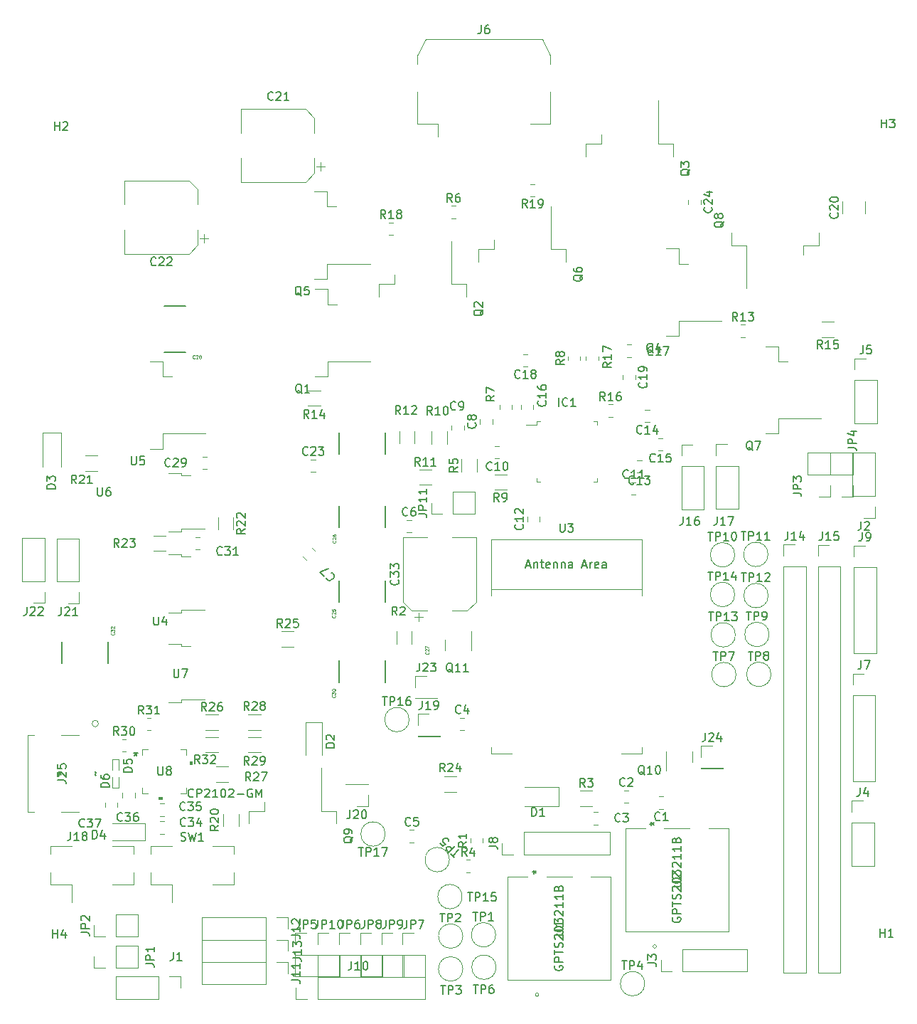
<source format=gbr>
%TF.GenerationSoftware,KiCad,Pcbnew,6.0.4-6f826c9f35~116~ubuntu20.04.1*%
%TF.CreationDate,2022-04-10T19:12:30+02:00*%
%TF.ProjectId,THEIA,54484549-412e-46b6-9963-61645f706362,rev?*%
%TF.SameCoordinates,Original*%
%TF.FileFunction,Legend,Top*%
%TF.FilePolarity,Positive*%
%FSLAX46Y46*%
G04 Gerber Fmt 4.6, Leading zero omitted, Abs format (unit mm)*
G04 Created by KiCad (PCBNEW 6.0.4-6f826c9f35~116~ubuntu20.04.1) date 2022-04-10 19:12:30*
%MOMM*%
%LPD*%
G01*
G04 APERTURE LIST*
%ADD10C,0.150000*%
%ADD11C,0.098425*%
%ADD12C,0.120000*%
%ADD13C,0.127000*%
%ADD14C,0.100000*%
G04 APERTURE END LIST*
D10*
%TO.C,U3*%
X169038095Y-102352380D02*
X169038095Y-103161904D01*
X169085714Y-103257142D01*
X169133333Y-103304761D01*
X169228571Y-103352380D01*
X169419047Y-103352380D01*
X169514285Y-103304761D01*
X169561904Y-103257142D01*
X169609523Y-103161904D01*
X169609523Y-102352380D01*
X169990476Y-102352380D02*
X170609523Y-102352380D01*
X170276190Y-102733333D01*
X170419047Y-102733333D01*
X170514285Y-102780952D01*
X170561904Y-102828571D01*
X170609523Y-102923809D01*
X170609523Y-103161904D01*
X170561904Y-103257142D01*
X170514285Y-103304761D01*
X170419047Y-103352380D01*
X170133333Y-103352380D01*
X170038095Y-103304761D01*
X169990476Y-103257142D01*
X165038095Y-107366666D02*
X165514285Y-107366666D01*
X164942857Y-107652380D02*
X165276190Y-106652380D01*
X165609523Y-107652380D01*
X165942857Y-106985714D02*
X165942857Y-107652380D01*
X165942857Y-107080952D02*
X165990476Y-107033333D01*
X166085714Y-106985714D01*
X166228571Y-106985714D01*
X166323809Y-107033333D01*
X166371428Y-107128571D01*
X166371428Y-107652380D01*
X166704761Y-106985714D02*
X167085714Y-106985714D01*
X166847619Y-106652380D02*
X166847619Y-107509523D01*
X166895238Y-107604761D01*
X166990476Y-107652380D01*
X167085714Y-107652380D01*
X167800000Y-107604761D02*
X167704761Y-107652380D01*
X167514285Y-107652380D01*
X167419047Y-107604761D01*
X167371428Y-107509523D01*
X167371428Y-107128571D01*
X167419047Y-107033333D01*
X167514285Y-106985714D01*
X167704761Y-106985714D01*
X167800000Y-107033333D01*
X167847619Y-107128571D01*
X167847619Y-107223809D01*
X167371428Y-107319047D01*
X168276190Y-106985714D02*
X168276190Y-107652380D01*
X168276190Y-107080952D02*
X168323809Y-107033333D01*
X168419047Y-106985714D01*
X168561904Y-106985714D01*
X168657142Y-107033333D01*
X168704761Y-107128571D01*
X168704761Y-107652380D01*
X169180952Y-106985714D02*
X169180952Y-107652380D01*
X169180952Y-107080952D02*
X169228571Y-107033333D01*
X169323809Y-106985714D01*
X169466666Y-106985714D01*
X169561904Y-107033333D01*
X169609523Y-107128571D01*
X169609523Y-107652380D01*
X170514285Y-107652380D02*
X170514285Y-107128571D01*
X170466666Y-107033333D01*
X170371428Y-106985714D01*
X170180952Y-106985714D01*
X170085714Y-107033333D01*
X170514285Y-107604761D02*
X170419047Y-107652380D01*
X170180952Y-107652380D01*
X170085714Y-107604761D01*
X170038095Y-107509523D01*
X170038095Y-107414285D01*
X170085714Y-107319047D01*
X170180952Y-107271428D01*
X170419047Y-107271428D01*
X170514285Y-107223809D01*
X171704761Y-107366666D02*
X172180952Y-107366666D01*
X171609523Y-107652380D02*
X171942857Y-106652380D01*
X172276190Y-107652380D01*
X172609523Y-107652380D02*
X172609523Y-106985714D01*
X172609523Y-107176190D02*
X172657142Y-107080952D01*
X172704761Y-107033333D01*
X172800000Y-106985714D01*
X172895238Y-106985714D01*
X173609523Y-107604761D02*
X173514285Y-107652380D01*
X173323809Y-107652380D01*
X173228571Y-107604761D01*
X173180952Y-107509523D01*
X173180952Y-107128571D01*
X173228571Y-107033333D01*
X173323809Y-106985714D01*
X173514285Y-106985714D01*
X173609523Y-107033333D01*
X173657142Y-107128571D01*
X173657142Y-107223809D01*
X173180952Y-107319047D01*
X174514285Y-107652380D02*
X174514285Y-107128571D01*
X174466666Y-107033333D01*
X174371428Y-106985714D01*
X174180952Y-106985714D01*
X174085714Y-107033333D01*
X174514285Y-107604761D02*
X174419047Y-107652380D01*
X174180952Y-107652380D01*
X174085714Y-107604761D01*
X174038095Y-107509523D01*
X174038095Y-107414285D01*
X174085714Y-107319047D01*
X174180952Y-107271428D01*
X174419047Y-107271428D01*
X174514285Y-107223809D01*
%TO.C,J7*%
X204898666Y-118661380D02*
X204898666Y-119375666D01*
X204851047Y-119518523D01*
X204755809Y-119613761D01*
X204612952Y-119661380D01*
X204517714Y-119661380D01*
X205279619Y-118661380D02*
X205946285Y-118661380D01*
X205517714Y-119661380D01*
%TO.C,J9*%
X205025666Y-103421380D02*
X205025666Y-104135666D01*
X204978047Y-104278523D01*
X204882809Y-104373761D01*
X204739952Y-104421380D01*
X204644714Y-104421380D01*
X205549476Y-104421380D02*
X205739952Y-104421380D01*
X205835190Y-104373761D01*
X205882809Y-104326142D01*
X205978047Y-104183285D01*
X206025666Y-103992809D01*
X206025666Y-103611857D01*
X205978047Y-103516619D01*
X205930428Y-103469000D01*
X205835190Y-103421380D01*
X205644714Y-103421380D01*
X205549476Y-103469000D01*
X205501857Y-103516619D01*
X205454238Y-103611857D01*
X205454238Y-103849952D01*
X205501857Y-103945190D01*
X205549476Y-103992809D01*
X205644714Y-104040428D01*
X205835190Y-104040428D01*
X205930428Y-103992809D01*
X205978047Y-103945190D01*
X206025666Y-103849952D01*
%TO.C,R3*%
X171994533Y-133684180D02*
X171661200Y-133207990D01*
X171423104Y-133684180D02*
X171423104Y-132684180D01*
X171804057Y-132684180D01*
X171899295Y-132731800D01*
X171946914Y-132779419D01*
X171994533Y-132874657D01*
X171994533Y-133017514D01*
X171946914Y-133112752D01*
X171899295Y-133160371D01*
X171804057Y-133207990D01*
X171423104Y-133207990D01*
X172327866Y-132684180D02*
X172946914Y-132684180D01*
X172613580Y-133065133D01*
X172756438Y-133065133D01*
X172851676Y-133112752D01*
X172899295Y-133160371D01*
X172946914Y-133255609D01*
X172946914Y-133493704D01*
X172899295Y-133588942D01*
X172851676Y-133636561D01*
X172756438Y-133684180D01*
X172470723Y-133684180D01*
X172375485Y-133636561D01*
X172327866Y-133588942D01*
%TO.C,D1*%
X165682704Y-137146380D02*
X165682704Y-136146380D01*
X165920800Y-136146380D01*
X166063657Y-136194000D01*
X166158895Y-136289238D01*
X166206514Y-136384476D01*
X166254133Y-136574952D01*
X166254133Y-136717809D01*
X166206514Y-136908285D01*
X166158895Y-137003523D01*
X166063657Y-137098761D01*
X165920800Y-137146380D01*
X165682704Y-137146380D01*
X167206514Y-137146380D02*
X166635085Y-137146380D01*
X166920800Y-137146380D02*
X166920800Y-136146380D01*
X166825561Y-136289238D01*
X166730323Y-136384476D01*
X166635085Y-136432095D01*
%TO.C,U2*%
X182408580Y-145536904D02*
X183218104Y-145536904D01*
X183313342Y-145489285D01*
X183360961Y-145441666D01*
X183408580Y-145346428D01*
X183408580Y-145155952D01*
X183360961Y-145060714D01*
X183313342Y-145013095D01*
X183218104Y-144965476D01*
X182408580Y-144965476D01*
X182503819Y-144536904D02*
X182456200Y-144489285D01*
X182408580Y-144394047D01*
X182408580Y-144155952D01*
X182456200Y-144060714D01*
X182503819Y-144013095D01*
X182599057Y-143965476D01*
X182694295Y-143965476D01*
X182837152Y-144013095D01*
X183408580Y-144584523D01*
X183408580Y-143965476D01*
X182456200Y-149227380D02*
X182408580Y-149322619D01*
X182408580Y-149465476D01*
X182456200Y-149608333D01*
X182551438Y-149703571D01*
X182646676Y-149751190D01*
X182837152Y-149798809D01*
X182980009Y-149798809D01*
X183170485Y-149751190D01*
X183265723Y-149703571D01*
X183360961Y-149608333D01*
X183408580Y-149465476D01*
X183408580Y-149370238D01*
X183360961Y-149227380D01*
X183313342Y-149179761D01*
X182980009Y-149179761D01*
X182980009Y-149370238D01*
X183408580Y-148751190D02*
X182408580Y-148751190D01*
X182408580Y-148370238D01*
X182456200Y-148275000D01*
X182503819Y-148227380D01*
X182599057Y-148179761D01*
X182741914Y-148179761D01*
X182837152Y-148227380D01*
X182884771Y-148275000D01*
X182932390Y-148370238D01*
X182932390Y-148751190D01*
X182408580Y-147894047D02*
X182408580Y-147322619D01*
X183408580Y-147608333D02*
X182408580Y-147608333D01*
X183360961Y-147036904D02*
X183408580Y-146894047D01*
X183408580Y-146655952D01*
X183360961Y-146560714D01*
X183313342Y-146513095D01*
X183218104Y-146465476D01*
X183122866Y-146465476D01*
X183027628Y-146513095D01*
X182980009Y-146560714D01*
X182932390Y-146655952D01*
X182884771Y-146846428D01*
X182837152Y-146941666D01*
X182789533Y-146989285D01*
X182694295Y-147036904D01*
X182599057Y-147036904D01*
X182503819Y-146989285D01*
X182456200Y-146941666D01*
X182408580Y-146846428D01*
X182408580Y-146608333D01*
X182456200Y-146465476D01*
X182503819Y-146084523D02*
X182456200Y-146036904D01*
X182408580Y-145941666D01*
X182408580Y-145703571D01*
X182456200Y-145608333D01*
X182503819Y-145560714D01*
X182599057Y-145513095D01*
X182694295Y-145513095D01*
X182837152Y-145560714D01*
X183408580Y-146132142D01*
X183408580Y-145513095D01*
X182408580Y-144894047D02*
X182408580Y-144798809D01*
X182456200Y-144703571D01*
X182503819Y-144655952D01*
X182599057Y-144608333D01*
X182789533Y-144560714D01*
X183027628Y-144560714D01*
X183218104Y-144608333D01*
X183313342Y-144655952D01*
X183360961Y-144703571D01*
X183408580Y-144798809D01*
X183408580Y-144894047D01*
X183360961Y-144989285D01*
X183313342Y-145036904D01*
X183218104Y-145084523D01*
X183027628Y-145132142D01*
X182789533Y-145132142D01*
X182599057Y-145084523D01*
X182503819Y-145036904D01*
X182456200Y-144989285D01*
X182408580Y-144894047D01*
X182408580Y-144227380D02*
X182408580Y-143608333D01*
X182789533Y-143941666D01*
X182789533Y-143798809D01*
X182837152Y-143703571D01*
X182884771Y-143655952D01*
X182980009Y-143608333D01*
X183218104Y-143608333D01*
X183313342Y-143655952D01*
X183360961Y-143703571D01*
X183408580Y-143798809D01*
X183408580Y-144084523D01*
X183360961Y-144179761D01*
X183313342Y-144227380D01*
X182503819Y-143227380D02*
X182456200Y-143179761D01*
X182408580Y-143084523D01*
X182408580Y-142846428D01*
X182456200Y-142751190D01*
X182503819Y-142703571D01*
X182599057Y-142655952D01*
X182694295Y-142655952D01*
X182837152Y-142703571D01*
X183408580Y-143275000D01*
X183408580Y-142655952D01*
X183408580Y-141703571D02*
X183408580Y-142275000D01*
X183408580Y-141989285D02*
X182408580Y-141989285D01*
X182551438Y-142084523D01*
X182646676Y-142179761D01*
X182694295Y-142275000D01*
X183408580Y-140751190D02*
X183408580Y-141322619D01*
X183408580Y-141036904D02*
X182408580Y-141036904D01*
X182551438Y-141132142D01*
X182646676Y-141227380D01*
X182694295Y-141322619D01*
X182884771Y-139989285D02*
X182932390Y-139846428D01*
X182980009Y-139798809D01*
X183075247Y-139751190D01*
X183218104Y-139751190D01*
X183313342Y-139798809D01*
X183360961Y-139846428D01*
X183408580Y-139941666D01*
X183408580Y-140322619D01*
X182408580Y-140322619D01*
X182408580Y-139989285D01*
X182456200Y-139894047D01*
X182503819Y-139846428D01*
X182599057Y-139798809D01*
X182694295Y-139798809D01*
X182789533Y-139846428D01*
X182837152Y-139894047D01*
X182884771Y-139989285D01*
X182884771Y-140322619D01*
X179758580Y-138069000D02*
X179996676Y-138069000D01*
X179901438Y-138307095D02*
X179996676Y-138069000D01*
X179901438Y-137830904D01*
X180187152Y-138211857D02*
X179996676Y-138069000D01*
X180187152Y-137926142D01*
%TO.C,H3*%
X207338095Y-55252380D02*
X207338095Y-54252380D01*
X207338095Y-54728571D02*
X207909523Y-54728571D01*
X207909523Y-55252380D02*
X207909523Y-54252380D01*
X208290476Y-54252380D02*
X208909523Y-54252380D01*
X208576190Y-54633333D01*
X208719047Y-54633333D01*
X208814285Y-54680952D01*
X208861904Y-54728571D01*
X208909523Y-54823809D01*
X208909523Y-55061904D01*
X208861904Y-55157142D01*
X208814285Y-55204761D01*
X208719047Y-55252380D01*
X208433333Y-55252380D01*
X208338095Y-55204761D01*
X208290476Y-55157142D01*
%TO.C,R27*%
X132173742Y-132964180D02*
X131840409Y-132487990D01*
X131602314Y-132964180D02*
X131602314Y-131964180D01*
X131983266Y-131964180D01*
X132078504Y-132011800D01*
X132126123Y-132059419D01*
X132173742Y-132154657D01*
X132173742Y-132297514D01*
X132126123Y-132392752D01*
X132078504Y-132440371D01*
X131983266Y-132487990D01*
X131602314Y-132487990D01*
X132554695Y-132059419D02*
X132602314Y-132011800D01*
X132697552Y-131964180D01*
X132935647Y-131964180D01*
X133030885Y-132011800D01*
X133078504Y-132059419D01*
X133126123Y-132154657D01*
X133126123Y-132249895D01*
X133078504Y-132392752D01*
X132507076Y-132964180D01*
X133126123Y-132964180D01*
X133459457Y-131964180D02*
X134126123Y-131964180D01*
X133697552Y-132964180D01*
%TO.C,D4*%
X113358704Y-139847580D02*
X113358704Y-138847580D01*
X113596800Y-138847580D01*
X113739657Y-138895200D01*
X113834895Y-138990438D01*
X113882514Y-139085676D01*
X113930133Y-139276152D01*
X113930133Y-139419009D01*
X113882514Y-139609485D01*
X113834895Y-139704723D01*
X113739657Y-139799961D01*
X113596800Y-139847580D01*
X113358704Y-139847580D01*
X114787276Y-139180914D02*
X114787276Y-139847580D01*
X114549180Y-138799961D02*
X114311085Y-139514247D01*
X114930133Y-139514247D01*
%TO.C,Q6*%
X171738819Y-72764638D02*
X171691200Y-72859876D01*
X171595961Y-72955114D01*
X171453104Y-73097971D01*
X171405485Y-73193209D01*
X171405485Y-73288447D01*
X171643580Y-73240828D02*
X171595961Y-73336066D01*
X171500723Y-73431304D01*
X171310247Y-73478923D01*
X170976914Y-73478923D01*
X170786438Y-73431304D01*
X170691200Y-73336066D01*
X170643580Y-73240828D01*
X170643580Y-73050352D01*
X170691200Y-72955114D01*
X170786438Y-72859876D01*
X170976914Y-72812257D01*
X171310247Y-72812257D01*
X171500723Y-72859876D01*
X171595961Y-72955114D01*
X171643580Y-73050352D01*
X171643580Y-73240828D01*
X170643580Y-71955114D02*
X170643580Y-72145590D01*
X170691200Y-72240828D01*
X170738819Y-72288447D01*
X170881676Y-72383685D01*
X171072152Y-72431304D01*
X171453104Y-72431304D01*
X171548342Y-72383685D01*
X171595961Y-72336066D01*
X171643580Y-72240828D01*
X171643580Y-72050352D01*
X171595961Y-71955114D01*
X171548342Y-71907495D01*
X171453104Y-71859876D01*
X171215009Y-71859876D01*
X171119771Y-71907495D01*
X171072152Y-71955114D01*
X171024533Y-72050352D01*
X171024533Y-72240828D01*
X171072152Y-72336066D01*
X171119771Y-72383685D01*
X171215009Y-72431304D01*
%TO.C,R21*%
X111421942Y-97581980D02*
X111088609Y-97105790D01*
X110850514Y-97581980D02*
X110850514Y-96581980D01*
X111231466Y-96581980D01*
X111326704Y-96629600D01*
X111374323Y-96677219D01*
X111421942Y-96772457D01*
X111421942Y-96915314D01*
X111374323Y-97010552D01*
X111326704Y-97058171D01*
X111231466Y-97105790D01*
X110850514Y-97105790D01*
X111802895Y-96677219D02*
X111850514Y-96629600D01*
X111945752Y-96581980D01*
X112183847Y-96581980D01*
X112279085Y-96629600D01*
X112326704Y-96677219D01*
X112374323Y-96772457D01*
X112374323Y-96867695D01*
X112326704Y-97010552D01*
X111755276Y-97581980D01*
X112374323Y-97581980D01*
X113326704Y-97581980D02*
X112755276Y-97581980D01*
X113040990Y-97581980D02*
X113040990Y-96581980D01*
X112945752Y-96724838D01*
X112850514Y-96820076D01*
X112755276Y-96867695D01*
%TO.C,D5*%
X118054380Y-131903695D02*
X117054380Y-131903695D01*
X117054380Y-131665600D01*
X117102000Y-131522742D01*
X117197238Y-131427504D01*
X117292476Y-131379885D01*
X117482952Y-131332266D01*
X117625809Y-131332266D01*
X117816285Y-131379885D01*
X117911523Y-131427504D01*
X118006761Y-131522742D01*
X118054380Y-131665600D01*
X118054380Y-131903695D01*
X117054380Y-130427504D02*
X117054380Y-130903695D01*
X117530571Y-130951314D01*
X117482952Y-130903695D01*
X117435333Y-130808457D01*
X117435333Y-130570361D01*
X117482952Y-130475123D01*
X117530571Y-130427504D01*
X117625809Y-130379885D01*
X117863904Y-130379885D01*
X117959142Y-130427504D01*
X118006761Y-130475123D01*
X118054380Y-130570361D01*
X118054380Y-130808457D01*
X118006761Y-130903695D01*
X117959142Y-130951314D01*
%TO.C,H4*%
X108638095Y-151652380D02*
X108638095Y-150652380D01*
X108638095Y-151128571D02*
X109209523Y-151128571D01*
X109209523Y-151652380D02*
X109209523Y-150652380D01*
X110114285Y-150985714D02*
X110114285Y-151652380D01*
X109876190Y-150604761D02*
X109638095Y-151319047D01*
X110257142Y-151319047D01*
%TO.C,JP6*%
X143184666Y-149522380D02*
X143184666Y-150236666D01*
X143137047Y-150379523D01*
X143041809Y-150474761D01*
X142898952Y-150522380D01*
X142803714Y-150522380D01*
X143660857Y-150522380D02*
X143660857Y-149522380D01*
X144041809Y-149522380D01*
X144137047Y-149570000D01*
X144184666Y-149617619D01*
X144232285Y-149712857D01*
X144232285Y-149855714D01*
X144184666Y-149950952D01*
X144137047Y-149998571D01*
X144041809Y-150046190D01*
X143660857Y-150046190D01*
X145089428Y-149522380D02*
X144898952Y-149522380D01*
X144803714Y-149570000D01*
X144756095Y-149617619D01*
X144660857Y-149760476D01*
X144613238Y-149950952D01*
X144613238Y-150331904D01*
X144660857Y-150427142D01*
X144708476Y-150474761D01*
X144803714Y-150522380D01*
X144994190Y-150522380D01*
X145089428Y-150474761D01*
X145137047Y-150427142D01*
X145184666Y-150331904D01*
X145184666Y-150093809D01*
X145137047Y-149998571D01*
X145089428Y-149950952D01*
X144994190Y-149903333D01*
X144803714Y-149903333D01*
X144708476Y-149950952D01*
X144660857Y-149998571D01*
X144613238Y-150093809D01*
D11*
%TO.C,C25*%
X142231007Y-113292293D02*
X142249755Y-113311041D01*
X142268502Y-113367284D01*
X142268502Y-113404779D01*
X142249755Y-113461022D01*
X142212259Y-113498517D01*
X142174764Y-113517265D01*
X142099773Y-113536013D01*
X142043530Y-113536013D01*
X141968540Y-113517265D01*
X141931044Y-113498517D01*
X141893549Y-113461022D01*
X141874801Y-113404779D01*
X141874801Y-113367284D01*
X141893549Y-113311041D01*
X141912297Y-113292293D01*
X141912297Y-113142312D02*
X141893549Y-113123564D01*
X141874801Y-113086069D01*
X141874801Y-112992330D01*
X141893549Y-112954835D01*
X141912297Y-112936087D01*
X141949792Y-112917340D01*
X141987287Y-112917340D01*
X142043530Y-112936087D01*
X142268502Y-113161059D01*
X142268502Y-112917340D01*
X141874801Y-112561134D02*
X141874801Y-112748611D01*
X142062278Y-112767358D01*
X142043530Y-112748611D01*
X142024783Y-112711115D01*
X142024783Y-112617377D01*
X142043530Y-112579882D01*
X142062278Y-112561134D01*
X142099773Y-112542386D01*
X142193512Y-112542386D01*
X142231007Y-112561134D01*
X142249755Y-112579882D01*
X142268502Y-112617377D01*
X142268502Y-112711115D01*
X142249755Y-112748611D01*
X142231007Y-112767358D01*
D10*
%TO.C,C7*%
X141797589Y-108221712D02*
X141864932Y-108221712D01*
X141999619Y-108289056D01*
X142066963Y-108356400D01*
X142134306Y-108491087D01*
X142134306Y-108625774D01*
X142100635Y-108726789D01*
X141999619Y-108895148D01*
X141898604Y-108996163D01*
X141730245Y-109097178D01*
X141629230Y-109130850D01*
X141494543Y-109130850D01*
X141359856Y-109063506D01*
X141292512Y-108996163D01*
X141225169Y-108861476D01*
X141225169Y-108794132D01*
X140922123Y-108625774D02*
X140450719Y-108154369D01*
X141460871Y-107750308D01*
%TO.C,R2*%
X149617133Y-113253780D02*
X149283800Y-112777590D01*
X149045704Y-113253780D02*
X149045704Y-112253780D01*
X149426657Y-112253780D01*
X149521895Y-112301400D01*
X149569514Y-112349019D01*
X149617133Y-112444257D01*
X149617133Y-112587114D01*
X149569514Y-112682352D01*
X149521895Y-112729971D01*
X149426657Y-112777590D01*
X149045704Y-112777590D01*
X149998085Y-112349019D02*
X150045704Y-112301400D01*
X150140942Y-112253780D01*
X150379038Y-112253780D01*
X150474276Y-112301400D01*
X150521895Y-112349019D01*
X150569514Y-112444257D01*
X150569514Y-112539495D01*
X150521895Y-112682352D01*
X149950466Y-113253780D01*
X150569514Y-113253780D01*
%TO.C,C2*%
X176744333Y-133525742D02*
X176696714Y-133573361D01*
X176553857Y-133620980D01*
X176458619Y-133620980D01*
X176315761Y-133573361D01*
X176220523Y-133478123D01*
X176172904Y-133382885D01*
X176125285Y-133192409D01*
X176125285Y-133049552D01*
X176172904Y-132859076D01*
X176220523Y-132763838D01*
X176315761Y-132668600D01*
X176458619Y-132620980D01*
X176553857Y-132620980D01*
X176696714Y-132668600D01*
X176744333Y-132716219D01*
X177125285Y-132716219D02*
X177172904Y-132668600D01*
X177268142Y-132620980D01*
X177506238Y-132620980D01*
X177601476Y-132668600D01*
X177649095Y-132716219D01*
X177696714Y-132811457D01*
X177696714Y-132906695D01*
X177649095Y-133049552D01*
X177077666Y-133620980D01*
X177696714Y-133620980D01*
%TO.C,U8*%
X121157284Y-131272647D02*
X121157284Y-132082171D01*
X121204903Y-132177409D01*
X121252522Y-132225028D01*
X121347760Y-132272647D01*
X121538236Y-132272647D01*
X121633474Y-132225028D01*
X121681093Y-132177409D01*
X121728712Y-132082171D01*
X121728712Y-131272647D01*
X122347760Y-131701219D02*
X122252522Y-131653600D01*
X122204903Y-131605981D01*
X122157284Y-131510743D01*
X122157284Y-131463124D01*
X122204903Y-131367886D01*
X122252522Y-131320267D01*
X122347760Y-131272647D01*
X122538236Y-131272647D01*
X122633474Y-131320267D01*
X122681093Y-131367886D01*
X122728712Y-131463124D01*
X122728712Y-131510743D01*
X122681093Y-131605981D01*
X122633474Y-131653600D01*
X122538236Y-131701219D01*
X122347760Y-131701219D01*
X122252522Y-131748838D01*
X122204903Y-131796457D01*
X122157284Y-131891695D01*
X122157284Y-132082171D01*
X122204903Y-132177409D01*
X122252522Y-132225028D01*
X122347760Y-132272647D01*
X122538236Y-132272647D01*
X122633474Y-132225028D01*
X122681093Y-132177409D01*
X122728712Y-132082171D01*
X122728712Y-131891695D01*
X122681093Y-131796457D01*
X122633474Y-131748838D01*
X122538236Y-131701219D01*
X118477489Y-129522647D02*
X118477489Y-129760743D01*
X118239393Y-129665505D02*
X118477489Y-129760743D01*
X118715584Y-129665505D01*
X118334631Y-129951219D02*
X118477489Y-129760743D01*
X118620346Y-129951219D01*
X118477489Y-129522647D02*
X118477489Y-129760743D01*
X118239393Y-129665505D02*
X118477489Y-129760743D01*
X118715584Y-129665505D01*
X118334631Y-129951219D02*
X118477489Y-129760743D01*
X118620346Y-129951219D01*
%TO.C,J13*%
X137221092Y-154036286D02*
X137935378Y-154036286D01*
X138078235Y-154083905D01*
X138173473Y-154179143D01*
X138221092Y-154322001D01*
X138221092Y-154417239D01*
X138221092Y-153036286D02*
X138221092Y-153607715D01*
X138221092Y-153322001D02*
X137221092Y-153322001D01*
X137363950Y-153417239D01*
X137459188Y-153512477D01*
X137506807Y-153607715D01*
X137221092Y-152702953D02*
X137221092Y-152083905D01*
X137602045Y-152417239D01*
X137602045Y-152274382D01*
X137649664Y-152179143D01*
X137697283Y-152131524D01*
X137792521Y-152083905D01*
X138030616Y-152083905D01*
X138125854Y-152131524D01*
X138173473Y-152179143D01*
X138221092Y-152274382D01*
X138221092Y-152560096D01*
X138173473Y-152655334D01*
X138125854Y-152702953D01*
%TO.C,J10*%
X144190476Y-154452380D02*
X144190476Y-155166666D01*
X144142857Y-155309523D01*
X144047619Y-155404761D01*
X143904761Y-155452380D01*
X143809523Y-155452380D01*
X145190476Y-155452380D02*
X144619047Y-155452380D01*
X144904761Y-155452380D02*
X144904761Y-154452380D01*
X144809523Y-154595238D01*
X144714285Y-154690476D01*
X144619047Y-154738095D01*
X145809523Y-154452380D02*
X145904761Y-154452380D01*
X146000000Y-154500000D01*
X146047619Y-154547619D01*
X146095238Y-154642857D01*
X146142857Y-154833333D01*
X146142857Y-155071428D01*
X146095238Y-155261904D01*
X146047619Y-155357142D01*
X146000000Y-155404761D01*
X145904761Y-155452380D01*
X145809523Y-155452380D01*
X145714285Y-155404761D01*
X145666666Y-155357142D01*
X145619047Y-155261904D01*
X145571428Y-155071428D01*
X145571428Y-154833333D01*
X145619047Y-154642857D01*
X145666666Y-154547619D01*
X145714285Y-154500000D01*
X145809523Y-154452380D01*
%TO.C,R13*%
X190161942Y-78228180D02*
X189828609Y-77751990D01*
X189590514Y-78228180D02*
X189590514Y-77228180D01*
X189971466Y-77228180D01*
X190066704Y-77275800D01*
X190114323Y-77323419D01*
X190161942Y-77418657D01*
X190161942Y-77561514D01*
X190114323Y-77656752D01*
X190066704Y-77704371D01*
X189971466Y-77751990D01*
X189590514Y-77751990D01*
X191114323Y-78228180D02*
X190542895Y-78228180D01*
X190828609Y-78228180D02*
X190828609Y-77228180D01*
X190733371Y-77371038D01*
X190638133Y-77466276D01*
X190542895Y-77513895D01*
X191447657Y-77228180D02*
X192066704Y-77228180D01*
X191733371Y-77609133D01*
X191876228Y-77609133D01*
X191971466Y-77656752D01*
X192019085Y-77704371D01*
X192066704Y-77799609D01*
X192066704Y-78037704D01*
X192019085Y-78132942D01*
X191971466Y-78180561D01*
X191876228Y-78228180D01*
X191590514Y-78228180D01*
X191495276Y-78180561D01*
X191447657Y-78132942D01*
%TO.C,C20*%
X202069942Y-65412857D02*
X202117561Y-65460476D01*
X202165180Y-65603333D01*
X202165180Y-65698571D01*
X202117561Y-65841428D01*
X202022323Y-65936666D01*
X201927085Y-65984285D01*
X201736609Y-66031904D01*
X201593752Y-66031904D01*
X201403276Y-65984285D01*
X201308038Y-65936666D01*
X201212800Y-65841428D01*
X201165180Y-65698571D01*
X201165180Y-65603333D01*
X201212800Y-65460476D01*
X201260419Y-65412857D01*
X201260419Y-65031904D02*
X201212800Y-64984285D01*
X201165180Y-64889047D01*
X201165180Y-64650952D01*
X201212800Y-64555714D01*
X201260419Y-64508095D01*
X201355657Y-64460476D01*
X201450895Y-64460476D01*
X201593752Y-64508095D01*
X202165180Y-65079523D01*
X202165180Y-64460476D01*
X201165180Y-63841428D02*
X201165180Y-63746190D01*
X201212800Y-63650952D01*
X201260419Y-63603333D01*
X201355657Y-63555714D01*
X201546133Y-63508095D01*
X201784228Y-63508095D01*
X201974704Y-63555714D01*
X202069942Y-63603333D01*
X202117561Y-63650952D01*
X202165180Y-63746190D01*
X202165180Y-63841428D01*
X202117561Y-63936666D01*
X202069942Y-63984285D01*
X201974704Y-64031904D01*
X201784228Y-64079523D01*
X201546133Y-64079523D01*
X201355657Y-64031904D01*
X201260419Y-63984285D01*
X201212800Y-63936666D01*
X201165180Y-63841428D01*
%TO.C,C24*%
X187076142Y-64727057D02*
X187123761Y-64774676D01*
X187171380Y-64917533D01*
X187171380Y-65012771D01*
X187123761Y-65155628D01*
X187028523Y-65250866D01*
X186933285Y-65298485D01*
X186742809Y-65346104D01*
X186599952Y-65346104D01*
X186409476Y-65298485D01*
X186314238Y-65250866D01*
X186219000Y-65155628D01*
X186171380Y-65012771D01*
X186171380Y-64917533D01*
X186219000Y-64774676D01*
X186266619Y-64727057D01*
X186266619Y-64346104D02*
X186219000Y-64298485D01*
X186171380Y-64203247D01*
X186171380Y-63965152D01*
X186219000Y-63869914D01*
X186266619Y-63822295D01*
X186361857Y-63774676D01*
X186457095Y-63774676D01*
X186599952Y-63822295D01*
X187171380Y-64393723D01*
X187171380Y-63774676D01*
X186504714Y-62917533D02*
X187171380Y-62917533D01*
X186123761Y-63155628D02*
X186838047Y-63393723D01*
X186838047Y-62774676D01*
%TO.C,J4*%
X204771666Y-133774380D02*
X204771666Y-134488666D01*
X204724047Y-134631523D01*
X204628809Y-134726761D01*
X204485952Y-134774380D01*
X204390714Y-134774380D01*
X205676428Y-134107714D02*
X205676428Y-134774380D01*
X205438333Y-133726761D02*
X205200238Y-134441047D01*
X205819285Y-134441047D01*
%TO.C,C3*%
X176185533Y-137745742D02*
X176137914Y-137793361D01*
X175995057Y-137840980D01*
X175899819Y-137840980D01*
X175756961Y-137793361D01*
X175661723Y-137698123D01*
X175614104Y-137602885D01*
X175566485Y-137412409D01*
X175566485Y-137269552D01*
X175614104Y-137079076D01*
X175661723Y-136983838D01*
X175756961Y-136888600D01*
X175899819Y-136840980D01*
X175995057Y-136840980D01*
X176137914Y-136888600D01*
X176185533Y-136936219D01*
X176518866Y-136840980D02*
X177137914Y-136840980D01*
X176804580Y-137221933D01*
X176947438Y-137221933D01*
X177042676Y-137269552D01*
X177090295Y-137317171D01*
X177137914Y-137412409D01*
X177137914Y-137650504D01*
X177090295Y-137745742D01*
X177042676Y-137793361D01*
X176947438Y-137840980D01*
X176661723Y-137840980D01*
X176566485Y-137793361D01*
X176518866Y-137745742D01*
%TO.C,C34*%
X124426742Y-138279142D02*
X124379123Y-138326761D01*
X124236266Y-138374380D01*
X124141028Y-138374380D01*
X123998171Y-138326761D01*
X123902933Y-138231523D01*
X123855314Y-138136285D01*
X123807695Y-137945809D01*
X123807695Y-137802952D01*
X123855314Y-137612476D01*
X123902933Y-137517238D01*
X123998171Y-137422000D01*
X124141028Y-137374380D01*
X124236266Y-137374380D01*
X124379123Y-137422000D01*
X124426742Y-137469619D01*
X124760076Y-137374380D02*
X125379123Y-137374380D01*
X125045790Y-137755333D01*
X125188647Y-137755333D01*
X125283885Y-137802952D01*
X125331504Y-137850571D01*
X125379123Y-137945809D01*
X125379123Y-138183904D01*
X125331504Y-138279142D01*
X125283885Y-138326761D01*
X125188647Y-138374380D01*
X124902933Y-138374380D01*
X124807695Y-138326761D01*
X124760076Y-138279142D01*
X126236266Y-137707714D02*
X126236266Y-138374380D01*
X125998171Y-137326761D02*
X125760076Y-138041047D01*
X126379123Y-138041047D01*
%TO.C,J14*%
X196167476Y-103294380D02*
X196167476Y-104008666D01*
X196119857Y-104151523D01*
X196024619Y-104246761D01*
X195881761Y-104294380D01*
X195786523Y-104294380D01*
X197167476Y-104294380D02*
X196596047Y-104294380D01*
X196881761Y-104294380D02*
X196881761Y-103294380D01*
X196786523Y-103437238D01*
X196691285Y-103532476D01*
X196596047Y-103580095D01*
X198024619Y-103627714D02*
X198024619Y-104294380D01*
X197786523Y-103246761D02*
X197548428Y-103961047D01*
X198167476Y-103961047D01*
%TO.C,R6*%
X156195733Y-64105780D02*
X155862400Y-63629590D01*
X155624304Y-64105780D02*
X155624304Y-63105780D01*
X156005257Y-63105780D01*
X156100495Y-63153400D01*
X156148114Y-63201019D01*
X156195733Y-63296257D01*
X156195733Y-63439114D01*
X156148114Y-63534352D01*
X156100495Y-63581971D01*
X156005257Y-63629590D01*
X155624304Y-63629590D01*
X157052876Y-63105780D02*
X156862400Y-63105780D01*
X156767161Y-63153400D01*
X156719542Y-63201019D01*
X156624304Y-63343876D01*
X156576685Y-63534352D01*
X156576685Y-63915304D01*
X156624304Y-64010542D01*
X156671923Y-64058161D01*
X156767161Y-64105780D01*
X156957638Y-64105780D01*
X157052876Y-64058161D01*
X157100495Y-64010542D01*
X157148114Y-63915304D01*
X157148114Y-63677209D01*
X157100495Y-63581971D01*
X157052876Y-63534352D01*
X156957638Y-63486733D01*
X156767161Y-63486733D01*
X156671923Y-63534352D01*
X156624304Y-63581971D01*
X156576685Y-63677209D01*
%TO.C,R19*%
X165117542Y-64789580D02*
X164784209Y-64313390D01*
X164546114Y-64789580D02*
X164546114Y-63789580D01*
X164927066Y-63789580D01*
X165022304Y-63837200D01*
X165069923Y-63884819D01*
X165117542Y-63980057D01*
X165117542Y-64122914D01*
X165069923Y-64218152D01*
X165022304Y-64265771D01*
X164927066Y-64313390D01*
X164546114Y-64313390D01*
X166069923Y-64789580D02*
X165498495Y-64789580D01*
X165784209Y-64789580D02*
X165784209Y-63789580D01*
X165688971Y-63932438D01*
X165593733Y-64027676D01*
X165498495Y-64075295D01*
X166546114Y-64789580D02*
X166736590Y-64789580D01*
X166831828Y-64741961D01*
X166879447Y-64694342D01*
X166974685Y-64551485D01*
X167022304Y-64361009D01*
X167022304Y-63980057D01*
X166974685Y-63884819D01*
X166927066Y-63837200D01*
X166831828Y-63789580D01*
X166641352Y-63789580D01*
X166546114Y-63837200D01*
X166498495Y-63884819D01*
X166450876Y-63980057D01*
X166450876Y-64218152D01*
X166498495Y-64313390D01*
X166546114Y-64361009D01*
X166641352Y-64408628D01*
X166831828Y-64408628D01*
X166927066Y-64361009D01*
X166974685Y-64313390D01*
X167022304Y-64218152D01*
%TO.C,H1*%
X207138095Y-151552380D02*
X207138095Y-150552380D01*
X207138095Y-151028571D02*
X207709523Y-151028571D01*
X207709523Y-151552380D02*
X207709523Y-150552380D01*
X208709523Y-151552380D02*
X208138095Y-151552380D01*
X208423809Y-151552380D02*
X208423809Y-150552380D01*
X208328571Y-150695238D01*
X208233333Y-150790476D01*
X208138095Y-150838095D01*
%TO.C,J25*%
X109180380Y-132889523D02*
X109894666Y-132889523D01*
X110037523Y-132937142D01*
X110132761Y-133032380D01*
X110180380Y-133175238D01*
X110180380Y-133270476D01*
X109275619Y-132460952D02*
X109228000Y-132413333D01*
X109180380Y-132318095D01*
X109180380Y-132080000D01*
X109228000Y-131984761D01*
X109275619Y-131937142D01*
X109370857Y-131889523D01*
X109466095Y-131889523D01*
X109608952Y-131937142D01*
X110180380Y-132508571D01*
X110180380Y-131889523D01*
X109180380Y-130984761D02*
X109180380Y-131460952D01*
X109656571Y-131508571D01*
X109608952Y-131460952D01*
X109561333Y-131365714D01*
X109561333Y-131127619D01*
X109608952Y-131032380D01*
X109656571Y-130984761D01*
X109751809Y-130937142D01*
X109989904Y-130937142D01*
X110085142Y-130984761D01*
X110132761Y-131032380D01*
X110180380Y-131127619D01*
X110180380Y-131365714D01*
X110132761Y-131460952D01*
X110085142Y-131508571D01*
X113749128Y-132341904D02*
X113701509Y-132294285D01*
X113653890Y-132199047D01*
X113749128Y-132008571D01*
X113701509Y-131913333D01*
X113653890Y-131865714D01*
X109180380Y-132080000D02*
X109418476Y-132080000D01*
X109323238Y-132318095D02*
X109418476Y-132080000D01*
X109323238Y-131841904D01*
X109608952Y-132222857D02*
X109418476Y-132080000D01*
X109608952Y-131937142D01*
%TO.C,JP2*%
X111976180Y-150998133D02*
X112690466Y-150998133D01*
X112833323Y-151045752D01*
X112928561Y-151140990D01*
X112976180Y-151283847D01*
X112976180Y-151379085D01*
X112976180Y-150521942D02*
X111976180Y-150521942D01*
X111976180Y-150140990D01*
X112023800Y-150045752D01*
X112071419Y-149998133D01*
X112166657Y-149950514D01*
X112309514Y-149950514D01*
X112404752Y-149998133D01*
X112452371Y-150045752D01*
X112499990Y-150140990D01*
X112499990Y-150521942D01*
X112071419Y-149569561D02*
X112023800Y-149521942D01*
X111976180Y-149426704D01*
X111976180Y-149188609D01*
X112023800Y-149093371D01*
X112071419Y-149045752D01*
X112166657Y-148998133D01*
X112261895Y-148998133D01*
X112404752Y-149045752D01*
X112976180Y-149617180D01*
X112976180Y-148998133D01*
%TO.C,Q3*%
X184508619Y-60206838D02*
X184461000Y-60302076D01*
X184365761Y-60397314D01*
X184222904Y-60540171D01*
X184175285Y-60635409D01*
X184175285Y-60730647D01*
X184413380Y-60683028D02*
X184365761Y-60778266D01*
X184270523Y-60873504D01*
X184080047Y-60921123D01*
X183746714Y-60921123D01*
X183556238Y-60873504D01*
X183461000Y-60778266D01*
X183413380Y-60683028D01*
X183413380Y-60492552D01*
X183461000Y-60397314D01*
X183556238Y-60302076D01*
X183746714Y-60254457D01*
X184080047Y-60254457D01*
X184270523Y-60302076D01*
X184365761Y-60397314D01*
X184413380Y-60492552D01*
X184413380Y-60683028D01*
X183413380Y-59921123D02*
X183413380Y-59302076D01*
X183794333Y-59635409D01*
X183794333Y-59492552D01*
X183841952Y-59397314D01*
X183889571Y-59349695D01*
X183984809Y-59302076D01*
X184222904Y-59302076D01*
X184318142Y-59349695D01*
X184365761Y-59397314D01*
X184413380Y-59492552D01*
X184413380Y-59778266D01*
X184365761Y-59873504D01*
X184318142Y-59921123D01*
%TO.C,R24*%
X155313142Y-131871980D02*
X154979809Y-131395790D01*
X154741714Y-131871980D02*
X154741714Y-130871980D01*
X155122666Y-130871980D01*
X155217904Y-130919600D01*
X155265523Y-130967219D01*
X155313142Y-131062457D01*
X155313142Y-131205314D01*
X155265523Y-131300552D01*
X155217904Y-131348171D01*
X155122666Y-131395790D01*
X154741714Y-131395790D01*
X155694095Y-130967219D02*
X155741714Y-130919600D01*
X155836952Y-130871980D01*
X156075047Y-130871980D01*
X156170285Y-130919600D01*
X156217904Y-130967219D01*
X156265523Y-131062457D01*
X156265523Y-131157695D01*
X156217904Y-131300552D01*
X155646476Y-131871980D01*
X156265523Y-131871980D01*
X157122666Y-131205314D02*
X157122666Y-131871980D01*
X156884571Y-130824361D02*
X156646476Y-131538647D01*
X157265523Y-131538647D01*
%TO.C,J22*%
X105514876Y-112257380D02*
X105514876Y-112971666D01*
X105467257Y-113114523D01*
X105372019Y-113209761D01*
X105229161Y-113257380D01*
X105133923Y-113257380D01*
X105943447Y-112352619D02*
X105991066Y-112305000D01*
X106086304Y-112257380D01*
X106324400Y-112257380D01*
X106419638Y-112305000D01*
X106467257Y-112352619D01*
X106514876Y-112447857D01*
X106514876Y-112543095D01*
X106467257Y-112685952D01*
X105895828Y-113257380D01*
X106514876Y-113257380D01*
X106895828Y-112352619D02*
X106943447Y-112305000D01*
X107038685Y-112257380D01*
X107276780Y-112257380D01*
X107372019Y-112305000D01*
X107419638Y-112352619D01*
X107467257Y-112447857D01*
X107467257Y-112543095D01*
X107419638Y-112685952D01*
X106848209Y-113257380D01*
X107467257Y-113257380D01*
%TO.C,TP8*%
X191447895Y-117598780D02*
X192019323Y-117598780D01*
X191733609Y-118598780D02*
X191733609Y-117598780D01*
X192352657Y-118598780D02*
X192352657Y-117598780D01*
X192733609Y-117598780D01*
X192828847Y-117646400D01*
X192876466Y-117694019D01*
X192924085Y-117789257D01*
X192924085Y-117932114D01*
X192876466Y-118027352D01*
X192828847Y-118074971D01*
X192733609Y-118122590D01*
X192352657Y-118122590D01*
X193495514Y-118027352D02*
X193400276Y-117979733D01*
X193352657Y-117932114D01*
X193305038Y-117836876D01*
X193305038Y-117789257D01*
X193352657Y-117694019D01*
X193400276Y-117646400D01*
X193495514Y-117598780D01*
X193685990Y-117598780D01*
X193781228Y-117646400D01*
X193828847Y-117694019D01*
X193876466Y-117789257D01*
X193876466Y-117836876D01*
X193828847Y-117932114D01*
X193781228Y-117979733D01*
X193685990Y-118027352D01*
X193495514Y-118027352D01*
X193400276Y-118074971D01*
X193352657Y-118122590D01*
X193305038Y-118217828D01*
X193305038Y-118408304D01*
X193352657Y-118503542D01*
X193400276Y-118551161D01*
X193495514Y-118598780D01*
X193685990Y-118598780D01*
X193781228Y-118551161D01*
X193828847Y-118503542D01*
X193876466Y-118408304D01*
X193876466Y-118217828D01*
X193828847Y-118122590D01*
X193781228Y-118074971D01*
X193685990Y-118027352D01*
D11*
%TO.C,C27*%
X153350607Y-117667493D02*
X153369355Y-117686241D01*
X153388102Y-117742484D01*
X153388102Y-117779979D01*
X153369355Y-117836222D01*
X153331859Y-117873717D01*
X153294364Y-117892465D01*
X153219373Y-117911213D01*
X153163130Y-117911213D01*
X153088140Y-117892465D01*
X153050644Y-117873717D01*
X153013149Y-117836222D01*
X152994401Y-117779979D01*
X152994401Y-117742484D01*
X153013149Y-117686241D01*
X153031897Y-117667493D01*
X153031897Y-117517512D02*
X153013149Y-117498764D01*
X152994401Y-117461269D01*
X152994401Y-117367530D01*
X153013149Y-117330035D01*
X153031897Y-117311287D01*
X153069392Y-117292540D01*
X153106887Y-117292540D01*
X153163130Y-117311287D01*
X153388102Y-117536259D01*
X153388102Y-117292540D01*
X152994401Y-117161306D02*
X152994401Y-116898839D01*
X153388102Y-117067568D01*
D10*
%TO.C,Q5*%
X138233161Y-75244219D02*
X138137923Y-75196600D01*
X138042685Y-75101361D01*
X137899828Y-74958504D01*
X137804590Y-74910885D01*
X137709352Y-74910885D01*
X137756971Y-75148980D02*
X137661733Y-75101361D01*
X137566495Y-75006123D01*
X137518876Y-74815647D01*
X137518876Y-74482314D01*
X137566495Y-74291838D01*
X137661733Y-74196600D01*
X137756971Y-74148980D01*
X137947447Y-74148980D01*
X138042685Y-74196600D01*
X138137923Y-74291838D01*
X138185542Y-74482314D01*
X138185542Y-74815647D01*
X138137923Y-75006123D01*
X138042685Y-75101361D01*
X137947447Y-75148980D01*
X137756971Y-75148980D01*
X139090304Y-74148980D02*
X138614114Y-74148980D01*
X138566495Y-74625171D01*
X138614114Y-74577552D01*
X138709352Y-74529933D01*
X138947447Y-74529933D01*
X139042685Y-74577552D01*
X139090304Y-74625171D01*
X139137923Y-74720409D01*
X139137923Y-74958504D01*
X139090304Y-75053742D01*
X139042685Y-75101361D01*
X138947447Y-75148980D01*
X138709352Y-75148980D01*
X138614114Y-75101361D01*
X138566495Y-75053742D01*
D11*
%TO.C,C30*%
X142231007Y-122791893D02*
X142249755Y-122810641D01*
X142268502Y-122866884D01*
X142268502Y-122904379D01*
X142249755Y-122960622D01*
X142212259Y-122998117D01*
X142174764Y-123016865D01*
X142099773Y-123035613D01*
X142043530Y-123035613D01*
X141968540Y-123016865D01*
X141931044Y-122998117D01*
X141893549Y-122960622D01*
X141874801Y-122904379D01*
X141874801Y-122866884D01*
X141893549Y-122810641D01*
X141912297Y-122791893D01*
X141874801Y-122660659D02*
X141874801Y-122416940D01*
X142024783Y-122548173D01*
X142024783Y-122491930D01*
X142043530Y-122454435D01*
X142062278Y-122435687D01*
X142099773Y-122416940D01*
X142193512Y-122416940D01*
X142231007Y-122435687D01*
X142249755Y-122454435D01*
X142268502Y-122491930D01*
X142268502Y-122604416D01*
X142249755Y-122641912D01*
X142231007Y-122660659D01*
X141874801Y-122173220D02*
X141874801Y-122135725D01*
X141893549Y-122098229D01*
X141912297Y-122079482D01*
X141949792Y-122060734D01*
X142024783Y-122041986D01*
X142118521Y-122041986D01*
X142193512Y-122060734D01*
X142231007Y-122079482D01*
X142249755Y-122098229D01*
X142268502Y-122135725D01*
X142268502Y-122173220D01*
X142249755Y-122210715D01*
X142231007Y-122229463D01*
X142193512Y-122248211D01*
X142118521Y-122266958D01*
X142024783Y-122266958D01*
X141949792Y-122248211D01*
X141912297Y-122229463D01*
X141893549Y-122210715D01*
X141874801Y-122173220D01*
D10*
%TO.C,Q10*%
X179108171Y-132246019D02*
X179012933Y-132198400D01*
X178917695Y-132103161D01*
X178774838Y-131960304D01*
X178679600Y-131912685D01*
X178584361Y-131912685D01*
X178631980Y-132150780D02*
X178536742Y-132103161D01*
X178441504Y-132007923D01*
X178393885Y-131817447D01*
X178393885Y-131484114D01*
X178441504Y-131293638D01*
X178536742Y-131198400D01*
X178631980Y-131150780D01*
X178822457Y-131150780D01*
X178917695Y-131198400D01*
X179012933Y-131293638D01*
X179060552Y-131484114D01*
X179060552Y-131817447D01*
X179012933Y-132007923D01*
X178917695Y-132103161D01*
X178822457Y-132150780D01*
X178631980Y-132150780D01*
X180012933Y-132150780D02*
X179441504Y-132150780D01*
X179727219Y-132150780D02*
X179727219Y-131150780D01*
X179631980Y-131293638D01*
X179536742Y-131388876D01*
X179441504Y-131436495D01*
X180631980Y-131150780D02*
X180727219Y-131150780D01*
X180822457Y-131198400D01*
X180870076Y-131246019D01*
X180917695Y-131341257D01*
X180965314Y-131531733D01*
X180965314Y-131769828D01*
X180917695Y-131960304D01*
X180870076Y-132055542D01*
X180822457Y-132103161D01*
X180727219Y-132150780D01*
X180631980Y-132150780D01*
X180536742Y-132103161D01*
X180489123Y-132055542D01*
X180441504Y-131960304D01*
X180393885Y-131769828D01*
X180393885Y-131531733D01*
X180441504Y-131341257D01*
X180489123Y-131246019D01*
X180536742Y-131198400D01*
X180631980Y-131150780D01*
%TO.C,TP13*%
X186729904Y-112899780D02*
X187301333Y-112899780D01*
X187015619Y-113899780D02*
X187015619Y-112899780D01*
X187634666Y-113899780D02*
X187634666Y-112899780D01*
X188015619Y-112899780D01*
X188110857Y-112947400D01*
X188158476Y-112995019D01*
X188206095Y-113090257D01*
X188206095Y-113233114D01*
X188158476Y-113328352D01*
X188110857Y-113375971D01*
X188015619Y-113423590D01*
X187634666Y-113423590D01*
X189158476Y-113899780D02*
X188587047Y-113899780D01*
X188872761Y-113899780D02*
X188872761Y-112899780D01*
X188777523Y-113042638D01*
X188682285Y-113137876D01*
X188587047Y-113185495D01*
X189491809Y-112899780D02*
X190110857Y-112899780D01*
X189777523Y-113280733D01*
X189920380Y-113280733D01*
X190015619Y-113328352D01*
X190063238Y-113375971D01*
X190110857Y-113471209D01*
X190110857Y-113709304D01*
X190063238Y-113804542D01*
X190015619Y-113852161D01*
X189920380Y-113899780D01*
X189634666Y-113899780D01*
X189539428Y-113852161D01*
X189491809Y-113804542D01*
%TO.C,IC1*%
X168873609Y-88404580D02*
X168873609Y-87404580D01*
X169921228Y-88309342D02*
X169873609Y-88356961D01*
X169730752Y-88404580D01*
X169635514Y-88404580D01*
X169492657Y-88356961D01*
X169397419Y-88261723D01*
X169349800Y-88166485D01*
X169302180Y-87976009D01*
X169302180Y-87833152D01*
X169349800Y-87642676D01*
X169397419Y-87547438D01*
X169492657Y-87452200D01*
X169635514Y-87404580D01*
X169730752Y-87404580D01*
X169873609Y-87452200D01*
X169921228Y-87499819D01*
X170873609Y-88404580D02*
X170302180Y-88404580D01*
X170587895Y-88404580D02*
X170587895Y-87404580D01*
X170492657Y-87547438D01*
X170397419Y-87642676D01*
X170302180Y-87690295D01*
%TO.C,TP5*%
X156430541Y-142102261D02*
X156026480Y-141698200D01*
X156935617Y-141193124D02*
X156228510Y-141900231D01*
X156497884Y-140755391D02*
X155790777Y-141462498D01*
X155521403Y-141193124D01*
X155487732Y-141092109D01*
X155487732Y-141024765D01*
X155521403Y-140923750D01*
X155622419Y-140822735D01*
X155723434Y-140789063D01*
X155790777Y-140789063D01*
X155891793Y-140822735D01*
X156161167Y-141092109D01*
X154746953Y-140418673D02*
X155083671Y-140755391D01*
X155454060Y-140452345D01*
X155386716Y-140452345D01*
X155285701Y-140418673D01*
X155117342Y-140250315D01*
X155083671Y-140149299D01*
X155083671Y-140081956D01*
X155117342Y-139980941D01*
X155285701Y-139812582D01*
X155386716Y-139778910D01*
X155454060Y-139778910D01*
X155555075Y-139812582D01*
X155723434Y-139980941D01*
X155757106Y-140081956D01*
X155757106Y-140149299D01*
%TO.C,C11*%
X177157142Y-96873542D02*
X177109523Y-96921161D01*
X176966666Y-96968780D01*
X176871428Y-96968780D01*
X176728571Y-96921161D01*
X176633333Y-96825923D01*
X176585714Y-96730685D01*
X176538095Y-96540209D01*
X176538095Y-96397352D01*
X176585714Y-96206876D01*
X176633333Y-96111638D01*
X176728571Y-96016400D01*
X176871428Y-95968780D01*
X176966666Y-95968780D01*
X177109523Y-96016400D01*
X177157142Y-96064019D01*
X178109523Y-96968780D02*
X177538095Y-96968780D01*
X177823809Y-96968780D02*
X177823809Y-95968780D01*
X177728571Y-96111638D01*
X177633333Y-96206876D01*
X177538095Y-96254495D01*
X179061904Y-96968780D02*
X178490476Y-96968780D01*
X178776190Y-96968780D02*
X178776190Y-95968780D01*
X178680952Y-96111638D01*
X178585714Y-96206876D01*
X178490476Y-96254495D01*
%TO.C,R8*%
X169515780Y-82843666D02*
X169039590Y-83177000D01*
X169515780Y-83415095D02*
X168515780Y-83415095D01*
X168515780Y-83034142D01*
X168563400Y-82938904D01*
X168611019Y-82891285D01*
X168706257Y-82843666D01*
X168849114Y-82843666D01*
X168944352Y-82891285D01*
X168991971Y-82938904D01*
X169039590Y-83034142D01*
X169039590Y-83415095D01*
X168944352Y-82272238D02*
X168896733Y-82367476D01*
X168849114Y-82415095D01*
X168753876Y-82462714D01*
X168706257Y-82462714D01*
X168611019Y-82415095D01*
X168563400Y-82367476D01*
X168515780Y-82272238D01*
X168515780Y-82081761D01*
X168563400Y-81986523D01*
X168611019Y-81938904D01*
X168706257Y-81891285D01*
X168753876Y-81891285D01*
X168849114Y-81938904D01*
X168896733Y-81986523D01*
X168944352Y-82081761D01*
X168944352Y-82272238D01*
X168991971Y-82367476D01*
X169039590Y-82415095D01*
X169134828Y-82462714D01*
X169325304Y-82462714D01*
X169420542Y-82415095D01*
X169468161Y-82367476D01*
X169515780Y-82272238D01*
X169515780Y-82081761D01*
X169468161Y-81986523D01*
X169420542Y-81938904D01*
X169325304Y-81891285D01*
X169134828Y-81891285D01*
X169039590Y-81938904D01*
X168991971Y-81986523D01*
X168944352Y-82081761D01*
%TO.C,R26*%
X126907262Y-124633375D02*
X126573929Y-124157185D01*
X126335834Y-124633375D02*
X126335834Y-123633375D01*
X126716786Y-123633375D01*
X126812024Y-123680995D01*
X126859643Y-123728614D01*
X126907262Y-123823852D01*
X126907262Y-123966709D01*
X126859643Y-124061947D01*
X126812024Y-124109566D01*
X126716786Y-124157185D01*
X126335834Y-124157185D01*
X127288215Y-123728614D02*
X127335834Y-123680995D01*
X127431072Y-123633375D01*
X127669167Y-123633375D01*
X127764405Y-123680995D01*
X127812024Y-123728614D01*
X127859643Y-123823852D01*
X127859643Y-123919090D01*
X127812024Y-124061947D01*
X127240596Y-124633375D01*
X127859643Y-124633375D01*
X128716786Y-123633375D02*
X128526310Y-123633375D01*
X128431072Y-123680995D01*
X128383453Y-123728614D01*
X128288215Y-123871471D01*
X128240596Y-124061947D01*
X128240596Y-124442899D01*
X128288215Y-124538137D01*
X128335834Y-124585756D01*
X128431072Y-124633375D01*
X128621548Y-124633375D01*
X128716786Y-124585756D01*
X128764405Y-124538137D01*
X128812024Y-124442899D01*
X128812024Y-124204804D01*
X128764405Y-124109566D01*
X128716786Y-124061947D01*
X128621548Y-124014328D01*
X128431072Y-124014328D01*
X128335834Y-124061947D01*
X128288215Y-124109566D01*
X128240596Y-124204804D01*
%TO.C,H2*%
X108838095Y-55552380D02*
X108838095Y-54552380D01*
X108838095Y-55028571D02*
X109409523Y-55028571D01*
X109409523Y-55552380D02*
X109409523Y-54552380D01*
X109838095Y-54647619D02*
X109885714Y-54600000D01*
X109980952Y-54552380D01*
X110219047Y-54552380D01*
X110314285Y-54600000D01*
X110361904Y-54647619D01*
X110409523Y-54742857D01*
X110409523Y-54838095D01*
X110361904Y-54980952D01*
X109790476Y-55552380D01*
X110409523Y-55552380D01*
%TO.C,Q7*%
X191979561Y-93659219D02*
X191884323Y-93611600D01*
X191789085Y-93516361D01*
X191646228Y-93373504D01*
X191550990Y-93325885D01*
X191455752Y-93325885D01*
X191503371Y-93563980D02*
X191408133Y-93516361D01*
X191312895Y-93421123D01*
X191265276Y-93230647D01*
X191265276Y-92897314D01*
X191312895Y-92706838D01*
X191408133Y-92611600D01*
X191503371Y-92563980D01*
X191693847Y-92563980D01*
X191789085Y-92611600D01*
X191884323Y-92706838D01*
X191931942Y-92897314D01*
X191931942Y-93230647D01*
X191884323Y-93421123D01*
X191789085Y-93516361D01*
X191693847Y-93563980D01*
X191503371Y-93563980D01*
X192265276Y-92563980D02*
X192931942Y-92563980D01*
X192503371Y-93563980D01*
%TO.C,R5*%
X156848980Y-95594466D02*
X156372790Y-95927800D01*
X156848980Y-96165895D02*
X155848980Y-96165895D01*
X155848980Y-95784942D01*
X155896600Y-95689704D01*
X155944219Y-95642085D01*
X156039457Y-95594466D01*
X156182314Y-95594466D01*
X156277552Y-95642085D01*
X156325171Y-95689704D01*
X156372790Y-95784942D01*
X156372790Y-96165895D01*
X155848980Y-94689704D02*
X155848980Y-95165895D01*
X156325171Y-95213514D01*
X156277552Y-95165895D01*
X156229933Y-95070657D01*
X156229933Y-94832561D01*
X156277552Y-94737323D01*
X156325171Y-94689704D01*
X156420409Y-94642085D01*
X156658504Y-94642085D01*
X156753742Y-94689704D01*
X156801361Y-94737323D01*
X156848980Y-94832561D01*
X156848980Y-95070657D01*
X156801361Y-95165895D01*
X156753742Y-95213514D01*
%TO.C,C14*%
X178782742Y-91572142D02*
X178735123Y-91619761D01*
X178592266Y-91667380D01*
X178497028Y-91667380D01*
X178354171Y-91619761D01*
X178258933Y-91524523D01*
X178211314Y-91429285D01*
X178163695Y-91238809D01*
X178163695Y-91095952D01*
X178211314Y-90905476D01*
X178258933Y-90810238D01*
X178354171Y-90715000D01*
X178497028Y-90667380D01*
X178592266Y-90667380D01*
X178735123Y-90715000D01*
X178782742Y-90762619D01*
X179735123Y-91667380D02*
X179163695Y-91667380D01*
X179449409Y-91667380D02*
X179449409Y-90667380D01*
X179354171Y-90810238D01*
X179258933Y-90905476D01*
X179163695Y-90953095D01*
X180592266Y-91000714D02*
X180592266Y-91667380D01*
X180354171Y-90619761D02*
X180116076Y-91334047D01*
X180735123Y-91334047D01*
%TO.C,JP4*%
X203316419Y-93317159D02*
X204030705Y-93317159D01*
X204173562Y-93364778D01*
X204268800Y-93460016D01*
X204316419Y-93602873D01*
X204316419Y-93698111D01*
X204316419Y-92840968D02*
X203316419Y-92840968D01*
X203316419Y-92460016D01*
X203364039Y-92364778D01*
X203411658Y-92317159D01*
X203506896Y-92269540D01*
X203649753Y-92269540D01*
X203744991Y-92317159D01*
X203792610Y-92364778D01*
X203840229Y-92460016D01*
X203840229Y-92840968D01*
X203649753Y-91412397D02*
X204316419Y-91412397D01*
X203268800Y-91650492D02*
X203983086Y-91888587D01*
X203983086Y-91269540D01*
%TO.C,R12*%
X150029942Y-89352380D02*
X149696609Y-88876190D01*
X149458514Y-89352380D02*
X149458514Y-88352380D01*
X149839466Y-88352380D01*
X149934704Y-88400000D01*
X149982323Y-88447619D01*
X150029942Y-88542857D01*
X150029942Y-88685714D01*
X149982323Y-88780952D01*
X149934704Y-88828571D01*
X149839466Y-88876190D01*
X149458514Y-88876190D01*
X150982323Y-89352380D02*
X150410895Y-89352380D01*
X150696609Y-89352380D02*
X150696609Y-88352380D01*
X150601371Y-88495238D01*
X150506133Y-88590476D01*
X150410895Y-88638095D01*
X151363276Y-88447619D02*
X151410895Y-88400000D01*
X151506133Y-88352380D01*
X151744228Y-88352380D01*
X151839466Y-88400000D01*
X151887085Y-88447619D01*
X151934704Y-88542857D01*
X151934704Y-88638095D01*
X151887085Y-88780952D01*
X151315657Y-89352380D01*
X151934704Y-89352380D01*
%TO.C,C19*%
X179303742Y-85580457D02*
X179351361Y-85628076D01*
X179398980Y-85770933D01*
X179398980Y-85866171D01*
X179351361Y-86009028D01*
X179256123Y-86104266D01*
X179160885Y-86151885D01*
X178970409Y-86199504D01*
X178827552Y-86199504D01*
X178637076Y-86151885D01*
X178541838Y-86104266D01*
X178446600Y-86009028D01*
X178398980Y-85866171D01*
X178398980Y-85770933D01*
X178446600Y-85628076D01*
X178494219Y-85580457D01*
X179398980Y-84628076D02*
X179398980Y-85199504D01*
X179398980Y-84913790D02*
X178398980Y-84913790D01*
X178541838Y-85009028D01*
X178637076Y-85104266D01*
X178684695Y-85199504D01*
X179398980Y-84151885D02*
X179398980Y-83961409D01*
X179351361Y-83866171D01*
X179303742Y-83818552D01*
X179160885Y-83723314D01*
X178970409Y-83675695D01*
X178589457Y-83675695D01*
X178494219Y-83723314D01*
X178446600Y-83770933D01*
X178398980Y-83866171D01*
X178398980Y-84056647D01*
X178446600Y-84151885D01*
X178494219Y-84199504D01*
X178589457Y-84247123D01*
X178827552Y-84247123D01*
X178922790Y-84199504D01*
X178970409Y-84151885D01*
X179018028Y-84056647D01*
X179018028Y-83866171D01*
X178970409Y-83770933D01*
X178922790Y-83723314D01*
X178827552Y-83675695D01*
%TO.C,R23*%
X116501942Y-105151180D02*
X116168609Y-104674990D01*
X115930514Y-105151180D02*
X115930514Y-104151180D01*
X116311466Y-104151180D01*
X116406704Y-104198800D01*
X116454323Y-104246419D01*
X116501942Y-104341657D01*
X116501942Y-104484514D01*
X116454323Y-104579752D01*
X116406704Y-104627371D01*
X116311466Y-104674990D01*
X115930514Y-104674990D01*
X116882895Y-104246419D02*
X116930514Y-104198800D01*
X117025752Y-104151180D01*
X117263847Y-104151180D01*
X117359085Y-104198800D01*
X117406704Y-104246419D01*
X117454323Y-104341657D01*
X117454323Y-104436895D01*
X117406704Y-104579752D01*
X116835276Y-105151180D01*
X117454323Y-105151180D01*
X117787657Y-104151180D02*
X118406704Y-104151180D01*
X118073371Y-104532133D01*
X118216228Y-104532133D01*
X118311466Y-104579752D01*
X118359085Y-104627371D01*
X118406704Y-104722609D01*
X118406704Y-104960704D01*
X118359085Y-105055942D01*
X118311466Y-105103561D01*
X118216228Y-105151180D01*
X117930514Y-105151180D01*
X117835276Y-105103561D01*
X117787657Y-105055942D01*
%TO.C,TP17*%
X145023104Y-140893980D02*
X145594533Y-140893980D01*
X145308819Y-141893980D02*
X145308819Y-140893980D01*
X145927866Y-141893980D02*
X145927866Y-140893980D01*
X146308819Y-140893980D01*
X146404057Y-140941600D01*
X146451676Y-140989219D01*
X146499295Y-141084457D01*
X146499295Y-141227314D01*
X146451676Y-141322552D01*
X146404057Y-141370171D01*
X146308819Y-141417790D01*
X145927866Y-141417790D01*
X147451676Y-141893980D02*
X146880247Y-141893980D01*
X147165961Y-141893980D02*
X147165961Y-140893980D01*
X147070723Y-141036838D01*
X146975485Y-141132076D01*
X146880247Y-141179695D01*
X147785009Y-140893980D02*
X148451676Y-140893980D01*
X148023104Y-141893980D01*
%TO.C,R17*%
X175128180Y-83192857D02*
X174651990Y-83526190D01*
X175128180Y-83764285D02*
X174128180Y-83764285D01*
X174128180Y-83383333D01*
X174175800Y-83288095D01*
X174223419Y-83240476D01*
X174318657Y-83192857D01*
X174461514Y-83192857D01*
X174556752Y-83240476D01*
X174604371Y-83288095D01*
X174651990Y-83383333D01*
X174651990Y-83764285D01*
X175128180Y-82240476D02*
X175128180Y-82811904D01*
X175128180Y-82526190D02*
X174128180Y-82526190D01*
X174271038Y-82621428D01*
X174366276Y-82716666D01*
X174413895Y-82811904D01*
X174128180Y-81907142D02*
X174128180Y-81240476D01*
X175128180Y-81669047D01*
%TO.C,C15*%
X180353642Y-94950342D02*
X180306023Y-94997961D01*
X180163166Y-95045580D01*
X180067928Y-95045580D01*
X179925071Y-94997961D01*
X179829833Y-94902723D01*
X179782214Y-94807485D01*
X179734595Y-94617009D01*
X179734595Y-94474152D01*
X179782214Y-94283676D01*
X179829833Y-94188438D01*
X179925071Y-94093200D01*
X180067928Y-94045580D01*
X180163166Y-94045580D01*
X180306023Y-94093200D01*
X180353642Y-94140819D01*
X181306023Y-95045580D02*
X180734595Y-95045580D01*
X181020309Y-95045580D02*
X181020309Y-94045580D01*
X180925071Y-94188438D01*
X180829833Y-94283676D01*
X180734595Y-94331295D01*
X182210785Y-94045580D02*
X181734595Y-94045580D01*
X181686976Y-94521771D01*
X181734595Y-94474152D01*
X181829833Y-94426533D01*
X182067928Y-94426533D01*
X182163166Y-94474152D01*
X182210785Y-94521771D01*
X182258404Y-94617009D01*
X182258404Y-94855104D01*
X182210785Y-94950342D01*
X182163166Y-94997961D01*
X182067928Y-95045580D01*
X181829833Y-95045580D01*
X181734595Y-94997961D01*
X181686976Y-94950342D01*
%TO.C,D3*%
X108910380Y-98223295D02*
X107910380Y-98223295D01*
X107910380Y-97985200D01*
X107958000Y-97842342D01*
X108053238Y-97747104D01*
X108148476Y-97699485D01*
X108338952Y-97651866D01*
X108481809Y-97651866D01*
X108672285Y-97699485D01*
X108767523Y-97747104D01*
X108862761Y-97842342D01*
X108910380Y-97985200D01*
X108910380Y-98223295D01*
X107910380Y-97318533D02*
X107910380Y-96699485D01*
X108291333Y-97032819D01*
X108291333Y-96889961D01*
X108338952Y-96794723D01*
X108386571Y-96747104D01*
X108481809Y-96699485D01*
X108719904Y-96699485D01*
X108815142Y-96747104D01*
X108862761Y-96794723D01*
X108910380Y-96889961D01*
X108910380Y-97175676D01*
X108862761Y-97270914D01*
X108815142Y-97318533D01*
%TO.C,TP6*%
X158707295Y-157237180D02*
X159278723Y-157237180D01*
X158993009Y-158237180D02*
X158993009Y-157237180D01*
X159612057Y-158237180D02*
X159612057Y-157237180D01*
X159993009Y-157237180D01*
X160088247Y-157284800D01*
X160135866Y-157332419D01*
X160183485Y-157427657D01*
X160183485Y-157570514D01*
X160135866Y-157665752D01*
X160088247Y-157713371D01*
X159993009Y-157760990D01*
X159612057Y-157760990D01*
X161040628Y-157237180D02*
X160850152Y-157237180D01*
X160754914Y-157284800D01*
X160707295Y-157332419D01*
X160612057Y-157475276D01*
X160564438Y-157665752D01*
X160564438Y-158046704D01*
X160612057Y-158141942D01*
X160659676Y-158189561D01*
X160754914Y-158237180D01*
X160945390Y-158237180D01*
X161040628Y-158189561D01*
X161088247Y-158141942D01*
X161135866Y-158046704D01*
X161135866Y-157808609D01*
X161088247Y-157713371D01*
X161040628Y-157665752D01*
X160945390Y-157618133D01*
X160754914Y-157618133D01*
X160659676Y-157665752D01*
X160612057Y-157713371D01*
X160564438Y-157808609D01*
%TO.C,R11*%
X152341342Y-95482580D02*
X152008009Y-95006390D01*
X151769914Y-95482580D02*
X151769914Y-94482580D01*
X152150866Y-94482580D01*
X152246104Y-94530200D01*
X152293723Y-94577819D01*
X152341342Y-94673057D01*
X152341342Y-94815914D01*
X152293723Y-94911152D01*
X152246104Y-94958771D01*
X152150866Y-95006390D01*
X151769914Y-95006390D01*
X153293723Y-95482580D02*
X152722295Y-95482580D01*
X153008009Y-95482580D02*
X153008009Y-94482580D01*
X152912771Y-94625438D01*
X152817533Y-94720676D01*
X152722295Y-94768295D01*
X154246104Y-95482580D02*
X153674676Y-95482580D01*
X153960390Y-95482580D02*
X153960390Y-94482580D01*
X153865152Y-94625438D01*
X153769914Y-94720676D01*
X153674676Y-94768295D01*
%TO.C,D2*%
X142152380Y-129008095D02*
X141152380Y-129008095D01*
X141152380Y-128770000D01*
X141200000Y-128627142D01*
X141295238Y-128531904D01*
X141390476Y-128484285D01*
X141580952Y-128436666D01*
X141723809Y-128436666D01*
X141914285Y-128484285D01*
X142009523Y-128531904D01*
X142104761Y-128627142D01*
X142152380Y-128770000D01*
X142152380Y-129008095D01*
X141247619Y-128055714D02*
X141200000Y-128008095D01*
X141152380Y-127912857D01*
X141152380Y-127674761D01*
X141200000Y-127579523D01*
X141247619Y-127531904D01*
X141342857Y-127484285D01*
X141438095Y-127484285D01*
X141580952Y-127531904D01*
X142152380Y-128103333D01*
X142152380Y-127484285D01*
%TO.C,TP11*%
X190616104Y-103323980D02*
X191187533Y-103323980D01*
X190901819Y-104323980D02*
X190901819Y-103323980D01*
X191520866Y-104323980D02*
X191520866Y-103323980D01*
X191901819Y-103323980D01*
X191997057Y-103371600D01*
X192044676Y-103419219D01*
X192092295Y-103514457D01*
X192092295Y-103657314D01*
X192044676Y-103752552D01*
X191997057Y-103800171D01*
X191901819Y-103847790D01*
X191520866Y-103847790D01*
X193044676Y-104323980D02*
X192473247Y-104323980D01*
X192758961Y-104323980D02*
X192758961Y-103323980D01*
X192663723Y-103466838D01*
X192568485Y-103562076D01*
X192473247Y-103609695D01*
X193997057Y-104323980D02*
X193425628Y-104323980D01*
X193711342Y-104323980D02*
X193711342Y-103323980D01*
X193616104Y-103466838D01*
X193520866Y-103562076D01*
X193425628Y-103609695D01*
%TO.C,R9*%
X161758333Y-99715580D02*
X161425000Y-99239390D01*
X161186904Y-99715580D02*
X161186904Y-98715580D01*
X161567857Y-98715580D01*
X161663095Y-98763200D01*
X161710714Y-98810819D01*
X161758333Y-98906057D01*
X161758333Y-99048914D01*
X161710714Y-99144152D01*
X161663095Y-99191771D01*
X161567857Y-99239390D01*
X161186904Y-99239390D01*
X162234523Y-99715580D02*
X162425000Y-99715580D01*
X162520238Y-99667961D01*
X162567857Y-99620342D01*
X162663095Y-99477485D01*
X162710714Y-99287009D01*
X162710714Y-98906057D01*
X162663095Y-98810819D01*
X162615476Y-98763200D01*
X162520238Y-98715580D01*
X162329761Y-98715580D01*
X162234523Y-98763200D01*
X162186904Y-98810819D01*
X162139285Y-98906057D01*
X162139285Y-99144152D01*
X162186904Y-99239390D01*
X162234523Y-99287009D01*
X162329761Y-99334628D01*
X162520238Y-99334628D01*
X162615476Y-99287009D01*
X162663095Y-99239390D01*
X162710714Y-99144152D01*
%TO.C,TP4*%
X176411095Y-154403380D02*
X176982523Y-154403380D01*
X176696809Y-155403380D02*
X176696809Y-154403380D01*
X177315857Y-155403380D02*
X177315857Y-154403380D01*
X177696809Y-154403380D01*
X177792047Y-154451000D01*
X177839666Y-154498619D01*
X177887285Y-154593857D01*
X177887285Y-154736714D01*
X177839666Y-154831952D01*
X177792047Y-154879571D01*
X177696809Y-154927190D01*
X177315857Y-154927190D01*
X178744428Y-154736714D02*
X178744428Y-155403380D01*
X178506333Y-154355761D02*
X178268238Y-155070047D01*
X178887285Y-155070047D01*
%TO.C,U1*%
X168387780Y-151277304D02*
X169197304Y-151277304D01*
X169292542Y-151229685D01*
X169340161Y-151182066D01*
X169387780Y-151086828D01*
X169387780Y-150896352D01*
X169340161Y-150801114D01*
X169292542Y-150753495D01*
X169197304Y-150705876D01*
X168387780Y-150705876D01*
X169387780Y-149705876D02*
X169387780Y-150277304D01*
X169387780Y-149991590D02*
X168387780Y-149991590D01*
X168530638Y-150086828D01*
X168625876Y-150182066D01*
X168673495Y-150277304D01*
X168435400Y-154967780D02*
X168387780Y-155063019D01*
X168387780Y-155205876D01*
X168435400Y-155348733D01*
X168530638Y-155443971D01*
X168625876Y-155491590D01*
X168816352Y-155539209D01*
X168959209Y-155539209D01*
X169149685Y-155491590D01*
X169244923Y-155443971D01*
X169340161Y-155348733D01*
X169387780Y-155205876D01*
X169387780Y-155110638D01*
X169340161Y-154967780D01*
X169292542Y-154920161D01*
X168959209Y-154920161D01*
X168959209Y-155110638D01*
X169387780Y-154491590D02*
X168387780Y-154491590D01*
X168387780Y-154110638D01*
X168435400Y-154015400D01*
X168483019Y-153967780D01*
X168578257Y-153920161D01*
X168721114Y-153920161D01*
X168816352Y-153967780D01*
X168863971Y-154015400D01*
X168911590Y-154110638D01*
X168911590Y-154491590D01*
X168387780Y-153634447D02*
X168387780Y-153063019D01*
X169387780Y-153348733D02*
X168387780Y-153348733D01*
X169340161Y-152777304D02*
X169387780Y-152634447D01*
X169387780Y-152396352D01*
X169340161Y-152301114D01*
X169292542Y-152253495D01*
X169197304Y-152205876D01*
X169102066Y-152205876D01*
X169006828Y-152253495D01*
X168959209Y-152301114D01*
X168911590Y-152396352D01*
X168863971Y-152586828D01*
X168816352Y-152682066D01*
X168768733Y-152729685D01*
X168673495Y-152777304D01*
X168578257Y-152777304D01*
X168483019Y-152729685D01*
X168435400Y-152682066D01*
X168387780Y-152586828D01*
X168387780Y-152348733D01*
X168435400Y-152205876D01*
X168483019Y-151824923D02*
X168435400Y-151777304D01*
X168387780Y-151682066D01*
X168387780Y-151443971D01*
X168435400Y-151348733D01*
X168483019Y-151301114D01*
X168578257Y-151253495D01*
X168673495Y-151253495D01*
X168816352Y-151301114D01*
X169387780Y-151872542D01*
X169387780Y-151253495D01*
X168387780Y-150634447D02*
X168387780Y-150539209D01*
X168435400Y-150443971D01*
X168483019Y-150396352D01*
X168578257Y-150348733D01*
X168768733Y-150301114D01*
X169006828Y-150301114D01*
X169197304Y-150348733D01*
X169292542Y-150396352D01*
X169340161Y-150443971D01*
X169387780Y-150539209D01*
X169387780Y-150634447D01*
X169340161Y-150729685D01*
X169292542Y-150777304D01*
X169197304Y-150824923D01*
X169006828Y-150872542D01*
X168768733Y-150872542D01*
X168578257Y-150824923D01*
X168483019Y-150777304D01*
X168435400Y-150729685D01*
X168387780Y-150634447D01*
X168387780Y-149967780D02*
X168387780Y-149348733D01*
X168768733Y-149682066D01*
X168768733Y-149539209D01*
X168816352Y-149443971D01*
X168863971Y-149396352D01*
X168959209Y-149348733D01*
X169197304Y-149348733D01*
X169292542Y-149396352D01*
X169340161Y-149443971D01*
X169387780Y-149539209D01*
X169387780Y-149824923D01*
X169340161Y-149920161D01*
X169292542Y-149967780D01*
X168483019Y-148967780D02*
X168435400Y-148920161D01*
X168387780Y-148824923D01*
X168387780Y-148586828D01*
X168435400Y-148491590D01*
X168483019Y-148443971D01*
X168578257Y-148396352D01*
X168673495Y-148396352D01*
X168816352Y-148443971D01*
X169387780Y-149015400D01*
X169387780Y-148396352D01*
X169387780Y-147443971D02*
X169387780Y-148015400D01*
X169387780Y-147729685D02*
X168387780Y-147729685D01*
X168530638Y-147824923D01*
X168625876Y-147920161D01*
X168673495Y-148015400D01*
X169387780Y-146491590D02*
X169387780Y-147063019D01*
X169387780Y-146777304D02*
X168387780Y-146777304D01*
X168530638Y-146872542D01*
X168625876Y-146967780D01*
X168673495Y-147063019D01*
X168863971Y-145729685D02*
X168911590Y-145586828D01*
X168959209Y-145539209D01*
X169054447Y-145491590D01*
X169197304Y-145491590D01*
X169292542Y-145539209D01*
X169340161Y-145586828D01*
X169387780Y-145682066D01*
X169387780Y-146063019D01*
X168387780Y-146063019D01*
X168387780Y-145729685D01*
X168435400Y-145634447D01*
X168483019Y-145586828D01*
X168578257Y-145539209D01*
X168673495Y-145539209D01*
X168768733Y-145586828D01*
X168816352Y-145634447D01*
X168863971Y-145729685D01*
X168863971Y-146063019D01*
X165737780Y-143809400D02*
X165975876Y-143809400D01*
X165880638Y-144047495D02*
X165975876Y-143809400D01*
X165880638Y-143571304D01*
X166166352Y-143952257D02*
X165975876Y-143809400D01*
X166166352Y-143666542D01*
%TO.C,R20*%
X128366780Y-138260057D02*
X127890590Y-138593390D01*
X128366780Y-138831485D02*
X127366780Y-138831485D01*
X127366780Y-138450533D01*
X127414400Y-138355295D01*
X127462019Y-138307676D01*
X127557257Y-138260057D01*
X127700114Y-138260057D01*
X127795352Y-138307676D01*
X127842971Y-138355295D01*
X127890590Y-138450533D01*
X127890590Y-138831485D01*
X127462019Y-137879104D02*
X127414400Y-137831485D01*
X127366780Y-137736247D01*
X127366780Y-137498152D01*
X127414400Y-137402914D01*
X127462019Y-137355295D01*
X127557257Y-137307676D01*
X127652495Y-137307676D01*
X127795352Y-137355295D01*
X128366780Y-137926723D01*
X128366780Y-137307676D01*
X127366780Y-136688628D02*
X127366780Y-136593390D01*
X127414400Y-136498152D01*
X127462019Y-136450533D01*
X127557257Y-136402914D01*
X127747733Y-136355295D01*
X127985828Y-136355295D01*
X128176304Y-136402914D01*
X128271542Y-136450533D01*
X128319161Y-136498152D01*
X128366780Y-136593390D01*
X128366780Y-136688628D01*
X128319161Y-136783866D01*
X128271542Y-136831485D01*
X128176304Y-136879104D01*
X127985828Y-136926723D01*
X127747733Y-136926723D01*
X127557257Y-136879104D01*
X127462019Y-136831485D01*
X127414400Y-136783866D01*
X127366780Y-136688628D01*
%TO.C,C29*%
X122597942Y-95505542D02*
X122550323Y-95553161D01*
X122407466Y-95600780D01*
X122312228Y-95600780D01*
X122169371Y-95553161D01*
X122074133Y-95457923D01*
X122026514Y-95362685D01*
X121978895Y-95172209D01*
X121978895Y-95029352D01*
X122026514Y-94838876D01*
X122074133Y-94743638D01*
X122169371Y-94648400D01*
X122312228Y-94600780D01*
X122407466Y-94600780D01*
X122550323Y-94648400D01*
X122597942Y-94696019D01*
X122978895Y-94696019D02*
X123026514Y-94648400D01*
X123121752Y-94600780D01*
X123359847Y-94600780D01*
X123455085Y-94648400D01*
X123502704Y-94696019D01*
X123550323Y-94791257D01*
X123550323Y-94886495D01*
X123502704Y-95029352D01*
X122931276Y-95600780D01*
X123550323Y-95600780D01*
X124026514Y-95600780D02*
X124216990Y-95600780D01*
X124312228Y-95553161D01*
X124359847Y-95505542D01*
X124455085Y-95362685D01*
X124502704Y-95172209D01*
X124502704Y-94791257D01*
X124455085Y-94696019D01*
X124407466Y-94648400D01*
X124312228Y-94600780D01*
X124121752Y-94600780D01*
X124026514Y-94648400D01*
X123978895Y-94696019D01*
X123931276Y-94791257D01*
X123931276Y-95029352D01*
X123978895Y-95124590D01*
X124026514Y-95172209D01*
X124121752Y-95219828D01*
X124312228Y-95219828D01*
X124407466Y-95172209D01*
X124455085Y-95124590D01*
X124502704Y-95029352D01*
%TO.C,U6*%
X113944495Y-98055180D02*
X113944495Y-98864704D01*
X113992114Y-98959942D01*
X114039733Y-99007561D01*
X114134971Y-99055180D01*
X114325447Y-99055180D01*
X114420685Y-99007561D01*
X114468304Y-98959942D01*
X114515923Y-98864704D01*
X114515923Y-98055180D01*
X115420685Y-98055180D02*
X115230209Y-98055180D01*
X115134971Y-98102800D01*
X115087352Y-98150419D01*
X114992114Y-98293276D01*
X114944495Y-98483752D01*
X114944495Y-98864704D01*
X114992114Y-98959942D01*
X115039733Y-99007561D01*
X115134971Y-99055180D01*
X115325447Y-99055180D01*
X115420685Y-99007561D01*
X115468304Y-98959942D01*
X115515923Y-98864704D01*
X115515923Y-98626609D01*
X115468304Y-98531371D01*
X115420685Y-98483752D01*
X115325447Y-98436133D01*
X115134971Y-98436133D01*
X115039733Y-98483752D01*
X114992114Y-98531371D01*
X114944495Y-98626609D01*
%TO.C,JP10*%
X140168476Y-149517380D02*
X140168476Y-150231666D01*
X140120857Y-150374523D01*
X140025619Y-150469761D01*
X139882761Y-150517380D01*
X139787523Y-150517380D01*
X140644666Y-150517380D02*
X140644666Y-149517380D01*
X141025619Y-149517380D01*
X141120857Y-149565000D01*
X141168476Y-149612619D01*
X141216095Y-149707857D01*
X141216095Y-149850714D01*
X141168476Y-149945952D01*
X141120857Y-149993571D01*
X141025619Y-150041190D01*
X140644666Y-150041190D01*
X142168476Y-150517380D02*
X141597047Y-150517380D01*
X141882761Y-150517380D02*
X141882761Y-149517380D01*
X141787523Y-149660238D01*
X141692285Y-149755476D01*
X141597047Y-149803095D01*
X142787523Y-149517380D02*
X142882761Y-149517380D01*
X142978000Y-149565000D01*
X143025619Y-149612619D01*
X143073238Y-149707857D01*
X143120857Y-149898333D01*
X143120857Y-150136428D01*
X143073238Y-150326904D01*
X143025619Y-150422142D01*
X142978000Y-150469761D01*
X142882761Y-150517380D01*
X142787523Y-150517380D01*
X142692285Y-150469761D01*
X142644666Y-150422142D01*
X142597047Y-150326904D01*
X142549428Y-150136428D01*
X142549428Y-149898333D01*
X142597047Y-149707857D01*
X142644666Y-149612619D01*
X142692285Y-149565000D01*
X142787523Y-149517380D01*
%TO.C,JP1*%
X119695980Y-154731933D02*
X120410266Y-154731933D01*
X120553123Y-154779552D01*
X120648361Y-154874790D01*
X120695980Y-155017647D01*
X120695980Y-155112885D01*
X120695980Y-154255742D02*
X119695980Y-154255742D01*
X119695980Y-153874790D01*
X119743600Y-153779552D01*
X119791219Y-153731933D01*
X119886457Y-153684314D01*
X120029314Y-153684314D01*
X120124552Y-153731933D01*
X120172171Y-153779552D01*
X120219790Y-153874790D01*
X120219790Y-154255742D01*
X120695980Y-152731933D02*
X120695980Y-153303361D01*
X120695980Y-153017647D02*
X119695980Y-153017647D01*
X119838838Y-153112885D01*
X119934076Y-153208123D01*
X119981695Y-153303361D01*
%TO.C,J24*%
X186337676Y-127271980D02*
X186337676Y-127986266D01*
X186290057Y-128129123D01*
X186194819Y-128224361D01*
X186051961Y-128271980D01*
X185956723Y-128271980D01*
X186766247Y-127367219D02*
X186813866Y-127319600D01*
X186909104Y-127271980D01*
X187147200Y-127271980D01*
X187242438Y-127319600D01*
X187290057Y-127367219D01*
X187337676Y-127462457D01*
X187337676Y-127557695D01*
X187290057Y-127700552D01*
X186718628Y-128271980D01*
X187337676Y-128271980D01*
X188194819Y-127605314D02*
X188194819Y-128271980D01*
X187956723Y-127224361D02*
X187718628Y-127938647D01*
X188337676Y-127938647D01*
%TO.C,J12*%
X137088180Y-151355323D02*
X137802466Y-151355323D01*
X137945323Y-151402942D01*
X138040561Y-151498180D01*
X138088180Y-151641038D01*
X138088180Y-151736276D01*
X138088180Y-150355323D02*
X138088180Y-150926752D01*
X138088180Y-150641038D02*
X137088180Y-150641038D01*
X137231038Y-150736276D01*
X137326276Y-150831514D01*
X137373895Y-150926752D01*
X137183419Y-149974371D02*
X137135800Y-149926752D01*
X137088180Y-149831514D01*
X137088180Y-149593419D01*
X137135800Y-149498180D01*
X137183419Y-149450561D01*
X137278657Y-149402942D01*
X137373895Y-149402942D01*
X137516752Y-149450561D01*
X138088180Y-150021990D01*
X138088180Y-149402942D01*
%TO.C,C6*%
X150887133Y-101343942D02*
X150839514Y-101391561D01*
X150696657Y-101439180D01*
X150601419Y-101439180D01*
X150458561Y-101391561D01*
X150363323Y-101296323D01*
X150315704Y-101201085D01*
X150268085Y-101010609D01*
X150268085Y-100867752D01*
X150315704Y-100677276D01*
X150363323Y-100582038D01*
X150458561Y-100486800D01*
X150601419Y-100439180D01*
X150696657Y-100439180D01*
X150839514Y-100486800D01*
X150887133Y-100534419D01*
X151744276Y-100439180D02*
X151553800Y-100439180D01*
X151458561Y-100486800D01*
X151410942Y-100534419D01*
X151315704Y-100677276D01*
X151268085Y-100867752D01*
X151268085Y-101248704D01*
X151315704Y-101343942D01*
X151363323Y-101391561D01*
X151458561Y-101439180D01*
X151649038Y-101439180D01*
X151744276Y-101391561D01*
X151791895Y-101343942D01*
X151839514Y-101248704D01*
X151839514Y-101010609D01*
X151791895Y-100915371D01*
X151744276Y-100867752D01*
X151649038Y-100820133D01*
X151458561Y-100820133D01*
X151363323Y-100867752D01*
X151315704Y-100915371D01*
X151268085Y-101010609D01*
%TO.C,R32*%
X126103142Y-130906780D02*
X125769809Y-130430590D01*
X125531714Y-130906780D02*
X125531714Y-129906780D01*
X125912666Y-129906780D01*
X126007904Y-129954400D01*
X126055523Y-130002019D01*
X126103142Y-130097257D01*
X126103142Y-130240114D01*
X126055523Y-130335352D01*
X126007904Y-130382971D01*
X125912666Y-130430590D01*
X125531714Y-130430590D01*
X126436476Y-129906780D02*
X127055523Y-129906780D01*
X126722190Y-130287733D01*
X126865047Y-130287733D01*
X126960285Y-130335352D01*
X127007904Y-130382971D01*
X127055523Y-130478209D01*
X127055523Y-130716304D01*
X127007904Y-130811542D01*
X126960285Y-130859161D01*
X126865047Y-130906780D01*
X126579333Y-130906780D01*
X126484095Y-130859161D01*
X126436476Y-130811542D01*
X127436476Y-130002019D02*
X127484095Y-129954400D01*
X127579333Y-129906780D01*
X127817428Y-129906780D01*
X127912666Y-129954400D01*
X127960285Y-130002019D01*
X128007904Y-130097257D01*
X128007904Y-130192495D01*
X127960285Y-130335352D01*
X127388857Y-130906780D01*
X128007904Y-130906780D01*
%TO.C,TP2*%
X154744895Y-148739180D02*
X155316323Y-148739180D01*
X155030609Y-149739180D02*
X155030609Y-148739180D01*
X155649657Y-149739180D02*
X155649657Y-148739180D01*
X156030609Y-148739180D01*
X156125847Y-148786800D01*
X156173466Y-148834419D01*
X156221085Y-148929657D01*
X156221085Y-149072514D01*
X156173466Y-149167752D01*
X156125847Y-149215371D01*
X156030609Y-149262990D01*
X155649657Y-149262990D01*
X156602038Y-148834419D02*
X156649657Y-148786800D01*
X156744895Y-148739180D01*
X156982990Y-148739180D01*
X157078228Y-148786800D01*
X157125847Y-148834419D01*
X157173466Y-148929657D01*
X157173466Y-149024895D01*
X157125847Y-149167752D01*
X156554419Y-149739180D01*
X157173466Y-149739180D01*
%TO.C,C1*%
X180935333Y-137596942D02*
X180887714Y-137644561D01*
X180744857Y-137692180D01*
X180649619Y-137692180D01*
X180506761Y-137644561D01*
X180411523Y-137549323D01*
X180363904Y-137454085D01*
X180316285Y-137263609D01*
X180316285Y-137120752D01*
X180363904Y-136930276D01*
X180411523Y-136835038D01*
X180506761Y-136739800D01*
X180649619Y-136692180D01*
X180744857Y-136692180D01*
X180887714Y-136739800D01*
X180935333Y-136787419D01*
X181887714Y-137692180D02*
X181316285Y-137692180D01*
X181602000Y-137692180D02*
X181602000Y-136692180D01*
X181506761Y-136835038D01*
X181411523Y-136930276D01*
X181316285Y-136977895D01*
D11*
%TO.C,C28*%
X125536906Y-82687807D02*
X125518158Y-82706555D01*
X125461915Y-82725302D01*
X125424420Y-82725302D01*
X125368177Y-82706555D01*
X125330682Y-82669059D01*
X125311934Y-82631564D01*
X125293186Y-82556573D01*
X125293186Y-82500330D01*
X125311934Y-82425340D01*
X125330682Y-82387844D01*
X125368177Y-82350349D01*
X125424420Y-82331601D01*
X125461915Y-82331601D01*
X125518158Y-82350349D01*
X125536906Y-82369097D01*
X125686887Y-82369097D02*
X125705635Y-82350349D01*
X125743130Y-82331601D01*
X125836869Y-82331601D01*
X125874364Y-82350349D01*
X125893112Y-82369097D01*
X125911859Y-82406592D01*
X125911859Y-82444087D01*
X125893112Y-82500330D01*
X125668140Y-82725302D01*
X125911859Y-82725302D01*
X126136831Y-82500330D02*
X126099336Y-82481583D01*
X126080588Y-82462835D01*
X126061841Y-82425340D01*
X126061841Y-82406592D01*
X126080588Y-82369097D01*
X126099336Y-82350349D01*
X126136831Y-82331601D01*
X126211822Y-82331601D01*
X126249317Y-82350349D01*
X126268065Y-82369097D01*
X126286813Y-82406592D01*
X126286813Y-82425340D01*
X126268065Y-82462835D01*
X126249317Y-82481583D01*
X126211822Y-82500330D01*
X126136831Y-82500330D01*
X126099336Y-82519078D01*
X126080588Y-82537826D01*
X126061841Y-82575321D01*
X126061841Y-82650312D01*
X126080588Y-82687807D01*
X126099336Y-82706555D01*
X126136831Y-82725302D01*
X126211822Y-82725302D01*
X126249317Y-82706555D01*
X126268065Y-82687807D01*
X126286813Y-82650312D01*
X126286813Y-82575321D01*
X126268065Y-82537826D01*
X126249317Y-82519078D01*
X126211822Y-82500330D01*
D10*
%TO.C,TP7*%
X187282295Y-117624180D02*
X187853723Y-117624180D01*
X187568009Y-118624180D02*
X187568009Y-117624180D01*
X188187057Y-118624180D02*
X188187057Y-117624180D01*
X188568009Y-117624180D01*
X188663247Y-117671800D01*
X188710866Y-117719419D01*
X188758485Y-117814657D01*
X188758485Y-117957514D01*
X188710866Y-118052752D01*
X188663247Y-118100371D01*
X188568009Y-118147990D01*
X188187057Y-118147990D01*
X189091819Y-117624180D02*
X189758485Y-117624180D01*
X189329914Y-118624180D01*
%TO.C,U8*%
X121158095Y-131278380D02*
X121158095Y-132087904D01*
X121205714Y-132183142D01*
X121253333Y-132230761D01*
X121348571Y-132278380D01*
X121539047Y-132278380D01*
X121634285Y-132230761D01*
X121681904Y-132183142D01*
X121729523Y-132087904D01*
X121729523Y-131278380D01*
X122348571Y-131706952D02*
X122253333Y-131659333D01*
X122205714Y-131611714D01*
X122158095Y-131516476D01*
X122158095Y-131468857D01*
X122205714Y-131373619D01*
X122253333Y-131326000D01*
X122348571Y-131278380D01*
X122539047Y-131278380D01*
X122634285Y-131326000D01*
X122681904Y-131373619D01*
X122729523Y-131468857D01*
X122729523Y-131516476D01*
X122681904Y-131611714D01*
X122634285Y-131659333D01*
X122539047Y-131706952D01*
X122348571Y-131706952D01*
X122253333Y-131754571D01*
X122205714Y-131802190D01*
X122158095Y-131897428D01*
X122158095Y-132087904D01*
X122205714Y-132183142D01*
X122253333Y-132230761D01*
X122348571Y-132278380D01*
X122539047Y-132278380D01*
X122634285Y-132230761D01*
X122681904Y-132183142D01*
X122729523Y-132087904D01*
X122729523Y-131897428D01*
X122681904Y-131802190D01*
X122634285Y-131754571D01*
X122539047Y-131706952D01*
X125347885Y-134824742D02*
X125300266Y-134872361D01*
X125157409Y-134919980D01*
X125062171Y-134919980D01*
X124919314Y-134872361D01*
X124824076Y-134777123D01*
X124776457Y-134681885D01*
X124728838Y-134491409D01*
X124728838Y-134348552D01*
X124776457Y-134158076D01*
X124824076Y-134062838D01*
X124919314Y-133967600D01*
X125062171Y-133919980D01*
X125157409Y-133919980D01*
X125300266Y-133967600D01*
X125347885Y-134015219D01*
X125776457Y-134919980D02*
X125776457Y-133919980D01*
X126157409Y-133919980D01*
X126252647Y-133967600D01*
X126300266Y-134015219D01*
X126347885Y-134110457D01*
X126347885Y-134253314D01*
X126300266Y-134348552D01*
X126252647Y-134396171D01*
X126157409Y-134443790D01*
X125776457Y-134443790D01*
X126728838Y-134015219D02*
X126776457Y-133967600D01*
X126871695Y-133919980D01*
X127109790Y-133919980D01*
X127205028Y-133967600D01*
X127252647Y-134015219D01*
X127300266Y-134110457D01*
X127300266Y-134205695D01*
X127252647Y-134348552D01*
X126681219Y-134919980D01*
X127300266Y-134919980D01*
X128252647Y-134919980D02*
X127681219Y-134919980D01*
X127966933Y-134919980D02*
X127966933Y-133919980D01*
X127871695Y-134062838D01*
X127776457Y-134158076D01*
X127681219Y-134205695D01*
X128871695Y-133919980D02*
X128966933Y-133919980D01*
X129062171Y-133967600D01*
X129109790Y-134015219D01*
X129157409Y-134110457D01*
X129205028Y-134300933D01*
X129205028Y-134539028D01*
X129157409Y-134729504D01*
X129109790Y-134824742D01*
X129062171Y-134872361D01*
X128966933Y-134919980D01*
X128871695Y-134919980D01*
X128776457Y-134872361D01*
X128728838Y-134824742D01*
X128681219Y-134729504D01*
X128633600Y-134539028D01*
X128633600Y-134300933D01*
X128681219Y-134110457D01*
X128728838Y-134015219D01*
X128776457Y-133967600D01*
X128871695Y-133919980D01*
X129585980Y-134015219D02*
X129633600Y-133967600D01*
X129728838Y-133919980D01*
X129966933Y-133919980D01*
X130062171Y-133967600D01*
X130109790Y-134015219D01*
X130157409Y-134110457D01*
X130157409Y-134205695D01*
X130109790Y-134348552D01*
X129538361Y-134919980D01*
X130157409Y-134919980D01*
X130585980Y-134539028D02*
X131347885Y-134539028D01*
X132347885Y-133967600D02*
X132252647Y-133919980D01*
X132109790Y-133919980D01*
X131966933Y-133967600D01*
X131871695Y-134062838D01*
X131824076Y-134158076D01*
X131776457Y-134348552D01*
X131776457Y-134491409D01*
X131824076Y-134681885D01*
X131871695Y-134777123D01*
X131966933Y-134872361D01*
X132109790Y-134919980D01*
X132205028Y-134919980D01*
X132347885Y-134872361D01*
X132395504Y-134824742D01*
X132395504Y-134491409D01*
X132205028Y-134491409D01*
X132824076Y-134919980D02*
X132824076Y-133919980D01*
X133157409Y-134634266D01*
X133490742Y-133919980D01*
X133490742Y-134919980D01*
X118478300Y-129528380D02*
X118478300Y-129766476D01*
X118240204Y-129671238D02*
X118478300Y-129766476D01*
X118716395Y-129671238D01*
X118335442Y-129956952D02*
X118478300Y-129766476D01*
X118621157Y-129956952D01*
X118478300Y-129528380D02*
X118478300Y-129766476D01*
X118240204Y-129671238D02*
X118478300Y-129766476D01*
X118716395Y-129671238D01*
X118335442Y-129956952D02*
X118478300Y-129766476D01*
X118621157Y-129956952D01*
%TO.C,C12*%
X164564542Y-102475357D02*
X164612161Y-102522976D01*
X164659780Y-102665833D01*
X164659780Y-102761071D01*
X164612161Y-102903928D01*
X164516923Y-102999166D01*
X164421685Y-103046785D01*
X164231209Y-103094404D01*
X164088352Y-103094404D01*
X163897876Y-103046785D01*
X163802638Y-102999166D01*
X163707400Y-102903928D01*
X163659780Y-102761071D01*
X163659780Y-102665833D01*
X163707400Y-102522976D01*
X163755019Y-102475357D01*
X164659780Y-101522976D02*
X164659780Y-102094404D01*
X164659780Y-101808690D02*
X163659780Y-101808690D01*
X163802638Y-101903928D01*
X163897876Y-101999166D01*
X163945495Y-102094404D01*
X163755019Y-101142023D02*
X163707400Y-101094404D01*
X163659780Y-100999166D01*
X163659780Y-100761071D01*
X163707400Y-100665833D01*
X163755019Y-100618214D01*
X163850257Y-100570595D01*
X163945495Y-100570595D01*
X164088352Y-100618214D01*
X164659780Y-101189642D01*
X164659780Y-100570595D01*
%TO.C,C16*%
X167285942Y-87764857D02*
X167333561Y-87812476D01*
X167381180Y-87955333D01*
X167381180Y-88050571D01*
X167333561Y-88193428D01*
X167238323Y-88288666D01*
X167143085Y-88336285D01*
X166952609Y-88383904D01*
X166809752Y-88383904D01*
X166619276Y-88336285D01*
X166524038Y-88288666D01*
X166428800Y-88193428D01*
X166381180Y-88050571D01*
X166381180Y-87955333D01*
X166428800Y-87812476D01*
X166476419Y-87764857D01*
X167381180Y-86812476D02*
X167381180Y-87383904D01*
X167381180Y-87098190D02*
X166381180Y-87098190D01*
X166524038Y-87193428D01*
X166619276Y-87288666D01*
X166666895Y-87383904D01*
X166381180Y-85955333D02*
X166381180Y-86145809D01*
X166428800Y-86241047D01*
X166476419Y-86288666D01*
X166619276Y-86383904D01*
X166809752Y-86431523D01*
X167190704Y-86431523D01*
X167285942Y-86383904D01*
X167333561Y-86336285D01*
X167381180Y-86241047D01*
X167381180Y-86050571D01*
X167333561Y-85955333D01*
X167285942Y-85907714D01*
X167190704Y-85860095D01*
X166952609Y-85860095D01*
X166857371Y-85907714D01*
X166809752Y-85955333D01*
X166762133Y-86050571D01*
X166762133Y-86241047D01*
X166809752Y-86336285D01*
X166857371Y-86383904D01*
X166952609Y-86431523D01*
%TO.C,JP7*%
X150779266Y-149522380D02*
X150779266Y-150236666D01*
X150731647Y-150379523D01*
X150636409Y-150474761D01*
X150493552Y-150522380D01*
X150398314Y-150522380D01*
X151255457Y-150522380D02*
X151255457Y-149522380D01*
X151636409Y-149522380D01*
X151731647Y-149570000D01*
X151779266Y-149617619D01*
X151826885Y-149712857D01*
X151826885Y-149855714D01*
X151779266Y-149950952D01*
X151731647Y-149998571D01*
X151636409Y-150046190D01*
X151255457Y-150046190D01*
X152160219Y-149522380D02*
X152826885Y-149522380D01*
X152398314Y-150522380D01*
%TO.C,J15*%
X200282276Y-103345180D02*
X200282276Y-104059466D01*
X200234657Y-104202323D01*
X200139419Y-104297561D01*
X199996561Y-104345180D01*
X199901323Y-104345180D01*
X201282276Y-104345180D02*
X200710847Y-104345180D01*
X200996561Y-104345180D02*
X200996561Y-103345180D01*
X200901323Y-103488038D01*
X200806085Y-103583276D01*
X200710847Y-103630895D01*
X202187038Y-103345180D02*
X201710847Y-103345180D01*
X201663228Y-103821371D01*
X201710847Y-103773752D01*
X201806085Y-103726133D01*
X202044180Y-103726133D01*
X202139419Y-103773752D01*
X202187038Y-103821371D01*
X202234657Y-103916609D01*
X202234657Y-104154704D01*
X202187038Y-104249942D01*
X202139419Y-104297561D01*
X202044180Y-104345180D01*
X201806085Y-104345180D01*
X201710847Y-104297561D01*
X201663228Y-104249942D01*
%TO.C,J11*%
X137078180Y-156663923D02*
X137792466Y-156663923D01*
X137935323Y-156711542D01*
X138030561Y-156806780D01*
X138078180Y-156949638D01*
X138078180Y-157044876D01*
X138078180Y-155663923D02*
X138078180Y-156235352D01*
X138078180Y-155949638D02*
X137078180Y-155949638D01*
X137221038Y-156044876D01*
X137316276Y-156140114D01*
X137363895Y-156235352D01*
X138078180Y-154711542D02*
X138078180Y-155282971D01*
X138078180Y-154997257D02*
X137078180Y-154997257D01*
X137221038Y-155092495D01*
X137316276Y-155187733D01*
X137363895Y-155282971D01*
%TO.C,TP9*%
X191219295Y-112848980D02*
X191790723Y-112848980D01*
X191505009Y-113848980D02*
X191505009Y-112848980D01*
X192124057Y-113848980D02*
X192124057Y-112848980D01*
X192505009Y-112848980D01*
X192600247Y-112896600D01*
X192647866Y-112944219D01*
X192695485Y-113039457D01*
X192695485Y-113182314D01*
X192647866Y-113277552D01*
X192600247Y-113325171D01*
X192505009Y-113372790D01*
X192124057Y-113372790D01*
X193171676Y-113848980D02*
X193362152Y-113848980D01*
X193457390Y-113801361D01*
X193505009Y-113753742D01*
X193600247Y-113610885D01*
X193647866Y-113420409D01*
X193647866Y-113039457D01*
X193600247Y-112944219D01*
X193552628Y-112896600D01*
X193457390Y-112848980D01*
X193266914Y-112848980D01*
X193171676Y-112896600D01*
X193124057Y-112944219D01*
X193076438Y-113039457D01*
X193076438Y-113277552D01*
X193124057Y-113372790D01*
X193171676Y-113420409D01*
X193266914Y-113468028D01*
X193457390Y-113468028D01*
X193552628Y-113420409D01*
X193600247Y-113372790D01*
X193647866Y-113277552D01*
%TO.C,C37*%
X112387142Y-138380742D02*
X112339523Y-138428361D01*
X112196666Y-138475980D01*
X112101428Y-138475980D01*
X111958571Y-138428361D01*
X111863333Y-138333123D01*
X111815714Y-138237885D01*
X111768095Y-138047409D01*
X111768095Y-137904552D01*
X111815714Y-137714076D01*
X111863333Y-137618838D01*
X111958571Y-137523600D01*
X112101428Y-137475980D01*
X112196666Y-137475980D01*
X112339523Y-137523600D01*
X112387142Y-137571219D01*
X112720476Y-137475980D02*
X113339523Y-137475980D01*
X113006190Y-137856933D01*
X113149047Y-137856933D01*
X113244285Y-137904552D01*
X113291904Y-137952171D01*
X113339523Y-138047409D01*
X113339523Y-138285504D01*
X113291904Y-138380742D01*
X113244285Y-138428361D01*
X113149047Y-138475980D01*
X112863333Y-138475980D01*
X112768095Y-138428361D01*
X112720476Y-138380742D01*
X113672857Y-137475980D02*
X114339523Y-137475980D01*
X113910952Y-138475980D01*
%TO.C,D6*%
X115330380Y-133732495D02*
X114330380Y-133732495D01*
X114330380Y-133494400D01*
X114378000Y-133351542D01*
X114473238Y-133256304D01*
X114568476Y-133208685D01*
X114758952Y-133161066D01*
X114901809Y-133161066D01*
X115092285Y-133208685D01*
X115187523Y-133256304D01*
X115282761Y-133351542D01*
X115330380Y-133494400D01*
X115330380Y-133732495D01*
X114330380Y-132303923D02*
X114330380Y-132494400D01*
X114378000Y-132589638D01*
X114425619Y-132637257D01*
X114568476Y-132732495D01*
X114758952Y-132780114D01*
X115139904Y-132780114D01*
X115235142Y-132732495D01*
X115282761Y-132684876D01*
X115330380Y-132589638D01*
X115330380Y-132399161D01*
X115282761Y-132303923D01*
X115235142Y-132256304D01*
X115139904Y-132208685D01*
X114901809Y-132208685D01*
X114806571Y-132256304D01*
X114758952Y-132303923D01*
X114711333Y-132399161D01*
X114711333Y-132589638D01*
X114758952Y-132684876D01*
X114806571Y-132732495D01*
X114901809Y-132780114D01*
%TO.C,J6*%
X159635866Y-43060980D02*
X159635866Y-43775266D01*
X159588247Y-43918123D01*
X159493009Y-44013361D01*
X159350152Y-44060980D01*
X159254914Y-44060980D01*
X160540628Y-43060980D02*
X160350152Y-43060980D01*
X160254914Y-43108600D01*
X160207295Y-43156219D01*
X160112057Y-43299076D01*
X160064438Y-43489552D01*
X160064438Y-43870504D01*
X160112057Y-43965742D01*
X160159676Y-44013361D01*
X160254914Y-44060980D01*
X160445390Y-44060980D01*
X160540628Y-44013361D01*
X160588247Y-43965742D01*
X160635866Y-43870504D01*
X160635866Y-43632409D01*
X160588247Y-43537171D01*
X160540628Y-43489552D01*
X160445390Y-43441933D01*
X160254914Y-43441933D01*
X160159676Y-43489552D01*
X160112057Y-43537171D01*
X160064438Y-43632409D01*
%TO.C,TP15*%
X158027904Y-146264380D02*
X158599333Y-146264380D01*
X158313619Y-147264380D02*
X158313619Y-146264380D01*
X158932666Y-147264380D02*
X158932666Y-146264380D01*
X159313619Y-146264380D01*
X159408857Y-146312000D01*
X159456476Y-146359619D01*
X159504095Y-146454857D01*
X159504095Y-146597714D01*
X159456476Y-146692952D01*
X159408857Y-146740571D01*
X159313619Y-146788190D01*
X158932666Y-146788190D01*
X160456476Y-147264380D02*
X159885047Y-147264380D01*
X160170761Y-147264380D02*
X160170761Y-146264380D01*
X160075523Y-146407238D01*
X159980285Y-146502476D01*
X159885047Y-146550095D01*
X161361238Y-146264380D02*
X160885047Y-146264380D01*
X160837428Y-146740571D01*
X160885047Y-146692952D01*
X160980285Y-146645333D01*
X161218380Y-146645333D01*
X161313619Y-146692952D01*
X161361238Y-146740571D01*
X161408857Y-146835809D01*
X161408857Y-147073904D01*
X161361238Y-147169142D01*
X161313619Y-147216761D01*
X161218380Y-147264380D01*
X160980285Y-147264380D01*
X160885047Y-147216761D01*
X160837428Y-147169142D01*
%TO.C,J18*%
X110747276Y-139050780D02*
X110747276Y-139765066D01*
X110699657Y-139907923D01*
X110604419Y-140003161D01*
X110461561Y-140050780D01*
X110366323Y-140050780D01*
X111747276Y-140050780D02*
X111175847Y-140050780D01*
X111461561Y-140050780D02*
X111461561Y-139050780D01*
X111366323Y-139193638D01*
X111271085Y-139288876D01*
X111175847Y-139336495D01*
X112318704Y-139479352D02*
X112223466Y-139431733D01*
X112175847Y-139384114D01*
X112128228Y-139288876D01*
X112128228Y-139241257D01*
X112175847Y-139146019D01*
X112223466Y-139098400D01*
X112318704Y-139050780D01*
X112509180Y-139050780D01*
X112604419Y-139098400D01*
X112652038Y-139146019D01*
X112699657Y-139241257D01*
X112699657Y-139288876D01*
X112652038Y-139384114D01*
X112604419Y-139431733D01*
X112509180Y-139479352D01*
X112318704Y-139479352D01*
X112223466Y-139526971D01*
X112175847Y-139574590D01*
X112128228Y-139669828D01*
X112128228Y-139860304D01*
X112175847Y-139955542D01*
X112223466Y-140003161D01*
X112318704Y-140050780D01*
X112509180Y-140050780D01*
X112604419Y-140003161D01*
X112652038Y-139955542D01*
X112699657Y-139860304D01*
X112699657Y-139669828D01*
X112652038Y-139574590D01*
X112604419Y-139526971D01*
X112509180Y-139479352D01*
%TO.C,U5*%
X117983095Y-94367380D02*
X117983095Y-95176904D01*
X118030714Y-95272142D01*
X118078333Y-95319761D01*
X118173571Y-95367380D01*
X118364047Y-95367380D01*
X118459285Y-95319761D01*
X118506904Y-95272142D01*
X118554523Y-95176904D01*
X118554523Y-94367380D01*
X119506904Y-94367380D02*
X119030714Y-94367380D01*
X118983095Y-94843571D01*
X119030714Y-94795952D01*
X119125952Y-94748333D01*
X119364047Y-94748333D01*
X119459285Y-94795952D01*
X119506904Y-94843571D01*
X119554523Y-94938809D01*
X119554523Y-95176904D01*
X119506904Y-95272142D01*
X119459285Y-95319761D01*
X119364047Y-95367380D01*
X119125952Y-95367380D01*
X119030714Y-95319761D01*
X118983095Y-95272142D01*
%TO.C,C8*%
X158925742Y-90387466D02*
X158973361Y-90435085D01*
X159020980Y-90577942D01*
X159020980Y-90673180D01*
X158973361Y-90816038D01*
X158878123Y-90911276D01*
X158782885Y-90958895D01*
X158592409Y-91006514D01*
X158449552Y-91006514D01*
X158259076Y-90958895D01*
X158163838Y-90911276D01*
X158068600Y-90816038D01*
X158020980Y-90673180D01*
X158020980Y-90577942D01*
X158068600Y-90435085D01*
X158116219Y-90387466D01*
X158449552Y-89816038D02*
X158401933Y-89911276D01*
X158354314Y-89958895D01*
X158259076Y-90006514D01*
X158211457Y-90006514D01*
X158116219Y-89958895D01*
X158068600Y-89911276D01*
X158020980Y-89816038D01*
X158020980Y-89625561D01*
X158068600Y-89530323D01*
X158116219Y-89482704D01*
X158211457Y-89435085D01*
X158259076Y-89435085D01*
X158354314Y-89482704D01*
X158401933Y-89530323D01*
X158449552Y-89625561D01*
X158449552Y-89816038D01*
X158497171Y-89911276D01*
X158544790Y-89958895D01*
X158640028Y-90006514D01*
X158830504Y-90006514D01*
X158925742Y-89958895D01*
X158973361Y-89911276D01*
X159020980Y-89816038D01*
X159020980Y-89625561D01*
X158973361Y-89530323D01*
X158925742Y-89482704D01*
X158830504Y-89435085D01*
X158640028Y-89435085D01*
X158544790Y-89482704D01*
X158497171Y-89530323D01*
X158449552Y-89625561D01*
%TO.C,R31*%
X119422942Y-125014980D02*
X119089609Y-124538790D01*
X118851514Y-125014980D02*
X118851514Y-124014980D01*
X119232466Y-124014980D01*
X119327704Y-124062600D01*
X119375323Y-124110219D01*
X119422942Y-124205457D01*
X119422942Y-124348314D01*
X119375323Y-124443552D01*
X119327704Y-124491171D01*
X119232466Y-124538790D01*
X118851514Y-124538790D01*
X119756276Y-124014980D02*
X120375323Y-124014980D01*
X120041990Y-124395933D01*
X120184847Y-124395933D01*
X120280085Y-124443552D01*
X120327704Y-124491171D01*
X120375323Y-124586409D01*
X120375323Y-124824504D01*
X120327704Y-124919742D01*
X120280085Y-124967361D01*
X120184847Y-125014980D01*
X119899133Y-125014980D01*
X119803895Y-124967361D01*
X119756276Y-124919742D01*
X121327704Y-125014980D02*
X120756276Y-125014980D01*
X121041990Y-125014980D02*
X121041990Y-124014980D01*
X120946752Y-124157838D01*
X120851514Y-124253076D01*
X120756276Y-124300695D01*
%TO.C,Q8*%
X188537819Y-66389238D02*
X188490200Y-66484476D01*
X188394961Y-66579714D01*
X188252104Y-66722571D01*
X188204485Y-66817809D01*
X188204485Y-66913047D01*
X188442580Y-66865428D02*
X188394961Y-66960666D01*
X188299723Y-67055904D01*
X188109247Y-67103523D01*
X187775914Y-67103523D01*
X187585438Y-67055904D01*
X187490200Y-66960666D01*
X187442580Y-66865428D01*
X187442580Y-66674952D01*
X187490200Y-66579714D01*
X187585438Y-66484476D01*
X187775914Y-66436857D01*
X188109247Y-66436857D01*
X188299723Y-66484476D01*
X188394961Y-66579714D01*
X188442580Y-66674952D01*
X188442580Y-66865428D01*
X187871152Y-65865428D02*
X187823533Y-65960666D01*
X187775914Y-66008285D01*
X187680676Y-66055904D01*
X187633057Y-66055904D01*
X187537819Y-66008285D01*
X187490200Y-65960666D01*
X187442580Y-65865428D01*
X187442580Y-65674952D01*
X187490200Y-65579714D01*
X187537819Y-65532095D01*
X187633057Y-65484476D01*
X187680676Y-65484476D01*
X187775914Y-65532095D01*
X187823533Y-65579714D01*
X187871152Y-65674952D01*
X187871152Y-65865428D01*
X187918771Y-65960666D01*
X187966390Y-66008285D01*
X188061628Y-66055904D01*
X188252104Y-66055904D01*
X188347342Y-66008285D01*
X188394961Y-65960666D01*
X188442580Y-65865428D01*
X188442580Y-65674952D01*
X188394961Y-65579714D01*
X188347342Y-65532095D01*
X188252104Y-65484476D01*
X188061628Y-65484476D01*
X187966390Y-65532095D01*
X187918771Y-65579714D01*
X187871152Y-65674952D01*
%TO.C,J20*%
X144021276Y-136453180D02*
X144021276Y-137167466D01*
X143973657Y-137310323D01*
X143878419Y-137405561D01*
X143735561Y-137453180D01*
X143640323Y-137453180D01*
X144449847Y-136548419D02*
X144497466Y-136500800D01*
X144592704Y-136453180D01*
X144830800Y-136453180D01*
X144926038Y-136500800D01*
X144973657Y-136548419D01*
X145021276Y-136643657D01*
X145021276Y-136738895D01*
X144973657Y-136881752D01*
X144402228Y-137453180D01*
X145021276Y-137453180D01*
X145640323Y-136453180D02*
X145735561Y-136453180D01*
X145830800Y-136500800D01*
X145878419Y-136548419D01*
X145926038Y-136643657D01*
X145973657Y-136834133D01*
X145973657Y-137072228D01*
X145926038Y-137262704D01*
X145878419Y-137357942D01*
X145830800Y-137405561D01*
X145735561Y-137453180D01*
X145640323Y-137453180D01*
X145545085Y-137405561D01*
X145497466Y-137357942D01*
X145449847Y-137262704D01*
X145402228Y-137072228D01*
X145402228Y-136834133D01*
X145449847Y-136643657D01*
X145497466Y-136548419D01*
X145545085Y-136500800D01*
X145640323Y-136453180D01*
%TO.C,R25*%
X135958342Y-114710380D02*
X135625009Y-114234190D01*
X135386914Y-114710380D02*
X135386914Y-113710380D01*
X135767866Y-113710380D01*
X135863104Y-113758000D01*
X135910723Y-113805619D01*
X135958342Y-113900857D01*
X135958342Y-114043714D01*
X135910723Y-114138952D01*
X135863104Y-114186571D01*
X135767866Y-114234190D01*
X135386914Y-114234190D01*
X136339295Y-113805619D02*
X136386914Y-113758000D01*
X136482152Y-113710380D01*
X136720247Y-113710380D01*
X136815485Y-113758000D01*
X136863104Y-113805619D01*
X136910723Y-113900857D01*
X136910723Y-113996095D01*
X136863104Y-114138952D01*
X136291676Y-114710380D01*
X136910723Y-114710380D01*
X137815485Y-113710380D02*
X137339295Y-113710380D01*
X137291676Y-114186571D01*
X137339295Y-114138952D01*
X137434533Y-114091333D01*
X137672628Y-114091333D01*
X137767866Y-114138952D01*
X137815485Y-114186571D01*
X137863104Y-114281809D01*
X137863104Y-114519904D01*
X137815485Y-114615142D01*
X137767866Y-114662761D01*
X137672628Y-114710380D01*
X137434533Y-114710380D01*
X137339295Y-114662761D01*
X137291676Y-114615142D01*
%TO.C,C36*%
X116908342Y-137669542D02*
X116860723Y-137717161D01*
X116717866Y-137764780D01*
X116622628Y-137764780D01*
X116479771Y-137717161D01*
X116384533Y-137621923D01*
X116336914Y-137526685D01*
X116289295Y-137336209D01*
X116289295Y-137193352D01*
X116336914Y-137002876D01*
X116384533Y-136907638D01*
X116479771Y-136812400D01*
X116622628Y-136764780D01*
X116717866Y-136764780D01*
X116860723Y-136812400D01*
X116908342Y-136860019D01*
X117241676Y-136764780D02*
X117860723Y-136764780D01*
X117527390Y-137145733D01*
X117670247Y-137145733D01*
X117765485Y-137193352D01*
X117813104Y-137240971D01*
X117860723Y-137336209D01*
X117860723Y-137574304D01*
X117813104Y-137669542D01*
X117765485Y-137717161D01*
X117670247Y-137764780D01*
X117384533Y-137764780D01*
X117289295Y-137717161D01*
X117241676Y-137669542D01*
X118717866Y-136764780D02*
X118527390Y-136764780D01*
X118432152Y-136812400D01*
X118384533Y-136860019D01*
X118289295Y-137002876D01*
X118241676Y-137193352D01*
X118241676Y-137574304D01*
X118289295Y-137669542D01*
X118336914Y-137717161D01*
X118432152Y-137764780D01*
X118622628Y-137764780D01*
X118717866Y-137717161D01*
X118765485Y-137669542D01*
X118813104Y-137574304D01*
X118813104Y-137336209D01*
X118765485Y-137240971D01*
X118717866Y-137193352D01*
X118622628Y-137145733D01*
X118432152Y-137145733D01*
X118336914Y-137193352D01*
X118289295Y-137240971D01*
X118241676Y-137336209D01*
%TO.C,J5*%
X205127266Y-81160579D02*
X205127266Y-81874865D01*
X205079647Y-82017722D01*
X204984409Y-82112960D01*
X204841552Y-82160579D01*
X204746314Y-82160579D01*
X206079647Y-81160579D02*
X205603457Y-81160579D01*
X205555838Y-81636770D01*
X205603457Y-81589151D01*
X205698695Y-81541532D01*
X205936790Y-81541532D01*
X206032028Y-81589151D01*
X206079647Y-81636770D01*
X206127266Y-81732008D01*
X206127266Y-81970103D01*
X206079647Y-82065341D01*
X206032028Y-82112960D01*
X205936790Y-82160579D01*
X205698695Y-82160579D01*
X205603457Y-82112960D01*
X205555838Y-82065341D01*
D11*
%TO.C,C32*%
X115911007Y-115356693D02*
X115929755Y-115375441D01*
X115948502Y-115431684D01*
X115948502Y-115469179D01*
X115929755Y-115525422D01*
X115892259Y-115562917D01*
X115854764Y-115581665D01*
X115779773Y-115600413D01*
X115723530Y-115600413D01*
X115648540Y-115581665D01*
X115611044Y-115562917D01*
X115573549Y-115525422D01*
X115554801Y-115469179D01*
X115554801Y-115431684D01*
X115573549Y-115375441D01*
X115592297Y-115356693D01*
X115554801Y-115225459D02*
X115554801Y-114981740D01*
X115704783Y-115112973D01*
X115704783Y-115056730D01*
X115723530Y-115019235D01*
X115742278Y-115000487D01*
X115779773Y-114981740D01*
X115873512Y-114981740D01*
X115911007Y-115000487D01*
X115929755Y-115019235D01*
X115948502Y-115056730D01*
X115948502Y-115169216D01*
X115929755Y-115206712D01*
X115911007Y-115225459D01*
X115592297Y-114831758D02*
X115573549Y-114813011D01*
X115554801Y-114775515D01*
X115554801Y-114681777D01*
X115573549Y-114644282D01*
X115592297Y-114625534D01*
X115629792Y-114606786D01*
X115667287Y-114606786D01*
X115723530Y-114625534D01*
X115948502Y-114850506D01*
X115948502Y-114606786D01*
D10*
%TO.C,C22*%
X120896142Y-71570142D02*
X120848523Y-71617761D01*
X120705666Y-71665380D01*
X120610428Y-71665380D01*
X120467571Y-71617761D01*
X120372333Y-71522523D01*
X120324714Y-71427285D01*
X120277095Y-71236809D01*
X120277095Y-71093952D01*
X120324714Y-70903476D01*
X120372333Y-70808238D01*
X120467571Y-70713000D01*
X120610428Y-70665380D01*
X120705666Y-70665380D01*
X120848523Y-70713000D01*
X120896142Y-70760619D01*
X121277095Y-70760619D02*
X121324714Y-70713000D01*
X121419952Y-70665380D01*
X121658047Y-70665380D01*
X121753285Y-70713000D01*
X121800904Y-70760619D01*
X121848523Y-70855857D01*
X121848523Y-70951095D01*
X121800904Y-71093952D01*
X121229476Y-71665380D01*
X121848523Y-71665380D01*
X122229476Y-70760619D02*
X122277095Y-70713000D01*
X122372333Y-70665380D01*
X122610428Y-70665380D01*
X122705666Y-70713000D01*
X122753285Y-70760619D01*
X122800904Y-70855857D01*
X122800904Y-70951095D01*
X122753285Y-71093952D01*
X122181857Y-71665380D01*
X122800904Y-71665380D01*
%TO.C,R1*%
X157907980Y-140222266D02*
X157431790Y-140555600D01*
X157907980Y-140793695D02*
X156907980Y-140793695D01*
X156907980Y-140412742D01*
X156955600Y-140317504D01*
X157003219Y-140269885D01*
X157098457Y-140222266D01*
X157241314Y-140222266D01*
X157336552Y-140269885D01*
X157384171Y-140317504D01*
X157431790Y-140412742D01*
X157431790Y-140793695D01*
X157907980Y-139269885D02*
X157907980Y-139841314D01*
X157907980Y-139555600D02*
X156907980Y-139555600D01*
X157050838Y-139650838D01*
X157146076Y-139746076D01*
X157193695Y-139841314D01*
%TO.C,C18*%
X164253942Y-84968142D02*
X164206323Y-85015761D01*
X164063466Y-85063380D01*
X163968228Y-85063380D01*
X163825371Y-85015761D01*
X163730133Y-84920523D01*
X163682514Y-84825285D01*
X163634895Y-84634809D01*
X163634895Y-84491952D01*
X163682514Y-84301476D01*
X163730133Y-84206238D01*
X163825371Y-84111000D01*
X163968228Y-84063380D01*
X164063466Y-84063380D01*
X164206323Y-84111000D01*
X164253942Y-84158619D01*
X165206323Y-85063380D02*
X164634895Y-85063380D01*
X164920609Y-85063380D02*
X164920609Y-84063380D01*
X164825371Y-84206238D01*
X164730133Y-84301476D01*
X164634895Y-84349095D01*
X165777752Y-84491952D02*
X165682514Y-84444333D01*
X165634895Y-84396714D01*
X165587276Y-84301476D01*
X165587276Y-84253857D01*
X165634895Y-84158619D01*
X165682514Y-84111000D01*
X165777752Y-84063380D01*
X165968228Y-84063380D01*
X166063466Y-84111000D01*
X166111085Y-84158619D01*
X166158704Y-84253857D01*
X166158704Y-84301476D01*
X166111085Y-84396714D01*
X166063466Y-84444333D01*
X165968228Y-84491952D01*
X165777752Y-84491952D01*
X165682514Y-84539571D01*
X165634895Y-84587190D01*
X165587276Y-84682428D01*
X165587276Y-84872904D01*
X165634895Y-84968142D01*
X165682514Y-85015761D01*
X165777752Y-85063380D01*
X165968228Y-85063380D01*
X166063466Y-85015761D01*
X166111085Y-84968142D01*
X166158704Y-84872904D01*
X166158704Y-84682428D01*
X166111085Y-84587190D01*
X166063466Y-84539571D01*
X165968228Y-84491952D01*
%TO.C,C13*%
X177842942Y-97591942D02*
X177795323Y-97639561D01*
X177652466Y-97687180D01*
X177557228Y-97687180D01*
X177414371Y-97639561D01*
X177319133Y-97544323D01*
X177271514Y-97449085D01*
X177223895Y-97258609D01*
X177223895Y-97115752D01*
X177271514Y-96925276D01*
X177319133Y-96830038D01*
X177414371Y-96734800D01*
X177557228Y-96687180D01*
X177652466Y-96687180D01*
X177795323Y-96734800D01*
X177842942Y-96782419D01*
X178795323Y-97687180D02*
X178223895Y-97687180D01*
X178509609Y-97687180D02*
X178509609Y-96687180D01*
X178414371Y-96830038D01*
X178319133Y-96925276D01*
X178223895Y-96972895D01*
X179128657Y-96687180D02*
X179747704Y-96687180D01*
X179414371Y-97068133D01*
X179557228Y-97068133D01*
X179652466Y-97115752D01*
X179700085Y-97163371D01*
X179747704Y-97258609D01*
X179747704Y-97496704D01*
X179700085Y-97591942D01*
X179652466Y-97639561D01*
X179557228Y-97687180D01*
X179271514Y-97687180D01*
X179176276Y-97639561D01*
X179128657Y-97591942D01*
%TO.C,R4*%
X157922933Y-141905980D02*
X157589600Y-141429790D01*
X157351504Y-141905980D02*
X157351504Y-140905980D01*
X157732457Y-140905980D01*
X157827695Y-140953600D01*
X157875314Y-141001219D01*
X157922933Y-141096457D01*
X157922933Y-141239314D01*
X157875314Y-141334552D01*
X157827695Y-141382171D01*
X157732457Y-141429790D01*
X157351504Y-141429790D01*
X158780076Y-141239314D02*
X158780076Y-141905980D01*
X158541980Y-140858361D02*
X158303885Y-141572647D01*
X158922933Y-141572647D01*
%TO.C,R10*%
X153789142Y-89403180D02*
X153455809Y-88926990D01*
X153217714Y-89403180D02*
X153217714Y-88403180D01*
X153598666Y-88403180D01*
X153693904Y-88450800D01*
X153741523Y-88498419D01*
X153789142Y-88593657D01*
X153789142Y-88736514D01*
X153741523Y-88831752D01*
X153693904Y-88879371D01*
X153598666Y-88926990D01*
X153217714Y-88926990D01*
X154741523Y-89403180D02*
X154170095Y-89403180D01*
X154455809Y-89403180D02*
X154455809Y-88403180D01*
X154360571Y-88546038D01*
X154265333Y-88641276D01*
X154170095Y-88688895D01*
X155360571Y-88403180D02*
X155455809Y-88403180D01*
X155551047Y-88450800D01*
X155598666Y-88498419D01*
X155646285Y-88593657D01*
X155693904Y-88784133D01*
X155693904Y-89022228D01*
X155646285Y-89212704D01*
X155598666Y-89307942D01*
X155551047Y-89355561D01*
X155455809Y-89403180D01*
X155360571Y-89403180D01*
X155265333Y-89355561D01*
X155217714Y-89307942D01*
X155170095Y-89212704D01*
X155122476Y-89022228D01*
X155122476Y-88784133D01*
X155170095Y-88593657D01*
X155217714Y-88498419D01*
X155265333Y-88450800D01*
X155360571Y-88403180D01*
%TO.C,Q1*%
X138294161Y-86871019D02*
X138198923Y-86823400D01*
X138103685Y-86728161D01*
X137960828Y-86585304D01*
X137865590Y-86537685D01*
X137770352Y-86537685D01*
X137817971Y-86775780D02*
X137722733Y-86728161D01*
X137627495Y-86632923D01*
X137579876Y-86442447D01*
X137579876Y-86109114D01*
X137627495Y-85918638D01*
X137722733Y-85823400D01*
X137817971Y-85775780D01*
X138008447Y-85775780D01*
X138103685Y-85823400D01*
X138198923Y-85918638D01*
X138246542Y-86109114D01*
X138246542Y-86442447D01*
X138198923Y-86632923D01*
X138103685Y-86728161D01*
X138008447Y-86775780D01*
X137817971Y-86775780D01*
X139198923Y-86775780D02*
X138627495Y-86775780D01*
X138913209Y-86775780D02*
X138913209Y-85775780D01*
X138817971Y-85918638D01*
X138722733Y-86013876D01*
X138627495Y-86061495D01*
%TO.C,TP12*%
X190641504Y-108226180D02*
X191212933Y-108226180D01*
X190927219Y-109226180D02*
X190927219Y-108226180D01*
X191546266Y-109226180D02*
X191546266Y-108226180D01*
X191927219Y-108226180D01*
X192022457Y-108273800D01*
X192070076Y-108321419D01*
X192117695Y-108416657D01*
X192117695Y-108559514D01*
X192070076Y-108654752D01*
X192022457Y-108702371D01*
X191927219Y-108749990D01*
X191546266Y-108749990D01*
X193070076Y-109226180D02*
X192498647Y-109226180D01*
X192784361Y-109226180D02*
X192784361Y-108226180D01*
X192689123Y-108369038D01*
X192593885Y-108464276D01*
X192498647Y-108511895D01*
X193451028Y-108321419D02*
X193498647Y-108273800D01*
X193593885Y-108226180D01*
X193831980Y-108226180D01*
X193927219Y-108273800D01*
X193974838Y-108321419D01*
X194022457Y-108416657D01*
X194022457Y-108511895D01*
X193974838Y-108654752D01*
X193403409Y-109226180D01*
X194022457Y-109226180D01*
%TO.C,JP9*%
X148264666Y-149522380D02*
X148264666Y-150236666D01*
X148217047Y-150379523D01*
X148121809Y-150474761D01*
X147978952Y-150522380D01*
X147883714Y-150522380D01*
X148740857Y-150522380D02*
X148740857Y-149522380D01*
X149121809Y-149522380D01*
X149217047Y-149570000D01*
X149264666Y-149617619D01*
X149312285Y-149712857D01*
X149312285Y-149855714D01*
X149264666Y-149950952D01*
X149217047Y-149998571D01*
X149121809Y-150046190D01*
X148740857Y-150046190D01*
X149788476Y-150522380D02*
X149978952Y-150522380D01*
X150074190Y-150474761D01*
X150121809Y-150427142D01*
X150217047Y-150284285D01*
X150264666Y-150093809D01*
X150264666Y-149712857D01*
X150217047Y-149617619D01*
X150169428Y-149570000D01*
X150074190Y-149522380D01*
X149883714Y-149522380D01*
X149788476Y-149570000D01*
X149740857Y-149617619D01*
X149693238Y-149712857D01*
X149693238Y-149950952D01*
X149740857Y-150046190D01*
X149788476Y-150093809D01*
X149883714Y-150141428D01*
X150074190Y-150141428D01*
X150169428Y-150093809D01*
X150217047Y-150046190D01*
X150264666Y-149950952D01*
%TO.C,J21*%
X109629676Y-112308180D02*
X109629676Y-113022466D01*
X109582057Y-113165323D01*
X109486819Y-113260561D01*
X109343961Y-113308180D01*
X109248723Y-113308180D01*
X110058247Y-112403419D02*
X110105866Y-112355800D01*
X110201104Y-112308180D01*
X110439200Y-112308180D01*
X110534438Y-112355800D01*
X110582057Y-112403419D01*
X110629676Y-112498657D01*
X110629676Y-112593895D01*
X110582057Y-112736752D01*
X110010628Y-113308180D01*
X110629676Y-113308180D01*
X111582057Y-113308180D02*
X111010628Y-113308180D01*
X111296342Y-113308180D02*
X111296342Y-112308180D01*
X111201104Y-112451038D01*
X111105866Y-112546276D01*
X111010628Y-112593895D01*
%TO.C,C21*%
X134840742Y-51893742D02*
X134793123Y-51941361D01*
X134650266Y-51988980D01*
X134555028Y-51988980D01*
X134412171Y-51941361D01*
X134316933Y-51846123D01*
X134269314Y-51750885D01*
X134221695Y-51560409D01*
X134221695Y-51417552D01*
X134269314Y-51227076D01*
X134316933Y-51131838D01*
X134412171Y-51036600D01*
X134555028Y-50988980D01*
X134650266Y-50988980D01*
X134793123Y-51036600D01*
X134840742Y-51084219D01*
X135221695Y-51084219D02*
X135269314Y-51036600D01*
X135364552Y-50988980D01*
X135602647Y-50988980D01*
X135697885Y-51036600D01*
X135745504Y-51084219D01*
X135793123Y-51179457D01*
X135793123Y-51274695D01*
X135745504Y-51417552D01*
X135174076Y-51988980D01*
X135793123Y-51988980D01*
X136745504Y-51988980D02*
X136174076Y-51988980D01*
X136459790Y-51988980D02*
X136459790Y-50988980D01*
X136364552Y-51131838D01*
X136269314Y-51227076D01*
X136174076Y-51274695D01*
%TO.C,C9*%
X156602133Y-88749142D02*
X156554514Y-88796761D01*
X156411657Y-88844380D01*
X156316419Y-88844380D01*
X156173561Y-88796761D01*
X156078323Y-88701523D01*
X156030704Y-88606285D01*
X155983085Y-88415809D01*
X155983085Y-88272952D01*
X156030704Y-88082476D01*
X156078323Y-87987238D01*
X156173561Y-87892000D01*
X156316419Y-87844380D01*
X156411657Y-87844380D01*
X156554514Y-87892000D01*
X156602133Y-87939619D01*
X157078323Y-88844380D02*
X157268800Y-88844380D01*
X157364038Y-88796761D01*
X157411657Y-88749142D01*
X157506895Y-88606285D01*
X157554514Y-88415809D01*
X157554514Y-88034857D01*
X157506895Y-87939619D01*
X157459276Y-87892000D01*
X157364038Y-87844380D01*
X157173561Y-87844380D01*
X157078323Y-87892000D01*
X157030704Y-87939619D01*
X156983085Y-88034857D01*
X156983085Y-88272952D01*
X157030704Y-88368190D01*
X157078323Y-88415809D01*
X157173561Y-88463428D01*
X157364038Y-88463428D01*
X157459276Y-88415809D01*
X157506895Y-88368190D01*
X157554514Y-88272952D01*
%TO.C,C17*%
X180078142Y-82221342D02*
X180030523Y-82268961D01*
X179887666Y-82316580D01*
X179792428Y-82316580D01*
X179649571Y-82268961D01*
X179554333Y-82173723D01*
X179506714Y-82078485D01*
X179459095Y-81888009D01*
X179459095Y-81745152D01*
X179506714Y-81554676D01*
X179554333Y-81459438D01*
X179649571Y-81364200D01*
X179792428Y-81316580D01*
X179887666Y-81316580D01*
X180030523Y-81364200D01*
X180078142Y-81411819D01*
X181030523Y-82316580D02*
X180459095Y-82316580D01*
X180744809Y-82316580D02*
X180744809Y-81316580D01*
X180649571Y-81459438D01*
X180554333Y-81554676D01*
X180459095Y-81602295D01*
X181363857Y-81316580D02*
X182030523Y-81316580D01*
X181601952Y-82316580D01*
%TO.C,C10*%
X160901142Y-95915542D02*
X160853523Y-95963161D01*
X160710666Y-96010780D01*
X160615428Y-96010780D01*
X160472571Y-95963161D01*
X160377333Y-95867923D01*
X160329714Y-95772685D01*
X160282095Y-95582209D01*
X160282095Y-95439352D01*
X160329714Y-95248876D01*
X160377333Y-95153638D01*
X160472571Y-95058400D01*
X160615428Y-95010780D01*
X160710666Y-95010780D01*
X160853523Y-95058400D01*
X160901142Y-95106019D01*
X161853523Y-96010780D02*
X161282095Y-96010780D01*
X161567809Y-96010780D02*
X161567809Y-95010780D01*
X161472571Y-95153638D01*
X161377333Y-95248876D01*
X161282095Y-95296495D01*
X162472571Y-95010780D02*
X162567809Y-95010780D01*
X162663047Y-95058400D01*
X162710666Y-95106019D01*
X162758285Y-95201257D01*
X162805904Y-95391733D01*
X162805904Y-95629828D01*
X162758285Y-95820304D01*
X162710666Y-95915542D01*
X162663047Y-95963161D01*
X162567809Y-96010780D01*
X162472571Y-96010780D01*
X162377333Y-95963161D01*
X162329714Y-95915542D01*
X162282095Y-95820304D01*
X162234476Y-95629828D01*
X162234476Y-95391733D01*
X162282095Y-95201257D01*
X162329714Y-95106019D01*
X162377333Y-95058400D01*
X162472571Y-95010780D01*
%TO.C,J3*%
X179504380Y-154638333D02*
X180218666Y-154638333D01*
X180361523Y-154685952D01*
X180456761Y-154781190D01*
X180504380Y-154924047D01*
X180504380Y-155019285D01*
X179504380Y-154257380D02*
X179504380Y-153638333D01*
X179885333Y-153971666D01*
X179885333Y-153828809D01*
X179932952Y-153733571D01*
X179980571Y-153685952D01*
X180075809Y-153638333D01*
X180313904Y-153638333D01*
X180409142Y-153685952D01*
X180456761Y-153733571D01*
X180504380Y-153828809D01*
X180504380Y-154114523D01*
X180456761Y-154209761D01*
X180409142Y-154257380D01*
%TO.C,TP16*%
X147867904Y-122983580D02*
X148439333Y-122983580D01*
X148153619Y-123983580D02*
X148153619Y-122983580D01*
X148772666Y-123983580D02*
X148772666Y-122983580D01*
X149153619Y-122983580D01*
X149248857Y-123031200D01*
X149296476Y-123078819D01*
X149344095Y-123174057D01*
X149344095Y-123316914D01*
X149296476Y-123412152D01*
X149248857Y-123459771D01*
X149153619Y-123507390D01*
X148772666Y-123507390D01*
X150296476Y-123983580D02*
X149725047Y-123983580D01*
X150010761Y-123983580D02*
X150010761Y-122983580D01*
X149915523Y-123126438D01*
X149820285Y-123221676D01*
X149725047Y-123269295D01*
X151153619Y-122983580D02*
X150963142Y-122983580D01*
X150867904Y-123031200D01*
X150820285Y-123078819D01*
X150725047Y-123221676D01*
X150677428Y-123412152D01*
X150677428Y-123793104D01*
X150725047Y-123888342D01*
X150772666Y-123935961D01*
X150867904Y-123983580D01*
X151058380Y-123983580D01*
X151153619Y-123935961D01*
X151201238Y-123888342D01*
X151248857Y-123793104D01*
X151248857Y-123555009D01*
X151201238Y-123459771D01*
X151153619Y-123412152D01*
X151058380Y-123364533D01*
X150867904Y-123364533D01*
X150772666Y-123412152D01*
X150725047Y-123459771D01*
X150677428Y-123555009D01*
%TO.C,R7*%
X161208980Y-87136266D02*
X160732790Y-87469600D01*
X161208980Y-87707695D02*
X160208980Y-87707695D01*
X160208980Y-87326742D01*
X160256600Y-87231504D01*
X160304219Y-87183885D01*
X160399457Y-87136266D01*
X160542314Y-87136266D01*
X160637552Y-87183885D01*
X160685171Y-87231504D01*
X160732790Y-87326742D01*
X160732790Y-87707695D01*
X160208980Y-86802933D02*
X160208980Y-86136266D01*
X161208980Y-86564838D01*
%TO.C,C23*%
X138980942Y-94130342D02*
X138933323Y-94177961D01*
X138790466Y-94225580D01*
X138695228Y-94225580D01*
X138552371Y-94177961D01*
X138457133Y-94082723D01*
X138409514Y-93987485D01*
X138361895Y-93797009D01*
X138361895Y-93654152D01*
X138409514Y-93463676D01*
X138457133Y-93368438D01*
X138552371Y-93273200D01*
X138695228Y-93225580D01*
X138790466Y-93225580D01*
X138933323Y-93273200D01*
X138980942Y-93320819D01*
X139361895Y-93320819D02*
X139409514Y-93273200D01*
X139504752Y-93225580D01*
X139742847Y-93225580D01*
X139838085Y-93273200D01*
X139885704Y-93320819D01*
X139933323Y-93416057D01*
X139933323Y-93511295D01*
X139885704Y-93654152D01*
X139314276Y-94225580D01*
X139933323Y-94225580D01*
X140266657Y-93225580D02*
X140885704Y-93225580D01*
X140552371Y-93606533D01*
X140695228Y-93606533D01*
X140790466Y-93654152D01*
X140838085Y-93701771D01*
X140885704Y-93797009D01*
X140885704Y-94035104D01*
X140838085Y-94130342D01*
X140790466Y-94177961D01*
X140695228Y-94225580D01*
X140409514Y-94225580D01*
X140314276Y-94177961D01*
X140266657Y-94130342D01*
%TO.C,J1*%
X122966666Y-153352380D02*
X122966666Y-154066666D01*
X122919047Y-154209523D01*
X122823809Y-154304761D01*
X122680952Y-154352380D01*
X122585714Y-154352380D01*
X123966666Y-154352380D02*
X123395238Y-154352380D01*
X123680952Y-154352380D02*
X123680952Y-153352380D01*
X123585714Y-153495238D01*
X123490476Y-153590476D01*
X123395238Y-153638095D01*
%TO.C,JP11*%
X152158980Y-101207723D02*
X152873266Y-101207723D01*
X153016123Y-101255342D01*
X153111361Y-101350580D01*
X153158980Y-101493438D01*
X153158980Y-101588676D01*
X153158980Y-100731533D02*
X152158980Y-100731533D01*
X152158980Y-100350580D01*
X152206600Y-100255342D01*
X152254219Y-100207723D01*
X152349457Y-100160104D01*
X152492314Y-100160104D01*
X152587552Y-100207723D01*
X152635171Y-100255342D01*
X152682790Y-100350580D01*
X152682790Y-100731533D01*
X153158980Y-99207723D02*
X153158980Y-99779152D01*
X153158980Y-99493438D02*
X152158980Y-99493438D01*
X152301838Y-99588676D01*
X152397076Y-99683914D01*
X152444695Y-99779152D01*
X153158980Y-98255342D02*
X153158980Y-98826771D01*
X153158980Y-98541057D02*
X152158980Y-98541057D01*
X152301838Y-98636295D01*
X152397076Y-98731533D01*
X152444695Y-98826771D01*
%TO.C,SW1*%
X123897778Y-140057801D02*
X124040635Y-140105420D01*
X124278731Y-140105420D01*
X124373969Y-140057801D01*
X124421588Y-140010182D01*
X124469207Y-139914944D01*
X124469207Y-139819706D01*
X124421588Y-139724468D01*
X124373969Y-139676849D01*
X124278731Y-139629230D01*
X124088254Y-139581611D01*
X123993016Y-139533992D01*
X123945397Y-139486373D01*
X123897778Y-139391135D01*
X123897778Y-139295897D01*
X123945397Y-139200659D01*
X123993016Y-139153040D01*
X124088254Y-139105420D01*
X124326350Y-139105420D01*
X124469207Y-139153040D01*
X124802540Y-139105420D02*
X125040635Y-140105420D01*
X125231112Y-139391135D01*
X125421588Y-140105420D01*
X125659683Y-139105420D01*
X126564445Y-140105420D02*
X125993016Y-140105420D01*
X126278731Y-140105420D02*
X126278731Y-139105420D01*
X126183492Y-139248278D01*
X126088254Y-139343516D01*
X125993016Y-139391135D01*
%TO.C,Q4*%
X180127961Y-82032419D02*
X180032723Y-81984800D01*
X179937485Y-81889561D01*
X179794628Y-81746704D01*
X179699390Y-81699085D01*
X179604152Y-81699085D01*
X179651771Y-81937180D02*
X179556533Y-81889561D01*
X179461295Y-81794323D01*
X179413676Y-81603847D01*
X179413676Y-81270514D01*
X179461295Y-81080038D01*
X179556533Y-80984800D01*
X179651771Y-80937180D01*
X179842247Y-80937180D01*
X179937485Y-80984800D01*
X180032723Y-81080038D01*
X180080342Y-81270514D01*
X180080342Y-81603847D01*
X180032723Y-81794323D01*
X179937485Y-81889561D01*
X179842247Y-81937180D01*
X179651771Y-81937180D01*
X180937485Y-81270514D02*
X180937485Y-81937180D01*
X180699390Y-80889561D02*
X180461295Y-81603847D01*
X181080342Y-81603847D01*
%TO.C,TP3*%
X154821095Y-157338780D02*
X155392523Y-157338780D01*
X155106809Y-158338780D02*
X155106809Y-157338780D01*
X155725857Y-158338780D02*
X155725857Y-157338780D01*
X156106809Y-157338780D01*
X156202047Y-157386400D01*
X156249666Y-157434019D01*
X156297285Y-157529257D01*
X156297285Y-157672114D01*
X156249666Y-157767352D01*
X156202047Y-157814971D01*
X156106809Y-157862590D01*
X155725857Y-157862590D01*
X156630619Y-157338780D02*
X157249666Y-157338780D01*
X156916333Y-157719733D01*
X157059190Y-157719733D01*
X157154428Y-157767352D01*
X157202047Y-157814971D01*
X157249666Y-157910209D01*
X157249666Y-158148304D01*
X157202047Y-158243542D01*
X157154428Y-158291161D01*
X157059190Y-158338780D01*
X156773476Y-158338780D01*
X156678238Y-158291161D01*
X156630619Y-158243542D01*
%TO.C,R29*%
X131995942Y-131059180D02*
X131662609Y-130582990D01*
X131424514Y-131059180D02*
X131424514Y-130059180D01*
X131805466Y-130059180D01*
X131900704Y-130106800D01*
X131948323Y-130154419D01*
X131995942Y-130249657D01*
X131995942Y-130392514D01*
X131948323Y-130487752D01*
X131900704Y-130535371D01*
X131805466Y-130582990D01*
X131424514Y-130582990D01*
X132376895Y-130154419D02*
X132424514Y-130106800D01*
X132519752Y-130059180D01*
X132757847Y-130059180D01*
X132853085Y-130106800D01*
X132900704Y-130154419D01*
X132948323Y-130249657D01*
X132948323Y-130344895D01*
X132900704Y-130487752D01*
X132329276Y-131059180D01*
X132948323Y-131059180D01*
X133424514Y-131059180D02*
X133614990Y-131059180D01*
X133710228Y-131011561D01*
X133757847Y-130963942D01*
X133853085Y-130821085D01*
X133900704Y-130630609D01*
X133900704Y-130249657D01*
X133853085Y-130154419D01*
X133805466Y-130106800D01*
X133710228Y-130059180D01*
X133519752Y-130059180D01*
X133424514Y-130106800D01*
X133376895Y-130154419D01*
X133329276Y-130249657D01*
X133329276Y-130487752D01*
X133376895Y-130582990D01*
X133424514Y-130630609D01*
X133519752Y-130678228D01*
X133710228Y-130678228D01*
X133805466Y-130630609D01*
X133853085Y-130582990D01*
X133900704Y-130487752D01*
%TO.C,J19*%
X152606476Y-123461980D02*
X152606476Y-124176266D01*
X152558857Y-124319123D01*
X152463619Y-124414361D01*
X152320761Y-124461980D01*
X152225523Y-124461980D01*
X153606476Y-124461980D02*
X153035047Y-124461980D01*
X153320761Y-124461980D02*
X153320761Y-123461980D01*
X153225523Y-123604838D01*
X153130285Y-123700076D01*
X153035047Y-123747695D01*
X154082666Y-124461980D02*
X154273142Y-124461980D01*
X154368380Y-124414361D01*
X154416000Y-124366742D01*
X154511238Y-124223885D01*
X154558857Y-124033409D01*
X154558857Y-123652457D01*
X154511238Y-123557219D01*
X154463619Y-123509600D01*
X154368380Y-123461980D01*
X154177904Y-123461980D01*
X154082666Y-123509600D01*
X154035047Y-123557219D01*
X153987428Y-123652457D01*
X153987428Y-123890552D01*
X154035047Y-123985790D01*
X154082666Y-124033409D01*
X154177904Y-124081028D01*
X154368380Y-124081028D01*
X154463619Y-124033409D01*
X154511238Y-123985790D01*
X154558857Y-123890552D01*
%TO.C,J17*%
X187734676Y-101534980D02*
X187734676Y-102249266D01*
X187687057Y-102392123D01*
X187591819Y-102487361D01*
X187448961Y-102534980D01*
X187353723Y-102534980D01*
X188734676Y-102534980D02*
X188163247Y-102534980D01*
X188448961Y-102534980D02*
X188448961Y-101534980D01*
X188353723Y-101677838D01*
X188258485Y-101773076D01*
X188163247Y-101820695D01*
X189068009Y-101534980D02*
X189734676Y-101534980D01*
X189306104Y-102534980D01*
%TO.C,C31*%
X128795542Y-106021142D02*
X128747923Y-106068761D01*
X128605066Y-106116380D01*
X128509828Y-106116380D01*
X128366971Y-106068761D01*
X128271733Y-105973523D01*
X128224114Y-105878285D01*
X128176495Y-105687809D01*
X128176495Y-105544952D01*
X128224114Y-105354476D01*
X128271733Y-105259238D01*
X128366971Y-105164000D01*
X128509828Y-105116380D01*
X128605066Y-105116380D01*
X128747923Y-105164000D01*
X128795542Y-105211619D01*
X129128876Y-105116380D02*
X129747923Y-105116380D01*
X129414590Y-105497333D01*
X129557447Y-105497333D01*
X129652685Y-105544952D01*
X129700304Y-105592571D01*
X129747923Y-105687809D01*
X129747923Y-105925904D01*
X129700304Y-106021142D01*
X129652685Y-106068761D01*
X129557447Y-106116380D01*
X129271733Y-106116380D01*
X129176495Y-106068761D01*
X129128876Y-106021142D01*
X130700304Y-106116380D02*
X130128876Y-106116380D01*
X130414590Y-106116380D02*
X130414590Y-105116380D01*
X130319352Y-105259238D01*
X130224114Y-105354476D01*
X130128876Y-105402095D01*
%TO.C,R16*%
X174404542Y-87727780D02*
X174071209Y-87251590D01*
X173833114Y-87727780D02*
X173833114Y-86727780D01*
X174214066Y-86727780D01*
X174309304Y-86775400D01*
X174356923Y-86823019D01*
X174404542Y-86918257D01*
X174404542Y-87061114D01*
X174356923Y-87156352D01*
X174309304Y-87203971D01*
X174214066Y-87251590D01*
X173833114Y-87251590D01*
X175356923Y-87727780D02*
X174785495Y-87727780D01*
X175071209Y-87727780D02*
X175071209Y-86727780D01*
X174975971Y-86870638D01*
X174880733Y-86965876D01*
X174785495Y-87013495D01*
X176214066Y-86727780D02*
X176023590Y-86727780D01*
X175928352Y-86775400D01*
X175880733Y-86823019D01*
X175785495Y-86965876D01*
X175737876Y-87156352D01*
X175737876Y-87537304D01*
X175785495Y-87632542D01*
X175833114Y-87680161D01*
X175928352Y-87727780D01*
X176118828Y-87727780D01*
X176214066Y-87680161D01*
X176261685Y-87632542D01*
X176309304Y-87537304D01*
X176309304Y-87299209D01*
X176261685Y-87203971D01*
X176214066Y-87156352D01*
X176118828Y-87108733D01*
X175928352Y-87108733D01*
X175833114Y-87156352D01*
X175785495Y-87203971D01*
X175737876Y-87299209D01*
%TO.C,J8*%
X160576380Y-140719133D02*
X161290666Y-140719133D01*
X161433523Y-140766752D01*
X161528761Y-140861990D01*
X161576380Y-141004847D01*
X161576380Y-141100085D01*
X161004952Y-140100085D02*
X160957333Y-140195323D01*
X160909714Y-140242942D01*
X160814476Y-140290561D01*
X160766857Y-140290561D01*
X160671619Y-140242942D01*
X160624000Y-140195323D01*
X160576380Y-140100085D01*
X160576380Y-139909609D01*
X160624000Y-139814371D01*
X160671619Y-139766752D01*
X160766857Y-139719133D01*
X160814476Y-139719133D01*
X160909714Y-139766752D01*
X160957333Y-139814371D01*
X161004952Y-139909609D01*
X161004952Y-140100085D01*
X161052571Y-140195323D01*
X161100190Y-140242942D01*
X161195428Y-140290561D01*
X161385904Y-140290561D01*
X161481142Y-140242942D01*
X161528761Y-140195323D01*
X161576380Y-140100085D01*
X161576380Y-139909609D01*
X161528761Y-139814371D01*
X161481142Y-139766752D01*
X161385904Y-139719133D01*
X161195428Y-139719133D01*
X161100190Y-139766752D01*
X161052571Y-139814371D01*
X161004952Y-139909609D01*
%TO.C,C35*%
X124375942Y-136399542D02*
X124328323Y-136447161D01*
X124185466Y-136494780D01*
X124090228Y-136494780D01*
X123947371Y-136447161D01*
X123852133Y-136351923D01*
X123804514Y-136256685D01*
X123756895Y-136066209D01*
X123756895Y-135923352D01*
X123804514Y-135732876D01*
X123852133Y-135637638D01*
X123947371Y-135542400D01*
X124090228Y-135494780D01*
X124185466Y-135494780D01*
X124328323Y-135542400D01*
X124375942Y-135590019D01*
X124709276Y-135494780D02*
X125328323Y-135494780D01*
X124994990Y-135875733D01*
X125137847Y-135875733D01*
X125233085Y-135923352D01*
X125280704Y-135970971D01*
X125328323Y-136066209D01*
X125328323Y-136304304D01*
X125280704Y-136399542D01*
X125233085Y-136447161D01*
X125137847Y-136494780D01*
X124852133Y-136494780D01*
X124756895Y-136447161D01*
X124709276Y-136399542D01*
X126233085Y-135494780D02*
X125756895Y-135494780D01*
X125709276Y-135970971D01*
X125756895Y-135923352D01*
X125852133Y-135875733D01*
X126090228Y-135875733D01*
X126185466Y-135923352D01*
X126233085Y-135970971D01*
X126280704Y-136066209D01*
X126280704Y-136304304D01*
X126233085Y-136399542D01*
X126185466Y-136447161D01*
X126090228Y-136494780D01*
X125852133Y-136494780D01*
X125756895Y-136447161D01*
X125709276Y-136399542D01*
%TO.C,R30*%
X116451142Y-127529580D02*
X116117809Y-127053390D01*
X115879714Y-127529580D02*
X115879714Y-126529580D01*
X116260666Y-126529580D01*
X116355904Y-126577200D01*
X116403523Y-126624819D01*
X116451142Y-126720057D01*
X116451142Y-126862914D01*
X116403523Y-126958152D01*
X116355904Y-127005771D01*
X116260666Y-127053390D01*
X115879714Y-127053390D01*
X116784476Y-126529580D02*
X117403523Y-126529580D01*
X117070190Y-126910533D01*
X117213047Y-126910533D01*
X117308285Y-126958152D01*
X117355904Y-127005771D01*
X117403523Y-127101009D01*
X117403523Y-127339104D01*
X117355904Y-127434342D01*
X117308285Y-127481961D01*
X117213047Y-127529580D01*
X116927333Y-127529580D01*
X116832095Y-127481961D01*
X116784476Y-127434342D01*
X118022571Y-126529580D02*
X118117809Y-126529580D01*
X118213047Y-126577200D01*
X118260666Y-126624819D01*
X118308285Y-126720057D01*
X118355904Y-126910533D01*
X118355904Y-127148628D01*
X118308285Y-127339104D01*
X118260666Y-127434342D01*
X118213047Y-127481961D01*
X118117809Y-127529580D01*
X118022571Y-127529580D01*
X117927333Y-127481961D01*
X117879714Y-127434342D01*
X117832095Y-127339104D01*
X117784476Y-127148628D01*
X117784476Y-126910533D01*
X117832095Y-126720057D01*
X117879714Y-126624819D01*
X117927333Y-126577200D01*
X118022571Y-126529580D01*
%TO.C,R28*%
X131995942Y-124556780D02*
X131662609Y-124080590D01*
X131424514Y-124556780D02*
X131424514Y-123556780D01*
X131805466Y-123556780D01*
X131900704Y-123604400D01*
X131948323Y-123652019D01*
X131995942Y-123747257D01*
X131995942Y-123890114D01*
X131948323Y-123985352D01*
X131900704Y-124032971D01*
X131805466Y-124080590D01*
X131424514Y-124080590D01*
X132376895Y-123652019D02*
X132424514Y-123604400D01*
X132519752Y-123556780D01*
X132757847Y-123556780D01*
X132853085Y-123604400D01*
X132900704Y-123652019D01*
X132948323Y-123747257D01*
X132948323Y-123842495D01*
X132900704Y-123985352D01*
X132329276Y-124556780D01*
X132948323Y-124556780D01*
X133519752Y-123985352D02*
X133424514Y-123937733D01*
X133376895Y-123890114D01*
X133329276Y-123794876D01*
X133329276Y-123747257D01*
X133376895Y-123652019D01*
X133424514Y-123604400D01*
X133519752Y-123556780D01*
X133710228Y-123556780D01*
X133805466Y-123604400D01*
X133853085Y-123652019D01*
X133900704Y-123747257D01*
X133900704Y-123794876D01*
X133853085Y-123890114D01*
X133805466Y-123937733D01*
X133710228Y-123985352D01*
X133519752Y-123985352D01*
X133424514Y-124032971D01*
X133376895Y-124080590D01*
X133329276Y-124175828D01*
X133329276Y-124366304D01*
X133376895Y-124461542D01*
X133424514Y-124509161D01*
X133519752Y-124556780D01*
X133710228Y-124556780D01*
X133805466Y-124509161D01*
X133853085Y-124461542D01*
X133900704Y-124366304D01*
X133900704Y-124175828D01*
X133853085Y-124080590D01*
X133805466Y-124032971D01*
X133710228Y-123985352D01*
%TO.C,C4*%
X157211733Y-124864342D02*
X157164114Y-124911961D01*
X157021257Y-124959580D01*
X156926019Y-124959580D01*
X156783161Y-124911961D01*
X156687923Y-124816723D01*
X156640304Y-124721485D01*
X156592685Y-124531009D01*
X156592685Y-124388152D01*
X156640304Y-124197676D01*
X156687923Y-124102438D01*
X156783161Y-124007200D01*
X156926019Y-123959580D01*
X157021257Y-123959580D01*
X157164114Y-124007200D01*
X157211733Y-124054819D01*
X158068876Y-124292914D02*
X158068876Y-124959580D01*
X157830780Y-123911961D02*
X157592685Y-124626247D01*
X158211733Y-124626247D01*
%TO.C,C5*%
X151217333Y-138224742D02*
X151169714Y-138272361D01*
X151026857Y-138319980D01*
X150931619Y-138319980D01*
X150788761Y-138272361D01*
X150693523Y-138177123D01*
X150645904Y-138081885D01*
X150598285Y-137891409D01*
X150598285Y-137748552D01*
X150645904Y-137558076D01*
X150693523Y-137462838D01*
X150788761Y-137367600D01*
X150931619Y-137319980D01*
X151026857Y-137319980D01*
X151169714Y-137367600D01*
X151217333Y-137415219D01*
X152122095Y-137319980D02*
X151645904Y-137319980D01*
X151598285Y-137796171D01*
X151645904Y-137748552D01*
X151741142Y-137700933D01*
X151979238Y-137700933D01*
X152074476Y-137748552D01*
X152122095Y-137796171D01*
X152169714Y-137891409D01*
X152169714Y-138129504D01*
X152122095Y-138224742D01*
X152074476Y-138272361D01*
X151979238Y-138319980D01*
X151741142Y-138319980D01*
X151645904Y-138272361D01*
X151598285Y-138224742D01*
%TO.C,R18*%
X148251942Y-66061580D02*
X147918609Y-65585390D01*
X147680514Y-66061580D02*
X147680514Y-65061580D01*
X148061466Y-65061580D01*
X148156704Y-65109200D01*
X148204323Y-65156819D01*
X148251942Y-65252057D01*
X148251942Y-65394914D01*
X148204323Y-65490152D01*
X148156704Y-65537771D01*
X148061466Y-65585390D01*
X147680514Y-65585390D01*
X149204323Y-66061580D02*
X148632895Y-66061580D01*
X148918609Y-66061580D02*
X148918609Y-65061580D01*
X148823371Y-65204438D01*
X148728133Y-65299676D01*
X148632895Y-65347295D01*
X149775752Y-65490152D02*
X149680514Y-65442533D01*
X149632895Y-65394914D01*
X149585276Y-65299676D01*
X149585276Y-65252057D01*
X149632895Y-65156819D01*
X149680514Y-65109200D01*
X149775752Y-65061580D01*
X149966228Y-65061580D01*
X150061466Y-65109200D01*
X150109085Y-65156819D01*
X150156704Y-65252057D01*
X150156704Y-65299676D01*
X150109085Y-65394914D01*
X150061466Y-65442533D01*
X149966228Y-65490152D01*
X149775752Y-65490152D01*
X149680514Y-65537771D01*
X149632895Y-65585390D01*
X149585276Y-65680628D01*
X149585276Y-65871104D01*
X149632895Y-65966342D01*
X149680514Y-66013961D01*
X149775752Y-66061580D01*
X149966228Y-66061580D01*
X150061466Y-66013961D01*
X150109085Y-65966342D01*
X150156704Y-65871104D01*
X150156704Y-65680628D01*
X150109085Y-65585390D01*
X150061466Y-65537771D01*
X149966228Y-65490152D01*
%TO.C,JP3*%
X196792175Y-98731631D02*
X197506461Y-98731631D01*
X197649318Y-98779250D01*
X197744556Y-98874488D01*
X197792175Y-99017345D01*
X197792175Y-99112583D01*
X197792175Y-98255440D02*
X196792175Y-98255440D01*
X196792175Y-97874488D01*
X196839795Y-97779250D01*
X196887414Y-97731631D01*
X196982652Y-97684012D01*
X197125509Y-97684012D01*
X197220747Y-97731631D01*
X197268366Y-97779250D01*
X197315985Y-97874488D01*
X197315985Y-98255440D01*
X196792175Y-97350678D02*
X196792175Y-96731631D01*
X197173128Y-97064964D01*
X197173128Y-96922107D01*
X197220747Y-96826869D01*
X197268366Y-96779250D01*
X197363604Y-96731631D01*
X197601699Y-96731631D01*
X197696937Y-96779250D01*
X197744556Y-96826869D01*
X197792175Y-96922107D01*
X197792175Y-97207821D01*
X197744556Y-97303059D01*
X197696937Y-97350678D01*
%TO.C,U4*%
X120650095Y-113426380D02*
X120650095Y-114235904D01*
X120697714Y-114331142D01*
X120745333Y-114378761D01*
X120840571Y-114426380D01*
X121031047Y-114426380D01*
X121126285Y-114378761D01*
X121173904Y-114331142D01*
X121221523Y-114235904D01*
X121221523Y-113426380D01*
X122126285Y-113759714D02*
X122126285Y-114426380D01*
X121888190Y-113378761D02*
X121650095Y-114093047D01*
X122269142Y-114093047D01*
%TO.C,Q11*%
X156248171Y-120054019D02*
X156152933Y-120006400D01*
X156057695Y-119911161D01*
X155914838Y-119768304D01*
X155819600Y-119720685D01*
X155724361Y-119720685D01*
X155771980Y-119958780D02*
X155676742Y-119911161D01*
X155581504Y-119815923D01*
X155533885Y-119625447D01*
X155533885Y-119292114D01*
X155581504Y-119101638D01*
X155676742Y-119006400D01*
X155771980Y-118958780D01*
X155962457Y-118958780D01*
X156057695Y-119006400D01*
X156152933Y-119101638D01*
X156200552Y-119292114D01*
X156200552Y-119625447D01*
X156152933Y-119815923D01*
X156057695Y-119911161D01*
X155962457Y-119958780D01*
X155771980Y-119958780D01*
X157152933Y-119958780D02*
X156581504Y-119958780D01*
X156867219Y-119958780D02*
X156867219Y-118958780D01*
X156771980Y-119101638D01*
X156676742Y-119196876D01*
X156581504Y-119244495D01*
X158105314Y-119958780D02*
X157533885Y-119958780D01*
X157819600Y-119958780D02*
X157819600Y-118958780D01*
X157724361Y-119101638D01*
X157629123Y-119196876D01*
X157533885Y-119244495D01*
%TO.C,J16*%
X183670676Y-101534980D02*
X183670676Y-102249266D01*
X183623057Y-102392123D01*
X183527819Y-102487361D01*
X183384961Y-102534980D01*
X183289723Y-102534980D01*
X184670676Y-102534980D02*
X184099247Y-102534980D01*
X184384961Y-102534980D02*
X184384961Y-101534980D01*
X184289723Y-101677838D01*
X184194485Y-101773076D01*
X184099247Y-101820695D01*
X185527819Y-101534980D02*
X185337342Y-101534980D01*
X185242104Y-101582600D01*
X185194485Y-101630219D01*
X185099247Y-101773076D01*
X185051628Y-101963552D01*
X185051628Y-102344504D01*
X185099247Y-102439742D01*
X185146866Y-102487361D01*
X185242104Y-102534980D01*
X185432580Y-102534980D01*
X185527819Y-102487361D01*
X185575438Y-102439742D01*
X185623057Y-102344504D01*
X185623057Y-102106409D01*
X185575438Y-102011171D01*
X185527819Y-101963552D01*
X185432580Y-101915933D01*
X185242104Y-101915933D01*
X185146866Y-101963552D01*
X185099247Y-102011171D01*
X185051628Y-102106409D01*
%TO.C,Q9*%
X144376619Y-139607238D02*
X144329000Y-139702476D01*
X144233761Y-139797714D01*
X144090904Y-139940571D01*
X144043285Y-140035809D01*
X144043285Y-140131047D01*
X144281380Y-140083428D02*
X144233761Y-140178666D01*
X144138523Y-140273904D01*
X143948047Y-140321523D01*
X143614714Y-140321523D01*
X143424238Y-140273904D01*
X143329000Y-140178666D01*
X143281380Y-140083428D01*
X143281380Y-139892952D01*
X143329000Y-139797714D01*
X143424238Y-139702476D01*
X143614714Y-139654857D01*
X143948047Y-139654857D01*
X144138523Y-139702476D01*
X144233761Y-139797714D01*
X144281380Y-139892952D01*
X144281380Y-140083428D01*
X144281380Y-139178666D02*
X144281380Y-138988190D01*
X144233761Y-138892952D01*
X144186142Y-138845333D01*
X144043285Y-138750095D01*
X143852809Y-138702476D01*
X143471857Y-138702476D01*
X143376619Y-138750095D01*
X143329000Y-138797714D01*
X143281380Y-138892952D01*
X143281380Y-139083428D01*
X143329000Y-139178666D01*
X143376619Y-139226285D01*
X143471857Y-139273904D01*
X143709952Y-139273904D01*
X143805190Y-139226285D01*
X143852809Y-139178666D01*
X143900428Y-139083428D01*
X143900428Y-138892952D01*
X143852809Y-138797714D01*
X143805190Y-138750095D01*
X143709952Y-138702476D01*
%TO.C,C33*%
X149743142Y-109024057D02*
X149790761Y-109071676D01*
X149838380Y-109214533D01*
X149838380Y-109309771D01*
X149790761Y-109452628D01*
X149695523Y-109547866D01*
X149600285Y-109595485D01*
X149409809Y-109643104D01*
X149266952Y-109643104D01*
X149076476Y-109595485D01*
X148981238Y-109547866D01*
X148886000Y-109452628D01*
X148838380Y-109309771D01*
X148838380Y-109214533D01*
X148886000Y-109071676D01*
X148933619Y-109024057D01*
X148838380Y-108690723D02*
X148838380Y-108071676D01*
X149219333Y-108405009D01*
X149219333Y-108262152D01*
X149266952Y-108166914D01*
X149314571Y-108119295D01*
X149409809Y-108071676D01*
X149647904Y-108071676D01*
X149743142Y-108119295D01*
X149790761Y-108166914D01*
X149838380Y-108262152D01*
X149838380Y-108547866D01*
X149790761Y-108643104D01*
X149743142Y-108690723D01*
X148838380Y-107738342D02*
X148838380Y-107119295D01*
X149219333Y-107452628D01*
X149219333Y-107309771D01*
X149266952Y-107214533D01*
X149314571Y-107166914D01*
X149409809Y-107119295D01*
X149647904Y-107119295D01*
X149743142Y-107166914D01*
X149790761Y-107214533D01*
X149838380Y-107309771D01*
X149838380Y-107595485D01*
X149790761Y-107690723D01*
X149743142Y-107738342D01*
%TO.C,J23*%
X152301676Y-118940780D02*
X152301676Y-119655066D01*
X152254057Y-119797923D01*
X152158819Y-119893161D01*
X152015961Y-119940780D01*
X151920723Y-119940780D01*
X152730247Y-119036019D02*
X152777866Y-118988400D01*
X152873104Y-118940780D01*
X153111200Y-118940780D01*
X153206438Y-118988400D01*
X153254057Y-119036019D01*
X153301676Y-119131257D01*
X153301676Y-119226495D01*
X153254057Y-119369352D01*
X152682628Y-119940780D01*
X153301676Y-119940780D01*
X153635009Y-118940780D02*
X154254057Y-118940780D01*
X153920723Y-119321733D01*
X154063580Y-119321733D01*
X154158819Y-119369352D01*
X154206438Y-119416971D01*
X154254057Y-119512209D01*
X154254057Y-119750304D01*
X154206438Y-119845542D01*
X154158819Y-119893161D01*
X154063580Y-119940780D01*
X153777866Y-119940780D01*
X153682628Y-119893161D01*
X153635009Y-119845542D01*
%TO.C,R22*%
X131507580Y-103004857D02*
X131031390Y-103338190D01*
X131507580Y-103576285D02*
X130507580Y-103576285D01*
X130507580Y-103195333D01*
X130555200Y-103100095D01*
X130602819Y-103052476D01*
X130698057Y-103004857D01*
X130840914Y-103004857D01*
X130936152Y-103052476D01*
X130983771Y-103100095D01*
X131031390Y-103195333D01*
X131031390Y-103576285D01*
X130602819Y-102623904D02*
X130555200Y-102576285D01*
X130507580Y-102481047D01*
X130507580Y-102242952D01*
X130555200Y-102147714D01*
X130602819Y-102100095D01*
X130698057Y-102052476D01*
X130793295Y-102052476D01*
X130936152Y-102100095D01*
X131507580Y-102671523D01*
X131507580Y-102052476D01*
X130602819Y-101671523D02*
X130555200Y-101623904D01*
X130507580Y-101528666D01*
X130507580Y-101290571D01*
X130555200Y-101195333D01*
X130602819Y-101147714D01*
X130698057Y-101100095D01*
X130793295Y-101100095D01*
X130936152Y-101147714D01*
X131507580Y-101719142D01*
X131507580Y-101100095D01*
%TO.C,JP8*%
X145724666Y-149517380D02*
X145724666Y-150231666D01*
X145677047Y-150374523D01*
X145581809Y-150469761D01*
X145438952Y-150517380D01*
X145343714Y-150517380D01*
X146200857Y-150517380D02*
X146200857Y-149517380D01*
X146581809Y-149517380D01*
X146677047Y-149565000D01*
X146724666Y-149612619D01*
X146772285Y-149707857D01*
X146772285Y-149850714D01*
X146724666Y-149945952D01*
X146677047Y-149993571D01*
X146581809Y-150041190D01*
X146200857Y-150041190D01*
X147343714Y-149945952D02*
X147248476Y-149898333D01*
X147200857Y-149850714D01*
X147153238Y-149755476D01*
X147153238Y-149707857D01*
X147200857Y-149612619D01*
X147248476Y-149565000D01*
X147343714Y-149517380D01*
X147534190Y-149517380D01*
X147629428Y-149565000D01*
X147677047Y-149612619D01*
X147724666Y-149707857D01*
X147724666Y-149755476D01*
X147677047Y-149850714D01*
X147629428Y-149898333D01*
X147534190Y-149945952D01*
X147343714Y-149945952D01*
X147248476Y-149993571D01*
X147200857Y-150041190D01*
X147153238Y-150136428D01*
X147153238Y-150326904D01*
X147200857Y-150422142D01*
X147248476Y-150469761D01*
X147343714Y-150517380D01*
X147534190Y-150517380D01*
X147629428Y-150469761D01*
X147677047Y-150422142D01*
X147724666Y-150326904D01*
X147724666Y-150136428D01*
X147677047Y-150041190D01*
X147629428Y-149993571D01*
X147534190Y-149945952D01*
%TO.C,J2*%
X204873266Y-102137780D02*
X204873266Y-102852066D01*
X204825647Y-102994923D01*
X204730409Y-103090161D01*
X204587552Y-103137780D01*
X204492314Y-103137780D01*
X205301838Y-102233019D02*
X205349457Y-102185400D01*
X205444695Y-102137780D01*
X205682790Y-102137780D01*
X205778028Y-102185400D01*
X205825647Y-102233019D01*
X205873266Y-102328257D01*
X205873266Y-102423495D01*
X205825647Y-102566352D01*
X205254219Y-103137780D01*
X205873266Y-103137780D01*
D11*
%TO.C,C26*%
X142281807Y-104402293D02*
X142300555Y-104421041D01*
X142319302Y-104477284D01*
X142319302Y-104514779D01*
X142300555Y-104571022D01*
X142263059Y-104608517D01*
X142225564Y-104627265D01*
X142150573Y-104646013D01*
X142094330Y-104646013D01*
X142019340Y-104627265D01*
X141981844Y-104608517D01*
X141944349Y-104571022D01*
X141925601Y-104514779D01*
X141925601Y-104477284D01*
X141944349Y-104421041D01*
X141963097Y-104402293D01*
X141963097Y-104252312D02*
X141944349Y-104233564D01*
X141925601Y-104196069D01*
X141925601Y-104102330D01*
X141944349Y-104064835D01*
X141963097Y-104046087D01*
X142000592Y-104027340D01*
X142038087Y-104027340D01*
X142094330Y-104046087D01*
X142319302Y-104271059D01*
X142319302Y-104027340D01*
X141925601Y-103689882D02*
X141925601Y-103764872D01*
X141944349Y-103802368D01*
X141963097Y-103821115D01*
X142019340Y-103858611D01*
X142094330Y-103877358D01*
X142244312Y-103877358D01*
X142281807Y-103858611D01*
X142300555Y-103839863D01*
X142319302Y-103802368D01*
X142319302Y-103727377D01*
X142300555Y-103689882D01*
X142281807Y-103671134D01*
X142244312Y-103652386D01*
X142150573Y-103652386D01*
X142113078Y-103671134D01*
X142094330Y-103689882D01*
X142075583Y-103727377D01*
X142075583Y-103802368D01*
X142094330Y-103839863D01*
X142113078Y-103858611D01*
X142150573Y-103877358D01*
D10*
%TO.C,TP14*%
X186653704Y-108099180D02*
X187225133Y-108099180D01*
X186939419Y-109099180D02*
X186939419Y-108099180D01*
X187558466Y-109099180D02*
X187558466Y-108099180D01*
X187939419Y-108099180D01*
X188034657Y-108146800D01*
X188082276Y-108194419D01*
X188129895Y-108289657D01*
X188129895Y-108432514D01*
X188082276Y-108527752D01*
X188034657Y-108575371D01*
X187939419Y-108622990D01*
X187558466Y-108622990D01*
X189082276Y-109099180D02*
X188510847Y-109099180D01*
X188796561Y-109099180D02*
X188796561Y-108099180D01*
X188701323Y-108242038D01*
X188606085Y-108337276D01*
X188510847Y-108384895D01*
X189939419Y-108432514D02*
X189939419Y-109099180D01*
X189701323Y-108051561D02*
X189463228Y-108765847D01*
X190082276Y-108765847D01*
%TO.C,R15*%
X200271142Y-81545780D02*
X199937809Y-81069590D01*
X199699714Y-81545780D02*
X199699714Y-80545780D01*
X200080666Y-80545780D01*
X200175904Y-80593400D01*
X200223523Y-80641019D01*
X200271142Y-80736257D01*
X200271142Y-80879114D01*
X200223523Y-80974352D01*
X200175904Y-81021971D01*
X200080666Y-81069590D01*
X199699714Y-81069590D01*
X201223523Y-81545780D02*
X200652095Y-81545780D01*
X200937809Y-81545780D02*
X200937809Y-80545780D01*
X200842571Y-80688638D01*
X200747333Y-80783876D01*
X200652095Y-80831495D01*
X202128285Y-80545780D02*
X201652095Y-80545780D01*
X201604476Y-81021971D01*
X201652095Y-80974352D01*
X201747333Y-80926733D01*
X201985428Y-80926733D01*
X202080666Y-80974352D01*
X202128285Y-81021971D01*
X202175904Y-81117209D01*
X202175904Y-81355304D01*
X202128285Y-81450542D01*
X202080666Y-81498161D01*
X201985428Y-81545780D01*
X201747333Y-81545780D01*
X201652095Y-81498161D01*
X201604476Y-81450542D01*
%TO.C,JP5*%
X137977666Y-149517380D02*
X137977666Y-150231666D01*
X137930047Y-150374523D01*
X137834809Y-150469761D01*
X137691952Y-150517380D01*
X137596714Y-150517380D01*
X138453857Y-150517380D02*
X138453857Y-149517380D01*
X138834809Y-149517380D01*
X138930047Y-149565000D01*
X138977666Y-149612619D01*
X139025285Y-149707857D01*
X139025285Y-149850714D01*
X138977666Y-149945952D01*
X138930047Y-149993571D01*
X138834809Y-150041190D01*
X138453857Y-150041190D01*
X139930047Y-149517380D02*
X139453857Y-149517380D01*
X139406238Y-149993571D01*
X139453857Y-149945952D01*
X139549095Y-149898333D01*
X139787190Y-149898333D01*
X139882428Y-149945952D01*
X139930047Y-149993571D01*
X139977666Y-150088809D01*
X139977666Y-150326904D01*
X139930047Y-150422142D01*
X139882428Y-150469761D01*
X139787190Y-150517380D01*
X139549095Y-150517380D01*
X139453857Y-150469761D01*
X139406238Y-150422142D01*
%TO.C,U7*%
X123037695Y-119670580D02*
X123037695Y-120480104D01*
X123085314Y-120575342D01*
X123132933Y-120622961D01*
X123228171Y-120670580D01*
X123418647Y-120670580D01*
X123513885Y-120622961D01*
X123561504Y-120575342D01*
X123609123Y-120480104D01*
X123609123Y-119670580D01*
X123990076Y-119670580D02*
X124656742Y-119670580D01*
X124228171Y-120670580D01*
%TO.C,TP1*%
X158656495Y-148586780D02*
X159227923Y-148586780D01*
X158942209Y-149586780D02*
X158942209Y-148586780D01*
X159561257Y-149586780D02*
X159561257Y-148586780D01*
X159942209Y-148586780D01*
X160037447Y-148634400D01*
X160085066Y-148682019D01*
X160132685Y-148777257D01*
X160132685Y-148920114D01*
X160085066Y-149015352D01*
X160037447Y-149062971D01*
X159942209Y-149110590D01*
X159561257Y-149110590D01*
X161085066Y-149586780D02*
X160513638Y-149586780D01*
X160799352Y-149586780D02*
X160799352Y-148586780D01*
X160704114Y-148729638D01*
X160608876Y-148824876D01*
X160513638Y-148872495D01*
%TO.C,Q2*%
X159883419Y-76896038D02*
X159835800Y-76991276D01*
X159740561Y-77086514D01*
X159597704Y-77229371D01*
X159550085Y-77324609D01*
X159550085Y-77419847D01*
X159788180Y-77372228D02*
X159740561Y-77467466D01*
X159645323Y-77562704D01*
X159454847Y-77610323D01*
X159121514Y-77610323D01*
X158931038Y-77562704D01*
X158835800Y-77467466D01*
X158788180Y-77372228D01*
X158788180Y-77181752D01*
X158835800Y-77086514D01*
X158931038Y-76991276D01*
X159121514Y-76943657D01*
X159454847Y-76943657D01*
X159645323Y-76991276D01*
X159740561Y-77086514D01*
X159788180Y-77181752D01*
X159788180Y-77372228D01*
X158883419Y-76562704D02*
X158835800Y-76515085D01*
X158788180Y-76419847D01*
X158788180Y-76181752D01*
X158835800Y-76086514D01*
X158883419Y-76038895D01*
X158978657Y-75991276D01*
X159073895Y-75991276D01*
X159216752Y-76038895D01*
X159788180Y-76610323D01*
X159788180Y-75991276D01*
%TO.C,R14*%
X139107942Y-89809580D02*
X138774609Y-89333390D01*
X138536514Y-89809580D02*
X138536514Y-88809580D01*
X138917466Y-88809580D01*
X139012704Y-88857200D01*
X139060323Y-88904819D01*
X139107942Y-89000057D01*
X139107942Y-89142914D01*
X139060323Y-89238152D01*
X139012704Y-89285771D01*
X138917466Y-89333390D01*
X138536514Y-89333390D01*
X140060323Y-89809580D02*
X139488895Y-89809580D01*
X139774609Y-89809580D02*
X139774609Y-88809580D01*
X139679371Y-88952438D01*
X139584133Y-89047676D01*
X139488895Y-89095295D01*
X140917466Y-89142914D02*
X140917466Y-89809580D01*
X140679371Y-88761961D02*
X140441276Y-89476247D01*
X141060323Y-89476247D01*
%TO.C,TP10*%
X186653704Y-103374780D02*
X187225133Y-103374780D01*
X186939419Y-104374780D02*
X186939419Y-103374780D01*
X187558466Y-104374780D02*
X187558466Y-103374780D01*
X187939419Y-103374780D01*
X188034657Y-103422400D01*
X188082276Y-103470019D01*
X188129895Y-103565257D01*
X188129895Y-103708114D01*
X188082276Y-103803352D01*
X188034657Y-103850971D01*
X187939419Y-103898590D01*
X187558466Y-103898590D01*
X189082276Y-104374780D02*
X188510847Y-104374780D01*
X188796561Y-104374780D02*
X188796561Y-103374780D01*
X188701323Y-103517638D01*
X188606085Y-103612876D01*
X188510847Y-103660495D01*
X189701323Y-103374780D02*
X189796561Y-103374780D01*
X189891800Y-103422400D01*
X189939419Y-103470019D01*
X189987038Y-103565257D01*
X190034657Y-103755733D01*
X190034657Y-103993828D01*
X189987038Y-104184304D01*
X189939419Y-104279542D01*
X189891800Y-104327161D01*
X189796561Y-104374780D01*
X189701323Y-104374780D01*
X189606085Y-104327161D01*
X189558466Y-104279542D01*
X189510847Y-104184304D01*
X189463228Y-103993828D01*
X189463228Y-103755733D01*
X189510847Y-103565257D01*
X189558466Y-103470019D01*
X189606085Y-103422400D01*
X189701323Y-103374780D01*
D12*
%TO.C,U3*%
X160800000Y-104200000D02*
X160800000Y-110950000D01*
X178800000Y-128950000D02*
X178800000Y-129700000D01*
X178800000Y-110140000D02*
X160800000Y-110140000D01*
X160800000Y-128950000D02*
X160800000Y-129700000D01*
X178050000Y-129700000D02*
X176300000Y-129700000D01*
X160800000Y-104200000D02*
X178800000Y-104200000D01*
X178800000Y-104200000D02*
X178800000Y-110950000D01*
X161550000Y-129700000D02*
X163300000Y-129700000D01*
X178800000Y-129700000D02*
X178050000Y-129700000D01*
X160800000Y-129700000D02*
X161550000Y-129700000D01*
%TO.C,J7*%
X206562000Y-122809000D02*
X206562000Y-133029000D01*
X203902000Y-122809000D02*
X206562000Y-122809000D01*
X203902000Y-121539000D02*
X203902000Y-120209000D01*
X203902000Y-133029000D02*
X206562000Y-133029000D01*
X203902000Y-122809000D02*
X203902000Y-133029000D01*
X203902000Y-120209000D02*
X205232000Y-120209000D01*
%TO.C,J9*%
X204029000Y-107569000D02*
X206689000Y-107569000D01*
X206689000Y-107569000D02*
X206689000Y-117789000D01*
X204029000Y-106299000D02*
X204029000Y-104969000D01*
X204029000Y-117789000D02*
X206689000Y-117789000D01*
X204029000Y-104969000D02*
X205359000Y-104969000D01*
X204029000Y-107569000D02*
X204029000Y-117789000D01*
%TO.C,R3*%
X171434136Y-134141800D02*
X172888264Y-134141800D01*
X171434136Y-135961800D02*
X172888264Y-135961800D01*
%TO.C,D1*%
X168880800Y-133739000D02*
X164820800Y-133739000D01*
X168880800Y-136009000D02*
X168880800Y-133739000D01*
X164820800Y-136009000D02*
X168880800Y-136009000D01*
%TO.C,U2*%
X181427657Y-150896400D02*
X186727657Y-150896400D01*
X189077600Y-138653600D02*
X186727657Y-138653600D01*
X176834800Y-138653600D02*
X176834800Y-150896400D01*
X176834800Y-150896400D02*
X181427657Y-150896400D01*
X189077600Y-150896400D02*
X189077600Y-138653600D01*
X184484742Y-138653600D02*
X181427657Y-138653600D01*
X186727657Y-150896400D02*
X189077600Y-150896400D01*
X179184743Y-138653600D02*
X176834800Y-138653600D01*
X180509400Y-152674400D02*
G75*
G03*
X180509400Y-152674400I-203200J0D01*
G01*
%TO.C,R27*%
X129529864Y-133091600D02*
X128075736Y-133091600D01*
X129529864Y-131271600D02*
X128075736Y-131271600D01*
%TO.C,D4*%
X119598800Y-140039600D02*
X115748800Y-140039600D01*
X119598800Y-140039600D02*
X119598800Y-138039600D01*
X119598800Y-138039600D02*
X115748800Y-138039600D01*
%TO.C,Q6*%
X167931200Y-69719400D02*
X167931200Y-64594400D01*
X159341200Y-71219400D02*
X159341200Y-69719400D01*
X161151200Y-69719400D02*
X161151200Y-68619400D01*
X169741200Y-71219400D02*
X169741200Y-69719400D01*
X169741200Y-69719400D02*
X167931200Y-69719400D01*
X159341200Y-69719400D02*
X161151200Y-69719400D01*
%TO.C,R21*%
X112506136Y-96109200D02*
X113960264Y-96109200D01*
X112506136Y-94289200D02*
X113960264Y-94289200D01*
%TO.C,D5*%
X116478000Y-130365600D02*
X115678000Y-130365600D01*
X115678000Y-131665600D02*
X115678000Y-130365600D01*
X116478000Y-131665600D02*
X116478000Y-130365600D01*
%TO.C,JP6*%
X142688000Y-153670000D02*
X142688000Y-156270000D01*
X142688000Y-156270000D02*
X145348000Y-156270000D01*
X142688000Y-153670000D02*
X145348000Y-153670000D01*
X142688000Y-152400000D02*
X142688000Y-151070000D01*
X142688000Y-151070000D02*
X144018000Y-151070000D01*
X145348000Y-153670000D02*
X145348000Y-156270000D01*
D13*
%TO.C,C25*%
X142690400Y-111719200D02*
X142690400Y-109159200D01*
X148190400Y-111719200D02*
X148190400Y-109159200D01*
D12*
%TO.C,C7*%
X139848634Y-105636787D02*
X139479167Y-105267320D01*
X138809187Y-106676234D02*
X138439720Y-106306767D01*
%TO.C,R2*%
X149534200Y-116652664D02*
X149534200Y-115198536D01*
X151354200Y-116652664D02*
X151354200Y-115198536D01*
%TO.C,C2*%
X176649748Y-135583600D02*
X177172252Y-135583600D01*
X176649748Y-134113600D02*
X177172252Y-134113600D01*
%TO.C,U8*%
X124548089Y-129860527D02*
X124548089Y-129191367D01*
X124548089Y-134449167D02*
X124548089Y-133780007D01*
X119290289Y-129191367D02*
X119290289Y-129860527D01*
X119959449Y-129191367D02*
X119290289Y-129191367D01*
X124548089Y-129191367D02*
X123878929Y-129191367D01*
X119290289Y-133780007D02*
X119290289Y-134449167D01*
X119290289Y-134449167D02*
X119959449Y-134449167D01*
X123878929Y-134449167D02*
X124548089Y-134449167D01*
G36*
X121609690Y-135134967D02*
G01*
X121228690Y-135134967D01*
X121228690Y-134880967D01*
X121609690Y-134880967D01*
X121609690Y-135134967D01*
G37*
D14*
X121609690Y-135134967D02*
X121228690Y-135134967D01*
X121228690Y-134880967D01*
X121609690Y-134880967D01*
X121609690Y-135134967D01*
G36*
X125233889Y-131010766D02*
G01*
X124979889Y-131010766D01*
X124979889Y-130629766D01*
X125233889Y-130629766D01*
X125233889Y-131010766D01*
G37*
X125233889Y-131010766D02*
X124979889Y-131010766D01*
X124979889Y-130629766D01*
X125233889Y-130629766D01*
X125233889Y-131010766D01*
D12*
%TO.C,J13*%
X134035800Y-154542800D02*
X126355800Y-154542800D01*
X134035800Y-151882800D02*
X134035800Y-154542800D01*
X126355800Y-151882800D02*
X126355800Y-154542800D01*
X135305800Y-151882800D02*
X136635800Y-151882800D01*
X136635800Y-151882800D02*
X136635800Y-153212800D01*
X134035800Y-151882800D02*
X126355800Y-151882800D01*
%TO.C,J10*%
X140182600Y-158937000D02*
X152942600Y-158937000D01*
X140182600Y-158937000D02*
X140182600Y-156277000D01*
X152942600Y-158937000D02*
X152942600Y-156277000D01*
X138912600Y-158937000D02*
X137582600Y-158937000D01*
X137582600Y-158937000D02*
X137582600Y-157607000D01*
X140182600Y-156277000D02*
X152942600Y-156277000D01*
%TO.C,R13*%
X190577736Y-80160800D02*
X191031864Y-80160800D01*
X190577736Y-78690800D02*
X191031864Y-78690800D01*
%TO.C,C20*%
X205372800Y-65481252D02*
X205372800Y-64058748D01*
X202652800Y-65481252D02*
X202652800Y-64058748D01*
%TO.C,C24*%
X185774000Y-63822948D02*
X185774000Y-64345452D01*
X184304000Y-63822948D02*
X184304000Y-64345452D01*
%TO.C,J4*%
X203775000Y-137922000D02*
X206435000Y-137922000D01*
X206435000Y-137922000D02*
X206435000Y-143062000D01*
X203775000Y-143062000D02*
X206435000Y-143062000D01*
X203775000Y-136652000D02*
X203775000Y-135322000D01*
X203775000Y-137922000D02*
X203775000Y-143062000D01*
X203775000Y-135322000D02*
X205105000Y-135322000D01*
%TO.C,C3*%
X173017548Y-136679000D02*
X173540052Y-136679000D01*
X173017548Y-138149000D02*
X173540052Y-138149000D01*
%TO.C,C34*%
X121876452Y-137796600D02*
X121353948Y-137796600D01*
X121876452Y-139266600D02*
X121353948Y-139266600D01*
%TO.C,J14*%
X195647000Y-107442000D02*
X195647000Y-155762000D01*
X195647000Y-107442000D02*
X198307000Y-107442000D01*
X198307000Y-107442000D02*
X198307000Y-155762000D01*
X195647000Y-106172000D02*
X195647000Y-104842000D01*
X195647000Y-155762000D02*
X198307000Y-155762000D01*
X195647000Y-104842000D02*
X196977000Y-104842000D01*
%TO.C,R6*%
X156135336Y-64568400D02*
X156589464Y-64568400D01*
X156135336Y-66038400D02*
X156589464Y-66038400D01*
%TO.C,R19*%
X165987464Y-63422200D02*
X165533336Y-63422200D01*
X165987464Y-61952200D02*
X165533336Y-61952200D01*
%TO.C,J25*%
X109645288Y-127482600D02*
X111693412Y-127482600D01*
X111693412Y-136677400D02*
X109645288Y-136677400D01*
X105651300Y-136677400D02*
X105651300Y-127482600D01*
X105651300Y-127482600D02*
X106372112Y-127482600D01*
X106372112Y-136677400D02*
X105651300Y-136677400D01*
X114058700Y-126159799D02*
G75*
G03*
X114058700Y-126159799I-381000J0D01*
G01*
%TO.C,JP2*%
X114853800Y-151494800D02*
X113523800Y-151494800D01*
X113523800Y-151494800D02*
X113523800Y-150164800D01*
X116123800Y-151494800D02*
X118723800Y-151494800D01*
X118723800Y-151494800D02*
X118723800Y-148834800D01*
X116123800Y-151494800D02*
X116123800Y-148834800D01*
X116123800Y-148834800D02*
X118723800Y-148834800D01*
%TO.C,Q3*%
X182511000Y-58661600D02*
X182511000Y-57161600D01*
X182511000Y-57161600D02*
X180701000Y-57161600D01*
X180701000Y-57161600D02*
X180701000Y-52036600D01*
X172111000Y-57161600D02*
X173921000Y-57161600D01*
X172111000Y-58661600D02*
X172111000Y-57161600D01*
X173921000Y-57161600D02*
X173921000Y-56061600D01*
%TO.C,R24*%
X155228936Y-134260000D02*
X156683064Y-134260000D01*
X155228936Y-132440000D02*
X156683064Y-132440000D01*
%TO.C,J22*%
X107654400Y-109205000D02*
X107654400Y-104065000D01*
X104994400Y-109205000D02*
X104994400Y-104065000D01*
X107654400Y-110475000D02*
X107654400Y-111805000D01*
X107654400Y-109205000D02*
X104994400Y-109205000D01*
X107654400Y-104065000D02*
X104994400Y-104065000D01*
X107654400Y-111805000D02*
X106324400Y-111805000D01*
%TO.C,TP8*%
X194159800Y-120294400D02*
G75*
G03*
X194159800Y-120294400I-1450000J0D01*
G01*
D13*
%TO.C,C27*%
X148190400Y-91531600D02*
X148190400Y-94091600D01*
X142690400Y-91531600D02*
X142690400Y-94091600D01*
D12*
%TO.C,Q5*%
X141278400Y-64656600D02*
X142378400Y-64656600D01*
X139778400Y-73246600D02*
X141278400Y-73246600D01*
X141278400Y-73246600D02*
X141278400Y-71436600D01*
X139778400Y-62846600D02*
X141278400Y-62846600D01*
X141278400Y-62846600D02*
X141278400Y-64656600D01*
X141278400Y-71436600D02*
X146403400Y-71436600D01*
D13*
%TO.C,C30*%
X148190400Y-121218800D02*
X148190400Y-118658800D01*
X142690400Y-121218800D02*
X142690400Y-118658800D01*
D12*
%TO.C,Q10*%
X184795600Y-130123600D02*
X184795600Y-130773600D01*
X184795600Y-130123600D02*
X184795600Y-129473600D01*
X181675600Y-130123600D02*
X181675600Y-131798600D01*
X181675600Y-130123600D02*
X181675600Y-129473600D01*
%TO.C,TP13*%
X189918000Y-115595400D02*
G75*
G03*
X189918000Y-115595400I-1450000J0D01*
G01*
%TO.C,IC1*%
X166689800Y-97412200D02*
X166239800Y-97412200D01*
X173459800Y-97412200D02*
X173459800Y-96962200D01*
X173009800Y-90192200D02*
X173459800Y-90192200D01*
X173009800Y-97412200D02*
X173459800Y-97412200D01*
X166239800Y-97412200D02*
X166239800Y-96962200D01*
X166239800Y-90642200D02*
X164949800Y-90642200D01*
X166239800Y-90192200D02*
X166239800Y-90642200D01*
X166689800Y-90192200D02*
X166239800Y-90192200D01*
X173459800Y-90192200D02*
X173459800Y-90642200D01*
%TO.C,TP5*%
X155856600Y-142341600D02*
G75*
G03*
X155856600Y-142341600I-1450000J0D01*
G01*
%TO.C,C11*%
X177538748Y-98931400D02*
X178061252Y-98931400D01*
X177538748Y-97461400D02*
X178061252Y-97461400D01*
%TO.C,R8*%
X171448400Y-82904064D02*
X171448400Y-82449936D01*
X169978400Y-82904064D02*
X169978400Y-82449936D01*
%TO.C,R26*%
X128285864Y-125074000D02*
X126831736Y-125074000D01*
X128285864Y-126894000D02*
X126831736Y-126894000D01*
%TO.C,Q7*%
X195024800Y-81261600D02*
X195024800Y-83071600D01*
X193524800Y-81261600D02*
X195024800Y-81261600D01*
X195024800Y-83071600D02*
X196124800Y-83071600D01*
X193524800Y-91661600D02*
X195024800Y-91661600D01*
X195024800Y-91661600D02*
X195024800Y-89851600D01*
X195024800Y-89851600D02*
X200149800Y-89851600D01*
%TO.C,R5*%
X159126600Y-96154864D02*
X159126600Y-94700736D01*
X157306600Y-96154864D02*
X157306600Y-94700736D01*
%TO.C,C14*%
X179686852Y-88800000D02*
X179164348Y-88800000D01*
X179686852Y-90270000D02*
X179164348Y-90270000D01*
%TO.C,JP4*%
X203898236Y-93945401D02*
X201238236Y-93945401D01*
X203898236Y-97815401D02*
X203898236Y-99145401D01*
X203898236Y-96545401D02*
X203898236Y-93945401D01*
X203898236Y-99145401D02*
X202568236Y-99145401D01*
X201238236Y-96545401D02*
X201238236Y-93945401D01*
X203898236Y-96545401D02*
X201238236Y-96545401D01*
%TO.C,R12*%
X149915200Y-91347936D02*
X149915200Y-92802064D01*
X151735200Y-91347936D02*
X151735200Y-92802064D01*
%TO.C,C19*%
X176531600Y-84676348D02*
X176531600Y-85198852D01*
X178001600Y-84676348D02*
X178001600Y-85198852D01*
%TO.C,R23*%
X120583336Y-103788800D02*
X122037464Y-103788800D01*
X120583336Y-105608800D02*
X122037464Y-105608800D01*
%TO.C,TP17*%
X148211200Y-139293600D02*
G75*
G03*
X148211200Y-139293600I-1450000J0D01*
G01*
%TO.C,R17*%
X173607400Y-82929464D02*
X173607400Y-82475336D01*
X172137400Y-82929464D02*
X172137400Y-82475336D01*
%TO.C,C15*%
X181257752Y-93648200D02*
X180735248Y-93648200D01*
X181257752Y-92178200D02*
X180735248Y-92178200D01*
%TO.C,D3*%
X107373800Y-91520000D02*
X107373800Y-95580000D01*
X109643800Y-91520000D02*
X107373800Y-91520000D01*
X109643800Y-95580000D02*
X109643800Y-91520000D01*
%TO.C,TP6*%
X161419200Y-155143200D02*
G75*
G03*
X161419200Y-155143200I-1450000J0D01*
G01*
%TO.C,R11*%
X152257136Y-95940200D02*
X153711264Y-95940200D01*
X152257136Y-97760200D02*
X153711264Y-97760200D01*
%TO.C,D2*%
X140700000Y-126020000D02*
X138700000Y-126020000D01*
X138700000Y-126020000D02*
X138700000Y-129920000D01*
X140700000Y-126020000D02*
X140700000Y-129920000D01*
%TO.C,TP11*%
X193804200Y-106019600D02*
G75*
G03*
X193804200Y-106019600I-1450000J0D01*
G01*
%TO.C,R9*%
X161248736Y-96499000D02*
X162702864Y-96499000D01*
X161248736Y-98319000D02*
X162702864Y-98319000D01*
%TO.C,TP4*%
X179123000Y-157099000D02*
G75*
G03*
X179123000Y-157099000I-1450000J0D01*
G01*
%TO.C,U1*%
X175056800Y-156636800D02*
X175056800Y-144394000D01*
X167406857Y-156636800D02*
X172706857Y-156636800D01*
X175056800Y-144394000D02*
X172706857Y-144394000D01*
X165163943Y-144394000D02*
X162814000Y-144394000D01*
X172706857Y-156636800D02*
X175056800Y-156636800D01*
X170463942Y-144394000D02*
X167406857Y-144394000D01*
X162814000Y-156636800D02*
X167406857Y-156636800D01*
X162814000Y-144394000D02*
X162814000Y-156636800D01*
X166488600Y-158414800D02*
G75*
G03*
X166488600Y-158414800I-203200J0D01*
G01*
%TO.C,R20*%
X130754800Y-136890136D02*
X130754800Y-138344264D01*
X128934800Y-136890136D02*
X128934800Y-138344264D01*
%TO.C,C29*%
X126484748Y-94413400D02*
X127007252Y-94413400D01*
X126484748Y-95883400D02*
X127007252Y-95883400D01*
%TO.C,U6*%
X123882000Y-103272000D02*
X123882000Y-103002000D01*
X123882000Y-96642000D02*
X124982000Y-96642000D01*
X123882000Y-103002000D02*
X126712000Y-103002000D01*
X122382000Y-103272000D02*
X123882000Y-103272000D01*
X123882000Y-96372000D02*
X123882000Y-96642000D01*
X122382000Y-96372000D02*
X123882000Y-96372000D01*
%TO.C,JP10*%
X140148000Y-152395000D02*
X140148000Y-151065000D01*
X140148000Y-151065000D02*
X141478000Y-151065000D01*
X140148000Y-156265000D02*
X142808000Y-156265000D01*
X140148000Y-153665000D02*
X142808000Y-153665000D01*
X142808000Y-153665000D02*
X142808000Y-156265000D01*
X140148000Y-153665000D02*
X140148000Y-156265000D01*
%TO.C,JP1*%
X113528800Y-155203200D02*
X113528800Y-153873200D01*
X118728800Y-155203200D02*
X118728800Y-152543200D01*
X116128800Y-152543200D02*
X118728800Y-152543200D01*
X116128800Y-155203200D02*
X116128800Y-152543200D01*
X116128800Y-155203200D02*
X118728800Y-155203200D01*
X114858800Y-155203200D02*
X113528800Y-155203200D01*
%TO.C,J24*%
X185817200Y-131419600D02*
X188477200Y-131419600D01*
X185817200Y-131479600D02*
X188477200Y-131479600D01*
X185817200Y-130149600D02*
X185817200Y-128819600D01*
X185817200Y-131419600D02*
X185817200Y-131479600D01*
X188477200Y-131419600D02*
X188477200Y-131479600D01*
X185817200Y-128819600D02*
X187147200Y-128819600D01*
%TO.C,J12*%
X136635800Y-149215800D02*
X136635800Y-150545800D01*
X134035800Y-149215800D02*
X126355800Y-149215800D01*
X126355800Y-149215800D02*
X126355800Y-151875800D01*
X134035800Y-151875800D02*
X126355800Y-151875800D01*
X135305800Y-149215800D02*
X136635800Y-149215800D01*
X134035800Y-149215800D02*
X134035800Y-151875800D01*
%TO.C,C6*%
X150792548Y-103401800D02*
X151315052Y-103401800D01*
X150792548Y-101931800D02*
X151315052Y-101931800D01*
%TO.C,R32*%
X126831736Y-127766400D02*
X128285864Y-127766400D01*
X126831736Y-129586400D02*
X128285864Y-129586400D01*
%TO.C,TP2*%
X157456800Y-151434800D02*
G75*
G03*
X157456800Y-151434800I-1450000J0D01*
G01*
%TO.C,C1*%
X181363252Y-136294800D02*
X180840748Y-136294800D01*
X181363252Y-134824800D02*
X180840748Y-134824800D01*
D13*
%TO.C,C28*%
X124470000Y-81947200D02*
X121910000Y-81947200D01*
X124470000Y-76447200D02*
X121910000Y-76447200D01*
D12*
%TO.C,TP7*%
X189994200Y-120319800D02*
G75*
G03*
X189994200Y-120319800I-1450000J0D01*
G01*
%TO.C,U8*%
X124548900Y-129866260D02*
X124548900Y-129197100D01*
X124548900Y-134454900D02*
X124548900Y-133785740D01*
X123879740Y-134454900D02*
X124548900Y-134454900D01*
X119960260Y-129197100D02*
X119291100Y-129197100D01*
X119291100Y-133785740D02*
X119291100Y-134454900D01*
X119291100Y-134454900D02*
X119960260Y-134454900D01*
X119291100Y-129197100D02*
X119291100Y-129866260D01*
X124548900Y-129197100D02*
X123879740Y-129197100D01*
G36*
X125234700Y-131016499D02*
G01*
X124980700Y-131016499D01*
X124980700Y-130635499D01*
X125234700Y-130635499D01*
X125234700Y-131016499D01*
G37*
D14*
X125234700Y-131016499D02*
X124980700Y-131016499D01*
X124980700Y-130635499D01*
X125234700Y-130635499D01*
X125234700Y-131016499D01*
G36*
X121610501Y-135140700D02*
G01*
X121229501Y-135140700D01*
X121229501Y-134886700D01*
X121610501Y-134886700D01*
X121610501Y-135140700D01*
G37*
X121610501Y-135140700D02*
X121229501Y-135140700D01*
X121229501Y-134886700D01*
X121610501Y-134886700D01*
X121610501Y-135140700D01*
D12*
%TO.C,C12*%
X165152400Y-102093752D02*
X165152400Y-101571248D01*
X166622400Y-102093752D02*
X166622400Y-101571248D01*
%TO.C,C16*%
X164390400Y-88729452D02*
X164390400Y-88206948D01*
X165860400Y-88729452D02*
X165860400Y-88206948D01*
%TO.C,JP7*%
X150282600Y-151070000D02*
X151612600Y-151070000D01*
X150282600Y-153670000D02*
X150282600Y-156270000D01*
X152942600Y-153670000D02*
X152942600Y-156270000D01*
X150282600Y-156270000D02*
X152942600Y-156270000D01*
X150282600Y-152400000D02*
X150282600Y-151070000D01*
X150282600Y-153670000D02*
X152942600Y-153670000D01*
%TO.C,J15*%
X199761800Y-107492800D02*
X199761800Y-155812800D01*
X199761800Y-106222800D02*
X199761800Y-104892800D01*
X202421800Y-107492800D02*
X202421800Y-155812800D01*
X199761800Y-107492800D02*
X202421800Y-107492800D01*
X199761800Y-104892800D02*
X201091800Y-104892800D01*
X199761800Y-155812800D02*
X202421800Y-155812800D01*
%TO.C,J11*%
X134025800Y-154524400D02*
X126345800Y-154524400D01*
X135295800Y-154524400D02*
X136625800Y-154524400D01*
X134025800Y-154524400D02*
X134025800Y-157184400D01*
X136625800Y-154524400D02*
X136625800Y-155854400D01*
X126345800Y-154524400D02*
X126345800Y-157184400D01*
X134025800Y-157184400D02*
X126345800Y-157184400D01*
%TO.C,TP9*%
X193931200Y-115544600D02*
G75*
G03*
X193931200Y-115544600I-1450000J0D01*
G01*
%TO.C,C37*%
X114835000Y-135577948D02*
X114835000Y-136100452D01*
X116305000Y-135577948D02*
X116305000Y-136100452D01*
%TO.C,D6*%
X115678000Y-133794400D02*
X116478000Y-133794400D01*
X116478000Y-132494400D02*
X116478000Y-133794400D01*
X115678000Y-132494400D02*
X115678000Y-133794400D01*
%TO.C,J6*%
X159969200Y-44698600D02*
X153034200Y-44698600D01*
X153034200Y-44698600D02*
X152034200Y-46698600D01*
X152034200Y-50983600D02*
X152034200Y-54818600D01*
X159969200Y-44698600D02*
X166904200Y-44698600D01*
X154464200Y-54818600D02*
X154464200Y-56278600D01*
X166904200Y-44698600D02*
X167904200Y-46698600D01*
X167904200Y-54818600D02*
X165474200Y-54818600D01*
X152034200Y-46698600D02*
X152034200Y-47683600D01*
X167904200Y-50983600D02*
X167904200Y-54818600D01*
X167904200Y-46698600D02*
X167904200Y-47683600D01*
X152034200Y-54818600D02*
X154464200Y-54818600D01*
%TO.C,TP15*%
X157373573Y-146743450D02*
G75*
G03*
X157373573Y-146743450I-1450000J0D01*
G01*
%TO.C,J18*%
X108358112Y-141663040D02*
X108358112Y-140738040D01*
X116808112Y-140738040D02*
X116808112Y-140738040D01*
X109778112Y-140738040D02*
X109778112Y-140738040D01*
X110898112Y-145328040D02*
X110898112Y-147438040D01*
X118228112Y-140738040D02*
X116808112Y-140738040D01*
X118228112Y-145328040D02*
X115688112Y-145328040D01*
X109778112Y-140738040D02*
X110898112Y-140738040D01*
X116808112Y-140738040D02*
X115688112Y-140738040D01*
X108358112Y-143833040D02*
X108358112Y-145328040D01*
X118228112Y-141663040D02*
X118228112Y-140738040D01*
X108358112Y-140738040D02*
X109778112Y-140738040D01*
X108358112Y-145328040D02*
X110898112Y-145328040D01*
X118228112Y-143833040D02*
X118228112Y-145328040D01*
%TO.C,U5*%
X120195000Y-93465000D02*
X121695000Y-93465000D01*
X121695000Y-91655000D02*
X126820000Y-91655000D01*
X120195000Y-83065000D02*
X121695000Y-83065000D01*
X121695000Y-93465000D02*
X121695000Y-91655000D01*
X121695000Y-84875000D02*
X122795000Y-84875000D01*
X121695000Y-83065000D02*
X121695000Y-84875000D01*
%TO.C,C8*%
X159513600Y-90482052D02*
X159513600Y-89959548D01*
X160983600Y-90482052D02*
X160983600Y-89959548D01*
%TO.C,R31*%
X119838736Y-126947600D02*
X120292864Y-126947600D01*
X119838736Y-125477600D02*
X120292864Y-125477600D01*
%TO.C,Q8*%
X199840200Y-67744000D02*
X199840200Y-69244000D01*
X189440200Y-67744000D02*
X189440200Y-69244000D01*
X189440200Y-69244000D02*
X191250200Y-69244000D01*
X198030200Y-69244000D02*
X198030200Y-70344000D01*
X199840200Y-69244000D02*
X198030200Y-69244000D01*
X191250200Y-69244000D02*
X191250200Y-74369000D01*
%TO.C,J20*%
X146160800Y-133400800D02*
X143500800Y-133400800D01*
X146160800Y-136000800D02*
X144830800Y-136000800D01*
X146160800Y-133400800D02*
X146160800Y-133340800D01*
X146160800Y-133340800D02*
X143500800Y-133340800D01*
X143500800Y-133400800D02*
X143500800Y-133340800D01*
X146160800Y-134670800D02*
X146160800Y-136000800D01*
%TO.C,R25*%
X135874136Y-116988000D02*
X137328264Y-116988000D01*
X135874136Y-115168000D02*
X137328264Y-115168000D01*
%TO.C,C36*%
X118387800Y-134409548D02*
X118387800Y-134932052D01*
X116917800Y-134409548D02*
X116917800Y-134932052D01*
%TO.C,J5*%
X204130600Y-85308199D02*
X204130600Y-90448199D01*
X204130600Y-90448199D02*
X206790600Y-90448199D01*
X206790600Y-85308199D02*
X206790600Y-90448199D01*
X204130600Y-85308199D02*
X206790600Y-85308199D01*
X204130600Y-84038199D02*
X204130600Y-82708199D01*
X204130600Y-82708199D02*
X205460600Y-82708199D01*
D13*
%TO.C,C32*%
X115170400Y-116423600D02*
X115170400Y-118983600D01*
X109670400Y-116423600D02*
X109670400Y-118983600D01*
D12*
%TO.C,C22*%
X125899000Y-69208563D02*
X124834563Y-70273000D01*
X125899000Y-62617437D02*
X124834563Y-61553000D01*
X126639000Y-68923000D02*
X126639000Y-67923000D01*
X117179000Y-70273000D02*
X117179000Y-67423000D01*
X125899000Y-62617437D02*
X125899000Y-64403000D01*
X117179000Y-61553000D02*
X117179000Y-64403000D01*
X127139000Y-68423000D02*
X126139000Y-68423000D01*
X124834563Y-70273000D02*
X117179000Y-70273000D01*
X125899000Y-69208563D02*
X125899000Y-67423000D01*
X124834563Y-61553000D02*
X117179000Y-61553000D01*
%TO.C,R1*%
X158370600Y-140282664D02*
X158370600Y-139828536D01*
X159840600Y-140282664D02*
X159840600Y-139828536D01*
%TO.C,C18*%
X165158052Y-83666000D02*
X164635548Y-83666000D01*
X165158052Y-82196000D02*
X164635548Y-82196000D01*
%TO.C,C13*%
X178747052Y-96289800D02*
X178224548Y-96289800D01*
X178747052Y-94819800D02*
X178224548Y-94819800D01*
%TO.C,R4*%
X157862536Y-143838600D02*
X158316664Y-143838600D01*
X157862536Y-142368600D02*
X158316664Y-142368600D01*
%TO.C,R10*%
X153750600Y-91398736D02*
X153750600Y-92852864D01*
X155570600Y-91398736D02*
X155570600Y-92852864D01*
%TO.C,Q1*%
X141339400Y-84873400D02*
X141339400Y-83063400D01*
X141339400Y-76283400D02*
X142439400Y-76283400D01*
X141339400Y-83063400D02*
X146464400Y-83063400D01*
X141339400Y-74473400D02*
X141339400Y-76283400D01*
X139839400Y-84873400D02*
X141339400Y-84873400D01*
X139839400Y-74473400D02*
X141339400Y-74473400D01*
%TO.C,TP12*%
X193829600Y-110921800D02*
G75*
G03*
X193829600Y-110921800I-1450000J0D01*
G01*
%TO.C,JP9*%
X147768000Y-153670000D02*
X147768000Y-156270000D01*
X147768000Y-151070000D02*
X149098000Y-151070000D01*
X147768000Y-152400000D02*
X147768000Y-151070000D01*
X147768000Y-156270000D02*
X150428000Y-156270000D01*
X150428000Y-153670000D02*
X150428000Y-156270000D01*
X147768000Y-153670000D02*
X150428000Y-153670000D01*
%TO.C,J21*%
X111769200Y-110525800D02*
X111769200Y-111855800D01*
X111769200Y-104115800D02*
X109109200Y-104115800D01*
X111769200Y-109255800D02*
X109109200Y-109255800D01*
X109109200Y-109255800D02*
X109109200Y-104115800D01*
X111769200Y-111855800D02*
X110439200Y-111855800D01*
X111769200Y-109255800D02*
X111769200Y-104115800D01*
%TO.C,C21*%
X140532800Y-60388600D02*
X140532800Y-59388600D01*
X139792800Y-60674163D02*
X139792800Y-58888600D01*
X138728363Y-61738600D02*
X131072800Y-61738600D01*
X139792800Y-60674163D02*
X138728363Y-61738600D01*
X131072800Y-61738600D02*
X131072800Y-58888600D01*
X139792800Y-54083037D02*
X138728363Y-53018600D01*
X139792800Y-54083037D02*
X139792800Y-55868600D01*
X138728363Y-53018600D02*
X131072800Y-53018600D01*
X141032800Y-59888600D02*
X140032800Y-59888600D01*
X131072800Y-53018600D02*
X131072800Y-55868600D01*
%TO.C,C9*%
X156135400Y-90696148D02*
X156135400Y-91218652D01*
X157605400Y-90696148D02*
X157605400Y-91218652D01*
%TO.C,C17*%
X177030748Y-81078400D02*
X177553252Y-81078400D01*
X177030748Y-82548400D02*
X177553252Y-82548400D01*
%TO.C,C10*%
X161805252Y-94613400D02*
X161282748Y-94613400D01*
X161805252Y-93143400D02*
X161282748Y-93143400D01*
%TO.C,J3*%
X183652000Y-152975000D02*
X191332000Y-152975000D01*
X183652000Y-155635000D02*
X183652000Y-152975000D01*
X182382000Y-155635000D02*
X181052000Y-155635000D01*
X183652000Y-155635000D02*
X191332000Y-155635000D01*
X181052000Y-155635000D02*
X181052000Y-154305000D01*
X191332000Y-155635000D02*
X191332000Y-152975000D01*
%TO.C,TP16*%
X151056000Y-125679200D02*
G75*
G03*
X151056000Y-125679200I-1450000J0D01*
G01*
%TO.C,R7*%
X161825000Y-88720664D02*
X161825000Y-88266536D01*
X163295000Y-88720664D02*
X163295000Y-88266536D01*
%TO.C,C23*%
X139362548Y-96188200D02*
X139885052Y-96188200D01*
X139362548Y-94718200D02*
X139885052Y-94718200D01*
%TO.C,J1*%
X121234200Y-156251600D02*
X121234200Y-158911600D01*
X122504200Y-156251600D02*
X123834200Y-156251600D01*
X121234200Y-158911600D02*
X116094200Y-158911600D01*
X116094200Y-156251600D02*
X116094200Y-158911600D01*
X121234200Y-156251600D02*
X116094200Y-156251600D01*
X123834200Y-156251600D02*
X123834200Y-157581600D01*
%TO.C,JP11*%
X156306600Y-101228200D02*
X156306600Y-98568200D01*
X156306600Y-98568200D02*
X158906600Y-98568200D01*
X155036600Y-101228200D02*
X153706600Y-101228200D01*
X153706600Y-101228200D02*
X153706600Y-99898200D01*
X158906600Y-101228200D02*
X158906600Y-98568200D01*
X156306600Y-101228200D02*
X158906600Y-101228200D01*
%TO.C,SW1*%
X121716112Y-140738040D02*
X121716112Y-140738040D01*
X130166112Y-145328040D02*
X127626112Y-145328040D01*
X130166112Y-143833040D02*
X130166112Y-145328040D01*
X128746112Y-140738040D02*
X127626112Y-140738040D01*
X120296112Y-140738040D02*
X121716112Y-140738040D01*
X122836112Y-145328040D02*
X122836112Y-147438040D01*
X121716112Y-140738040D02*
X122836112Y-140738040D01*
X120296112Y-141663040D02*
X120296112Y-140738040D01*
X128746112Y-140738040D02*
X128746112Y-140738040D01*
X120296112Y-143833040D02*
X120296112Y-145328040D01*
X130166112Y-140738040D02*
X128746112Y-140738040D01*
X130166112Y-141663040D02*
X130166112Y-140738040D01*
X120296112Y-145328040D02*
X122836112Y-145328040D01*
%TO.C,Q4*%
X181673200Y-69634800D02*
X183173200Y-69634800D01*
X183173200Y-78224800D02*
X188298200Y-78224800D01*
X183173200Y-71444800D02*
X184273200Y-71444800D01*
X183173200Y-80034800D02*
X183173200Y-78224800D01*
X183173200Y-69634800D02*
X183173200Y-71444800D01*
X181673200Y-80034800D02*
X183173200Y-80034800D01*
%TO.C,TP3*%
X157456800Y-155346400D02*
G75*
G03*
X157456800Y-155346400I-1450000J0D01*
G01*
%TO.C,R29*%
X133365864Y-129586400D02*
X131911736Y-129586400D01*
X133365864Y-127766400D02*
X131911736Y-127766400D01*
%TO.C,J19*%
X152086000Y-127609600D02*
X154746000Y-127609600D01*
X154746000Y-127609600D02*
X154746000Y-127669600D01*
X152086000Y-126339600D02*
X152086000Y-125009600D01*
X152086000Y-127669600D02*
X154746000Y-127669600D01*
X152086000Y-127609600D02*
X152086000Y-127669600D01*
X152086000Y-125009600D02*
X153416000Y-125009600D01*
%TO.C,J17*%
X187620600Y-100618600D02*
X190280600Y-100618600D01*
X187620600Y-95478600D02*
X187620600Y-100618600D01*
X187620600Y-95478600D02*
X190280600Y-95478600D01*
X190280600Y-95478600D02*
X190280600Y-100618600D01*
X187620600Y-94208600D02*
X187620600Y-92878600D01*
X187620600Y-92878600D02*
X188950600Y-92878600D01*
%TO.C,C31*%
X126122152Y-103963800D02*
X125599648Y-103963800D01*
X126122152Y-105433800D02*
X125599648Y-105433800D01*
%TO.C,R16*%
X174820336Y-88190400D02*
X175274464Y-88190400D01*
X174820336Y-89660400D02*
X175274464Y-89660400D01*
%TO.C,J8*%
X164724000Y-141715800D02*
X164724000Y-139055800D01*
X164724000Y-141715800D02*
X174944000Y-141715800D01*
X162124000Y-141715800D02*
X162124000Y-140385800D01*
X163454000Y-141715800D02*
X162124000Y-141715800D01*
X174944000Y-141715800D02*
X174944000Y-139055800D01*
X164724000Y-139055800D02*
X174944000Y-139055800D01*
%TO.C,C35*%
X121876452Y-135663000D02*
X121353948Y-135663000D01*
X121876452Y-137133000D02*
X121353948Y-137133000D01*
%TO.C,R30*%
X116866936Y-129462200D02*
X117321064Y-129462200D01*
X116866936Y-127992200D02*
X117321064Y-127992200D01*
%TO.C,R28*%
X133365864Y-126894000D02*
X131911736Y-126894000D01*
X133365864Y-125074000D02*
X131911736Y-125074000D01*
%TO.C,C4*%
X157117148Y-125452200D02*
X157639652Y-125452200D01*
X157117148Y-126922200D02*
X157639652Y-126922200D01*
%TO.C,C5*%
X151122748Y-140282600D02*
X151645252Y-140282600D01*
X151122748Y-138812600D02*
X151645252Y-138812600D01*
%TO.C,R18*%
X148667736Y-67994200D02*
X149121864Y-67994200D01*
X148667736Y-66524200D02*
X149121864Y-66524200D01*
%TO.C,JP3*%
X201202601Y-99145401D02*
X199872601Y-99145401D01*
X201202601Y-96545401D02*
X198542601Y-96545401D01*
X201202601Y-97815401D02*
X201202601Y-99145401D01*
X201202601Y-96545401D02*
X201202601Y-93945401D01*
X198542601Y-96545401D02*
X198542601Y-93945401D01*
X201202601Y-93945401D02*
X198542601Y-93945401D01*
%TO.C,U4*%
X123882000Y-112924000D02*
X123882000Y-112654000D01*
X123882000Y-112654000D02*
X126712000Y-112654000D01*
X122382000Y-112924000D02*
X123882000Y-112924000D01*
X123882000Y-106024000D02*
X123882000Y-106294000D01*
X123882000Y-106294000D02*
X124982000Y-106294000D01*
X122382000Y-106024000D02*
X123882000Y-106024000D01*
%TO.C,Q11*%
X158430400Y-116814000D02*
X158430400Y-115139000D01*
X155310400Y-116814000D02*
X155310400Y-117464000D01*
X155310400Y-116814000D02*
X155310400Y-116164000D01*
X158430400Y-116814000D02*
X158430400Y-117464000D01*
%TO.C,J16*%
X183505800Y-94284800D02*
X183505800Y-92954800D01*
X186165800Y-95554800D02*
X186165800Y-100694800D01*
X183505800Y-95554800D02*
X183505800Y-100694800D01*
X183505800Y-100694800D02*
X186165800Y-100694800D01*
X183505800Y-92954800D02*
X184835800Y-92954800D01*
X183505800Y-95554800D02*
X186165800Y-95554800D01*
%TO.C,Q9*%
X142379000Y-136562000D02*
X140569000Y-136562000D01*
X131979000Y-138062000D02*
X131979000Y-136562000D01*
X133789000Y-136562000D02*
X133789000Y-135462000D01*
X140569000Y-136562000D02*
X140569000Y-131437000D01*
X142379000Y-138062000D02*
X142379000Y-136562000D01*
X131979000Y-136562000D02*
X133789000Y-136562000D01*
%TO.C,C33*%
X157981563Y-112741200D02*
X156196000Y-112741200D01*
X159046000Y-104021200D02*
X156196000Y-104021200D01*
X152176000Y-113981200D02*
X152176000Y-112981200D01*
X151390437Y-112741200D02*
X150326000Y-111676763D01*
X151390437Y-112741200D02*
X153176000Y-112741200D01*
X159046000Y-111676763D02*
X159046000Y-104021200D01*
X157981563Y-112741200D02*
X159046000Y-111676763D01*
X150326000Y-111676763D02*
X150326000Y-104021200D01*
X150326000Y-104021200D02*
X153176000Y-104021200D01*
X151676000Y-113481200D02*
X152676000Y-113481200D01*
%TO.C,J23*%
X151781200Y-121818400D02*
X151781200Y-120488400D01*
X151781200Y-123088400D02*
X154441200Y-123088400D01*
X151781200Y-123148400D02*
X154441200Y-123148400D01*
X151781200Y-123088400D02*
X151781200Y-123148400D01*
X151781200Y-120488400D02*
X153111200Y-120488400D01*
X154441200Y-123088400D02*
X154441200Y-123148400D01*
%TO.C,R22*%
X130145200Y-101634936D02*
X130145200Y-103089064D01*
X128325200Y-101634936D02*
X128325200Y-103089064D01*
%TO.C,JP8*%
X145228000Y-152395000D02*
X145228000Y-151065000D01*
X145228000Y-153665000D02*
X145228000Y-156265000D01*
X145228000Y-151065000D02*
X146558000Y-151065000D01*
X145228000Y-153665000D02*
X147888000Y-153665000D01*
X145228000Y-156265000D02*
X147888000Y-156265000D01*
X147888000Y-153665000D02*
X147888000Y-156265000D01*
%TO.C,J2*%
X206536600Y-100355400D02*
X206536600Y-101685400D01*
X206536600Y-93945400D02*
X203876600Y-93945400D01*
X206536600Y-99085400D02*
X203876600Y-99085400D01*
X206536600Y-99085400D02*
X206536600Y-93945400D01*
X206536600Y-101685400D02*
X205206600Y-101685400D01*
X203876600Y-99085400D02*
X203876600Y-93945400D01*
D13*
%TO.C,C26*%
X148241200Y-102829200D02*
X148241200Y-100269200D01*
X142741200Y-102829200D02*
X142741200Y-100269200D01*
D12*
%TO.C,TP14*%
X189841800Y-110794800D02*
G75*
G03*
X189841800Y-110794800I-1450000J0D01*
G01*
%TO.C,R15*%
X201641064Y-78363400D02*
X200186936Y-78363400D01*
X201641064Y-80183400D02*
X200186936Y-80183400D01*
%TO.C,JP5*%
X137481000Y-151065000D02*
X138811000Y-151065000D01*
X137481000Y-152395000D02*
X137481000Y-151065000D01*
X137481000Y-156265000D02*
X140141000Y-156265000D01*
X140141000Y-153665000D02*
X140141000Y-156265000D01*
X137481000Y-153665000D02*
X140141000Y-153665000D01*
X137481000Y-153665000D02*
X137481000Y-156265000D01*
%TO.C,U7*%
X123882000Y-116692000D02*
X123882000Y-116962000D01*
X123882000Y-123592000D02*
X123882000Y-123322000D01*
X123882000Y-123322000D02*
X126712000Y-123322000D01*
X123882000Y-116962000D02*
X124982000Y-116962000D01*
X122382000Y-123592000D02*
X123882000Y-123592000D01*
X122382000Y-116692000D02*
X123882000Y-116692000D01*
%TO.C,TP1*%
X161368400Y-151282400D02*
G75*
G03*
X161368400Y-151282400I-1450000J0D01*
G01*
%TO.C,Q2*%
X156075800Y-73850800D02*
X156075800Y-68725800D01*
X147485800Y-75350800D02*
X147485800Y-73850800D01*
X157885800Y-75350800D02*
X157885800Y-73850800D01*
X147485800Y-73850800D02*
X149295800Y-73850800D01*
X157885800Y-73850800D02*
X156075800Y-73850800D01*
X149295800Y-73850800D02*
X149295800Y-72750800D01*
%TO.C,R14*%
X139023736Y-86516800D02*
X140477864Y-86516800D01*
X139023736Y-88336800D02*
X140477864Y-88336800D01*
%TO.C,TP10*%
X189841800Y-106070400D02*
G75*
G03*
X189841800Y-106070400I-1450000J0D01*
G01*
%TD*%
M02*

</source>
